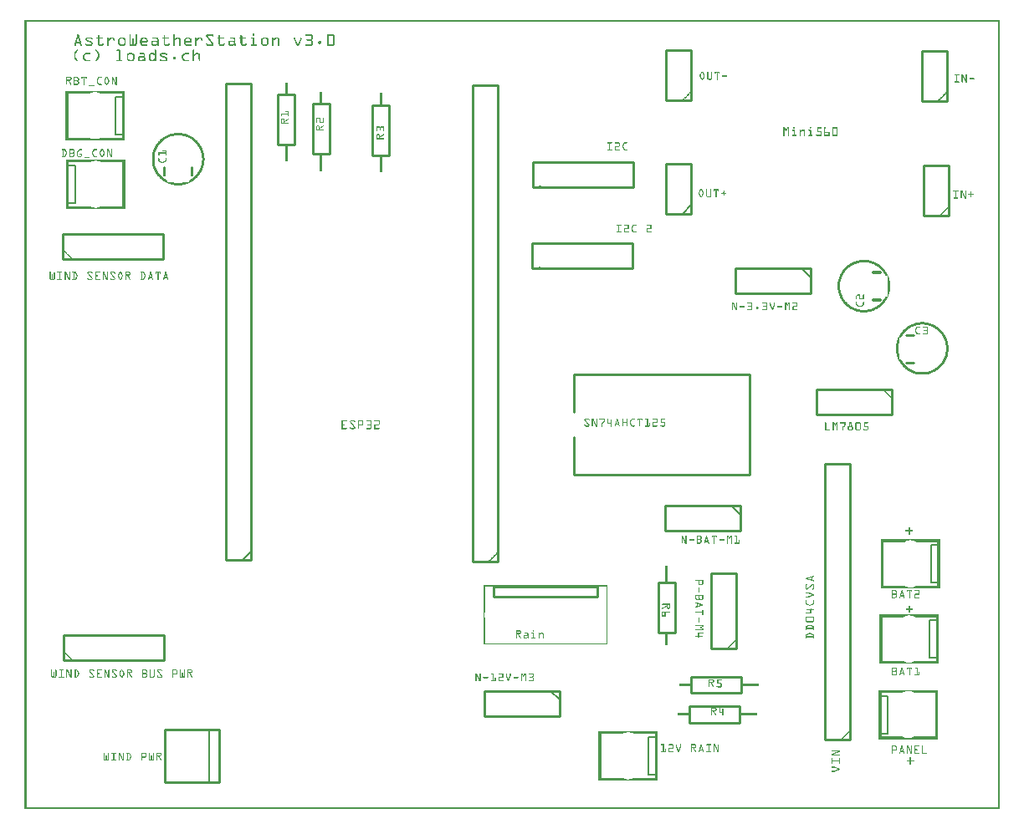
<source format=gto>
G04 MADE WITH FRITZING*
G04 WWW.FRITZING.ORG*
G04 DOUBLE SIDED*
G04 HOLES PLATED*
G04 CONTOUR ON CENTER OF CONTOUR VECTOR*
%ASAXBY*%
%FSLAX23Y23*%
%MOIN*%
%OFA0B0*%
%SFA1.0B1.0*%
%ADD10R,0.423821X0.049803X0.402955X0.028937*%
%ADD11C,0.010433*%
%ADD12R,0.039370X0.157480X0.023960X0.142070*%
%ADD13C,0.007705*%
%ADD14C,0.010000*%
%ADD15C,0.005000*%
%ADD16C,0.011000*%
%ADD17R,0.001000X0.001000*%
%LNSILK1*%
G90*
G70*
G54D11*
X1871Y888D02*
X2284Y888D01*
X2284Y848D01*
X1871Y848D01*
X1871Y888D01*
D02*
G54D13*
X170Y2568D02*
X202Y2568D01*
X202Y2418D01*
X170Y2418D01*
X170Y2568D01*
D02*
X2488Y288D02*
X2520Y288D01*
X2520Y138D01*
X2488Y138D01*
X2488Y288D01*
D02*
X3613Y1054D02*
X3645Y1054D01*
X3645Y904D01*
X3613Y904D01*
X3613Y1054D01*
D02*
X3408Y453D02*
X3440Y453D01*
X3440Y303D01*
X3408Y303D01*
X3408Y453D01*
D02*
X3608Y754D02*
X3640Y754D01*
X3640Y604D01*
X3608Y604D01*
X3608Y754D01*
D02*
X364Y2842D02*
X396Y2842D01*
X396Y2692D01*
X364Y2692D01*
X364Y2842D01*
D02*
G54D14*
X2190Y1336D02*
X2890Y1336D01*
D02*
X2890Y1336D02*
X2890Y1736D01*
D02*
X2890Y1736D02*
X2190Y1736D01*
D02*
X2190Y1336D02*
X2190Y1486D01*
D02*
X2190Y1586D02*
X2190Y1736D01*
D02*
X2023Y2157D02*
X2423Y2157D01*
D02*
X2423Y2157D02*
X2423Y2257D01*
D02*
X2423Y2257D02*
X2023Y2257D01*
D02*
X2023Y2257D02*
X2023Y2157D01*
D02*
X2025Y2482D02*
X2425Y2482D01*
D02*
X2425Y2482D02*
X2425Y2582D01*
D02*
X2425Y2582D02*
X2025Y2582D01*
D02*
X2025Y2582D02*
X2025Y2482D01*
D02*
X155Y596D02*
X555Y596D01*
D02*
X555Y596D02*
X555Y696D01*
D02*
X555Y696D02*
X155Y696D01*
D02*
X155Y696D02*
X155Y596D01*
D02*
X154Y2196D02*
X554Y2196D01*
D02*
X554Y2196D02*
X554Y2296D01*
D02*
X554Y2296D02*
X154Y2296D01*
D02*
X154Y2296D02*
X154Y2196D01*
D02*
X2657Y2827D02*
X2657Y3027D01*
D02*
X2657Y3027D02*
X2557Y3027D01*
D02*
X2557Y3027D02*
X2557Y2827D01*
D02*
X2557Y2827D02*
X2657Y2827D01*
D02*
X3682Y2367D02*
X3682Y2567D01*
D02*
X3682Y2567D02*
X3582Y2567D01*
D02*
X3582Y2567D02*
X3582Y2367D01*
D02*
X3582Y2367D02*
X3682Y2367D01*
D02*
X3676Y2825D02*
X3676Y3025D01*
D02*
X3676Y3025D02*
X3576Y3025D01*
D02*
X3576Y3025D02*
X3576Y2825D01*
D02*
X3576Y2825D02*
X3676Y2825D01*
D02*
X2657Y2376D02*
X2657Y2576D01*
D02*
X2657Y2576D02*
X2557Y2576D01*
D02*
X2557Y2576D02*
X2557Y2376D01*
D02*
X2557Y2376D02*
X2657Y2376D01*
G54D15*
D02*
X2657Y2411D02*
X2622Y2376D01*
G54D14*
D02*
X904Y994D02*
X904Y2894D01*
D02*
X904Y2894D02*
X804Y2894D01*
D02*
X804Y2894D02*
X804Y994D01*
D02*
X804Y994D02*
X904Y994D01*
G54D15*
D02*
X904Y1029D02*
X869Y994D01*
G54D14*
D02*
X1887Y990D02*
X1887Y2890D01*
D02*
X1887Y2890D02*
X1787Y2890D01*
D02*
X1787Y2890D02*
X1787Y990D01*
D02*
X1787Y990D02*
X1887Y990D01*
D02*
X2852Y1211D02*
X2552Y1211D01*
D02*
X2552Y1211D02*
X2552Y1111D01*
D02*
X2552Y1111D02*
X2852Y1111D01*
D02*
X2852Y1111D02*
X2852Y1211D01*
G54D15*
D02*
X2817Y1211D02*
X2852Y1176D01*
G54D14*
D02*
X2132Y473D02*
X1832Y473D01*
D02*
X1832Y473D02*
X1832Y373D01*
D02*
X1832Y373D02*
X2132Y373D01*
D02*
X2132Y373D02*
X2132Y473D01*
G54D15*
D02*
X2097Y473D02*
X2132Y438D01*
G54D14*
D02*
X3291Y278D02*
X3291Y1378D01*
D02*
X3291Y1378D02*
X3191Y1378D01*
D02*
X3191Y1378D02*
X3191Y278D01*
D02*
X3191Y278D02*
X3291Y278D01*
D02*
X3456Y1675D02*
X3156Y1675D01*
D02*
X3156Y1675D02*
X3156Y1575D01*
D02*
X3156Y1575D02*
X3456Y1575D01*
D02*
X3456Y1575D02*
X3456Y1675D01*
D02*
X3133Y2157D02*
X2833Y2157D01*
D02*
X2833Y2157D02*
X2833Y2057D01*
D02*
X2833Y2057D02*
X3133Y2057D01*
D02*
X3133Y2057D02*
X3133Y2157D01*
G54D15*
D02*
X3098Y2157D02*
X3133Y2122D01*
G54D14*
D02*
X2851Y346D02*
X2651Y346D01*
D02*
X2651Y346D02*
X2651Y412D01*
D02*
X2651Y412D02*
X2851Y412D01*
D02*
X2851Y412D02*
X2851Y346D01*
D02*
X2858Y464D02*
X2658Y464D01*
D02*
X2658Y464D02*
X2658Y530D01*
D02*
X2658Y530D02*
X2858Y530D01*
D02*
X2858Y530D02*
X2858Y464D01*
D02*
X1011Y2651D02*
X1011Y2851D01*
D02*
X1011Y2851D02*
X1077Y2851D01*
D02*
X1077Y2851D02*
X1077Y2651D01*
D02*
X1077Y2651D02*
X1011Y2651D01*
D02*
X1388Y2609D02*
X1388Y2809D01*
D02*
X1388Y2809D02*
X1454Y2809D01*
D02*
X1454Y2809D02*
X1454Y2609D01*
D02*
X1454Y2609D02*
X1388Y2609D01*
D02*
X1149Y2614D02*
X1149Y2814D01*
D02*
X1149Y2814D02*
X1215Y2814D01*
D02*
X1215Y2814D02*
X1215Y2614D01*
D02*
X1215Y2614D02*
X1149Y2614D01*
D02*
X560Y319D02*
X560Y109D01*
D02*
X560Y109D02*
X776Y109D01*
D02*
X776Y109D02*
X776Y319D01*
D02*
X776Y319D02*
X560Y319D01*
G54D15*
D02*
X736Y109D02*
X736Y319D01*
G54D14*
D02*
X2592Y904D02*
X2592Y704D01*
D02*
X2592Y704D02*
X2526Y704D01*
D02*
X2526Y704D02*
X2526Y904D01*
D02*
X2526Y904D02*
X2592Y904D01*
D02*
X2837Y642D02*
X2837Y942D01*
D02*
X2837Y942D02*
X2737Y942D01*
D02*
X2737Y942D02*
X2737Y642D01*
D02*
X2737Y642D02*
X2837Y642D01*
G54D16*
X3513Y1893D02*
X3543Y1893D01*
D02*
X3513Y1783D02*
X3543Y1783D01*
D02*
G54D17*
X1Y3149D02*
X3887Y3149D01*
X1Y3148D02*
X3887Y3148D01*
X1Y3147D02*
X3887Y3147D01*
X1Y3146D02*
X3887Y3146D01*
X1Y3145D02*
X3887Y3145D01*
X1Y3144D02*
X3887Y3144D01*
X1Y3143D02*
X3887Y3143D01*
X1Y3142D02*
X3887Y3142D01*
X1Y3141D02*
X8Y3141D01*
X3880Y3141D02*
X3887Y3141D01*
X1Y3140D02*
X8Y3140D01*
X3880Y3140D02*
X3887Y3140D01*
X1Y3139D02*
X8Y3139D01*
X3880Y3139D02*
X3887Y3139D01*
X1Y3138D02*
X8Y3138D01*
X3880Y3138D02*
X3887Y3138D01*
X1Y3137D02*
X8Y3137D01*
X3880Y3137D02*
X3887Y3137D01*
X1Y3136D02*
X8Y3136D01*
X3880Y3136D02*
X3887Y3136D01*
X1Y3135D02*
X8Y3135D01*
X3880Y3135D02*
X3887Y3135D01*
X1Y3134D02*
X8Y3134D01*
X3880Y3134D02*
X3887Y3134D01*
X1Y3133D02*
X8Y3133D01*
X3880Y3133D02*
X3887Y3133D01*
X1Y3132D02*
X8Y3132D01*
X3880Y3132D02*
X3887Y3132D01*
X1Y3131D02*
X8Y3131D01*
X3880Y3131D02*
X3887Y3131D01*
X1Y3130D02*
X8Y3130D01*
X3880Y3130D02*
X3887Y3130D01*
X1Y3129D02*
X8Y3129D01*
X3880Y3129D02*
X3887Y3129D01*
X1Y3128D02*
X8Y3128D01*
X3880Y3128D02*
X3887Y3128D01*
X1Y3127D02*
X8Y3127D01*
X3880Y3127D02*
X3887Y3127D01*
X1Y3126D02*
X8Y3126D01*
X3880Y3126D02*
X3887Y3126D01*
X1Y3125D02*
X8Y3125D01*
X3880Y3125D02*
X3887Y3125D01*
X1Y3124D02*
X8Y3124D01*
X3880Y3124D02*
X3887Y3124D01*
X1Y3123D02*
X8Y3123D01*
X3880Y3123D02*
X3887Y3123D01*
X1Y3122D02*
X8Y3122D01*
X3880Y3122D02*
X3887Y3122D01*
X1Y3121D02*
X8Y3121D01*
X3880Y3121D02*
X3887Y3121D01*
X1Y3120D02*
X8Y3120D01*
X3880Y3120D02*
X3887Y3120D01*
X1Y3119D02*
X8Y3119D01*
X3880Y3119D02*
X3887Y3119D01*
X1Y3118D02*
X8Y3118D01*
X3880Y3118D02*
X3887Y3118D01*
X1Y3117D02*
X8Y3117D01*
X3880Y3117D02*
X3887Y3117D01*
X1Y3116D02*
X8Y3116D01*
X3880Y3116D02*
X3887Y3116D01*
X1Y3115D02*
X8Y3115D01*
X3880Y3115D02*
X3887Y3115D01*
X1Y3114D02*
X8Y3114D01*
X3880Y3114D02*
X3887Y3114D01*
X1Y3113D02*
X8Y3113D01*
X3880Y3113D02*
X3887Y3113D01*
X1Y3112D02*
X8Y3112D01*
X3880Y3112D02*
X3887Y3112D01*
X1Y3111D02*
X8Y3111D01*
X3880Y3111D02*
X3887Y3111D01*
X1Y3110D02*
X8Y3110D01*
X3880Y3110D02*
X3887Y3110D01*
X1Y3109D02*
X8Y3109D01*
X3880Y3109D02*
X3887Y3109D01*
X1Y3108D02*
X8Y3108D01*
X3880Y3108D02*
X3887Y3108D01*
X1Y3107D02*
X8Y3107D01*
X3880Y3107D02*
X3887Y3107D01*
X1Y3106D02*
X8Y3106D01*
X3880Y3106D02*
X3887Y3106D01*
X1Y3105D02*
X8Y3105D01*
X3880Y3105D02*
X3887Y3105D01*
X1Y3104D02*
X8Y3104D01*
X3880Y3104D02*
X3887Y3104D01*
X1Y3103D02*
X8Y3103D01*
X3880Y3103D02*
X3887Y3103D01*
X1Y3102D02*
X8Y3102D01*
X3880Y3102D02*
X3887Y3102D01*
X1Y3101D02*
X8Y3101D01*
X3880Y3101D02*
X3887Y3101D01*
X1Y3100D02*
X8Y3100D01*
X3880Y3100D02*
X3887Y3100D01*
X1Y3099D02*
X8Y3099D01*
X3880Y3099D02*
X3887Y3099D01*
X1Y3098D02*
X8Y3098D01*
X3880Y3098D02*
X3887Y3098D01*
X1Y3097D02*
X8Y3097D01*
X3880Y3097D02*
X3887Y3097D01*
X1Y3096D02*
X8Y3096D01*
X3880Y3096D02*
X3887Y3096D01*
X1Y3095D02*
X8Y3095D01*
X3880Y3095D02*
X3887Y3095D01*
X1Y3094D02*
X8Y3094D01*
X910Y3094D02*
X916Y3094D01*
X3880Y3094D02*
X3887Y3094D01*
X1Y3093D02*
X8Y3093D01*
X910Y3093D02*
X917Y3093D01*
X3880Y3093D02*
X3887Y3093D01*
X1Y3092D02*
X8Y3092D01*
X214Y3092D02*
X215Y3092D01*
X421Y3092D02*
X422Y3092D01*
X445Y3092D02*
X446Y3092D01*
X596Y3092D02*
X597Y3092D01*
X730Y3092D02*
X748Y3092D01*
X909Y3092D02*
X917Y3092D01*
X1121Y3092D02*
X1144Y3092D01*
X1211Y3092D02*
X1231Y3092D01*
X3880Y3092D02*
X3887Y3092D01*
X1Y3091D02*
X8Y3091D01*
X212Y3091D02*
X216Y3091D01*
X419Y3091D02*
X423Y3091D01*
X443Y3091D02*
X447Y3091D01*
X594Y3091D02*
X598Y3091D01*
X728Y3091D02*
X750Y3091D01*
X909Y3091D02*
X917Y3091D01*
X1120Y3091D02*
X1146Y3091D01*
X1209Y3091D02*
X1233Y3091D01*
X3880Y3091D02*
X3887Y3091D01*
X1Y3090D02*
X8Y3090D01*
X212Y3090D02*
X217Y3090D01*
X419Y3090D02*
X424Y3090D01*
X443Y3090D02*
X448Y3090D01*
X594Y3090D02*
X599Y3090D01*
X727Y3090D02*
X752Y3090D01*
X909Y3090D02*
X917Y3090D01*
X1119Y3090D02*
X1147Y3090D01*
X1208Y3090D02*
X1234Y3090D01*
X3880Y3090D02*
X3887Y3090D01*
X1Y3089D02*
X8Y3089D01*
X211Y3089D02*
X217Y3089D01*
X294Y3089D02*
X297Y3089D01*
X419Y3089D02*
X424Y3089D01*
X443Y3089D02*
X448Y3089D01*
X557Y3089D02*
X560Y3089D01*
X594Y3089D02*
X599Y3089D01*
X726Y3089D02*
X752Y3089D01*
X776Y3089D02*
X779Y3089D01*
X864Y3089D02*
X866Y3089D01*
X909Y3089D02*
X917Y3089D01*
X1119Y3089D02*
X1147Y3089D01*
X1208Y3089D02*
X1235Y3089D01*
X3880Y3089D02*
X3887Y3089D01*
X1Y3088D02*
X8Y3088D01*
X211Y3088D02*
X217Y3088D01*
X294Y3088D02*
X298Y3088D01*
X419Y3088D02*
X424Y3088D01*
X443Y3088D02*
X448Y3088D01*
X556Y3088D02*
X561Y3088D01*
X594Y3088D02*
X599Y3088D01*
X726Y3088D02*
X753Y3088D01*
X775Y3088D02*
X780Y3088D01*
X863Y3088D02*
X867Y3088D01*
X909Y3088D02*
X917Y3088D01*
X1119Y3088D02*
X1148Y3088D01*
X1207Y3088D02*
X1235Y3088D01*
X3880Y3088D02*
X3887Y3088D01*
X1Y3087D02*
X8Y3087D01*
X211Y3087D02*
X218Y3087D01*
X293Y3087D02*
X298Y3087D01*
X419Y3087D02*
X424Y3087D01*
X443Y3087D02*
X448Y3087D01*
X556Y3087D02*
X561Y3087D01*
X594Y3087D02*
X599Y3087D01*
X725Y3087D02*
X754Y3087D01*
X775Y3087D02*
X780Y3087D01*
X862Y3087D02*
X867Y3087D01*
X910Y3087D02*
X916Y3087D01*
X1120Y3087D02*
X1148Y3087D01*
X1207Y3087D02*
X1236Y3087D01*
X3880Y3087D02*
X3887Y3087D01*
X1Y3086D02*
X8Y3086D01*
X211Y3086D02*
X218Y3086D01*
X293Y3086D02*
X298Y3086D01*
X419Y3086D02*
X424Y3086D01*
X443Y3086D02*
X448Y3086D01*
X556Y3086D02*
X561Y3086D01*
X594Y3086D02*
X599Y3086D01*
X725Y3086D02*
X731Y3086D01*
X747Y3086D02*
X754Y3086D01*
X775Y3086D02*
X780Y3086D01*
X862Y3086D02*
X868Y3086D01*
X1143Y3086D02*
X1148Y3086D01*
X1207Y3086D02*
X1212Y3086D01*
X1230Y3086D02*
X1236Y3086D01*
X3880Y3086D02*
X3887Y3086D01*
X1Y3085D02*
X8Y3085D01*
X210Y3085D02*
X218Y3085D01*
X293Y3085D02*
X298Y3085D01*
X419Y3085D02*
X424Y3085D01*
X443Y3085D02*
X448Y3085D01*
X556Y3085D02*
X561Y3085D01*
X594Y3085D02*
X599Y3085D01*
X725Y3085D02*
X730Y3085D01*
X749Y3085D02*
X754Y3085D01*
X775Y3085D02*
X780Y3085D01*
X862Y3085D02*
X868Y3085D01*
X1143Y3085D02*
X1148Y3085D01*
X1207Y3085D02*
X1212Y3085D01*
X1231Y3085D02*
X1236Y3085D01*
X3880Y3085D02*
X3887Y3085D01*
X1Y3084D02*
X8Y3084D01*
X210Y3084D02*
X218Y3084D01*
X293Y3084D02*
X298Y3084D01*
X419Y3084D02*
X424Y3084D01*
X443Y3084D02*
X448Y3084D01*
X556Y3084D02*
X561Y3084D01*
X594Y3084D02*
X599Y3084D01*
X725Y3084D02*
X731Y3084D01*
X749Y3084D02*
X754Y3084D01*
X775Y3084D02*
X780Y3084D01*
X862Y3084D02*
X868Y3084D01*
X1143Y3084D02*
X1148Y3084D01*
X1207Y3084D02*
X1212Y3084D01*
X1231Y3084D02*
X1236Y3084D01*
X3880Y3084D02*
X3887Y3084D01*
X1Y3083D02*
X8Y3083D01*
X210Y3083D02*
X219Y3083D01*
X293Y3083D02*
X298Y3083D01*
X419Y3083D02*
X424Y3083D01*
X443Y3083D02*
X448Y3083D01*
X556Y3083D02*
X561Y3083D01*
X594Y3083D02*
X599Y3083D01*
X725Y3083D02*
X732Y3083D01*
X749Y3083D02*
X754Y3083D01*
X775Y3083D02*
X780Y3083D01*
X862Y3083D02*
X868Y3083D01*
X1143Y3083D02*
X1148Y3083D01*
X1207Y3083D02*
X1212Y3083D01*
X1231Y3083D02*
X1236Y3083D01*
X3880Y3083D02*
X3887Y3083D01*
X1Y3082D02*
X8Y3082D01*
X209Y3082D02*
X219Y3082D01*
X293Y3082D02*
X298Y3082D01*
X419Y3082D02*
X424Y3082D01*
X443Y3082D02*
X448Y3082D01*
X556Y3082D02*
X561Y3082D01*
X594Y3082D02*
X599Y3082D01*
X726Y3082D02*
X733Y3082D01*
X750Y3082D02*
X753Y3082D01*
X775Y3082D02*
X780Y3082D01*
X862Y3082D02*
X868Y3082D01*
X1143Y3082D02*
X1148Y3082D01*
X1207Y3082D02*
X1212Y3082D01*
X1231Y3082D02*
X1236Y3082D01*
X3880Y3082D02*
X3887Y3082D01*
X1Y3081D02*
X8Y3081D01*
X209Y3081D02*
X219Y3081D01*
X293Y3081D02*
X298Y3081D01*
X419Y3081D02*
X424Y3081D01*
X443Y3081D02*
X448Y3081D01*
X556Y3081D02*
X561Y3081D01*
X594Y3081D02*
X599Y3081D01*
X727Y3081D02*
X733Y3081D01*
X775Y3081D02*
X780Y3081D01*
X862Y3081D02*
X868Y3081D01*
X1143Y3081D02*
X1148Y3081D01*
X1207Y3081D02*
X1212Y3081D01*
X1231Y3081D02*
X1236Y3081D01*
X3880Y3081D02*
X3887Y3081D01*
X1Y3080D02*
X8Y3080D01*
X209Y3080D02*
X220Y3080D01*
X293Y3080D02*
X298Y3080D01*
X419Y3080D02*
X424Y3080D01*
X443Y3080D02*
X448Y3080D01*
X556Y3080D02*
X561Y3080D01*
X594Y3080D02*
X599Y3080D01*
X727Y3080D02*
X734Y3080D01*
X775Y3080D02*
X780Y3080D01*
X862Y3080D02*
X868Y3080D01*
X1143Y3080D02*
X1148Y3080D01*
X1207Y3080D02*
X1212Y3080D01*
X1231Y3080D02*
X1236Y3080D01*
X3880Y3080D02*
X3887Y3080D01*
X1Y3079D02*
X8Y3079D01*
X209Y3079D02*
X220Y3079D01*
X250Y3079D02*
X266Y3079D01*
X289Y3079D02*
X312Y3079D01*
X333Y3079D02*
X334Y3079D01*
X345Y3079D02*
X354Y3079D01*
X384Y3079D02*
X395Y3079D01*
X419Y3079D02*
X424Y3079D01*
X443Y3079D02*
X448Y3079D01*
X471Y3079D02*
X483Y3079D01*
X514Y3079D02*
X528Y3079D01*
X552Y3079D02*
X574Y3079D01*
X594Y3079D02*
X599Y3079D01*
X608Y3079D02*
X615Y3079D01*
X646Y3079D02*
X658Y3079D01*
X683Y3079D02*
X685Y3079D01*
X695Y3079D02*
X704Y3079D01*
X728Y3079D02*
X735Y3079D01*
X771Y3079D02*
X793Y3079D01*
X820Y3079D02*
X834Y3079D01*
X858Y3079D02*
X881Y3079D01*
X905Y3079D02*
X916Y3079D01*
X953Y3079D02*
X964Y3079D01*
X989Y3079D02*
X991Y3079D01*
X1002Y3079D02*
X1010Y3079D01*
X1077Y3079D02*
X1079Y3079D01*
X1101Y3079D02*
X1103Y3079D01*
X1143Y3079D02*
X1148Y3079D01*
X1207Y3079D02*
X1212Y3079D01*
X1231Y3079D02*
X1236Y3079D01*
X3880Y3079D02*
X3887Y3079D01*
X1Y3078D02*
X8Y3078D01*
X208Y3078D02*
X220Y3078D01*
X248Y3078D02*
X269Y3078D01*
X288Y3078D02*
X313Y3078D01*
X332Y3078D02*
X336Y3078D01*
X343Y3078D02*
X356Y3078D01*
X381Y3078D02*
X397Y3078D01*
X419Y3078D02*
X424Y3078D01*
X443Y3078D02*
X448Y3078D01*
X469Y3078D02*
X485Y3078D01*
X513Y3078D02*
X530Y3078D01*
X551Y3078D02*
X575Y3078D01*
X594Y3078D02*
X599Y3078D01*
X606Y3078D02*
X618Y3078D01*
X644Y3078D02*
X660Y3078D01*
X682Y3078D02*
X686Y3078D01*
X694Y3078D02*
X706Y3078D01*
X729Y3078D02*
X736Y3078D01*
X769Y3078D02*
X794Y3078D01*
X819Y3078D02*
X837Y3078D01*
X857Y3078D02*
X882Y3078D01*
X904Y3078D02*
X917Y3078D01*
X950Y3078D02*
X967Y3078D01*
X988Y3078D02*
X992Y3078D01*
X1000Y3078D02*
X1012Y3078D01*
X1076Y3078D02*
X1080Y3078D01*
X1100Y3078D02*
X1104Y3078D01*
X1143Y3078D02*
X1148Y3078D01*
X1207Y3078D02*
X1212Y3078D01*
X1231Y3078D02*
X1236Y3078D01*
X3880Y3078D02*
X3887Y3078D01*
X1Y3077D02*
X8Y3077D01*
X208Y3077D02*
X213Y3077D01*
X215Y3077D02*
X220Y3077D01*
X246Y3077D02*
X270Y3077D01*
X287Y3077D02*
X313Y3077D01*
X331Y3077D02*
X336Y3077D01*
X342Y3077D02*
X357Y3077D01*
X380Y3077D02*
X399Y3077D01*
X419Y3077D02*
X424Y3077D01*
X443Y3077D02*
X448Y3077D01*
X468Y3077D02*
X486Y3077D01*
X512Y3077D02*
X532Y3077D01*
X550Y3077D02*
X576Y3077D01*
X594Y3077D02*
X599Y3077D01*
X604Y3077D02*
X619Y3077D01*
X643Y3077D02*
X661Y3077D01*
X681Y3077D02*
X686Y3077D01*
X692Y3077D02*
X707Y3077D01*
X730Y3077D02*
X736Y3077D01*
X769Y3077D02*
X795Y3077D01*
X819Y3077D02*
X838Y3077D01*
X857Y3077D02*
X882Y3077D01*
X903Y3077D02*
X917Y3077D01*
X949Y3077D02*
X968Y3077D01*
X988Y3077D02*
X993Y3077D01*
X998Y3077D02*
X1013Y3077D01*
X1075Y3077D02*
X1080Y3077D01*
X1100Y3077D02*
X1104Y3077D01*
X1143Y3077D02*
X1148Y3077D01*
X1207Y3077D02*
X1212Y3077D01*
X1231Y3077D02*
X1236Y3077D01*
X3880Y3077D02*
X3887Y3077D01*
X1Y3076D02*
X8Y3076D01*
X208Y3076D02*
X213Y3076D01*
X215Y3076D02*
X221Y3076D01*
X246Y3076D02*
X271Y3076D01*
X287Y3076D02*
X313Y3076D01*
X331Y3076D02*
X336Y3076D01*
X341Y3076D02*
X358Y3076D01*
X379Y3076D02*
X400Y3076D01*
X419Y3076D02*
X424Y3076D01*
X432Y3076D02*
X435Y3076D01*
X443Y3076D02*
X448Y3076D01*
X466Y3076D02*
X488Y3076D01*
X512Y3076D02*
X532Y3076D01*
X550Y3076D02*
X576Y3076D01*
X594Y3076D02*
X599Y3076D01*
X603Y3076D02*
X620Y3076D01*
X642Y3076D02*
X663Y3076D01*
X681Y3076D02*
X686Y3076D01*
X691Y3076D02*
X708Y3076D01*
X730Y3076D02*
X737Y3076D01*
X769Y3076D02*
X795Y3076D01*
X819Y3076D02*
X839Y3076D01*
X856Y3076D02*
X882Y3076D01*
X903Y3076D02*
X917Y3076D01*
X948Y3076D02*
X969Y3076D01*
X988Y3076D02*
X993Y3076D01*
X997Y3076D02*
X1014Y3076D01*
X1075Y3076D02*
X1080Y3076D01*
X1099Y3076D02*
X1104Y3076D01*
X1143Y3076D02*
X1148Y3076D01*
X1207Y3076D02*
X1212Y3076D01*
X1231Y3076D02*
X1236Y3076D01*
X3880Y3076D02*
X3887Y3076D01*
X1Y3075D02*
X8Y3075D01*
X207Y3075D02*
X213Y3075D01*
X216Y3075D02*
X221Y3075D01*
X245Y3075D02*
X272Y3075D01*
X288Y3075D02*
X313Y3075D01*
X331Y3075D02*
X336Y3075D01*
X340Y3075D02*
X359Y3075D01*
X378Y3075D02*
X401Y3075D01*
X419Y3075D02*
X424Y3075D01*
X431Y3075D02*
X435Y3075D01*
X443Y3075D02*
X448Y3075D01*
X465Y3075D02*
X489Y3075D01*
X512Y3075D02*
X533Y3075D01*
X550Y3075D02*
X576Y3075D01*
X594Y3075D02*
X599Y3075D01*
X601Y3075D02*
X621Y3075D01*
X640Y3075D02*
X664Y3075D01*
X681Y3075D02*
X686Y3075D01*
X690Y3075D02*
X709Y3075D01*
X731Y3075D02*
X738Y3075D01*
X769Y3075D02*
X795Y3075D01*
X819Y3075D02*
X840Y3075D01*
X857Y3075D02*
X882Y3075D01*
X904Y3075D02*
X917Y3075D01*
X947Y3075D02*
X970Y3075D01*
X988Y3075D02*
X993Y3075D01*
X995Y3075D02*
X1015Y3075D01*
X1075Y3075D02*
X1080Y3075D01*
X1099Y3075D02*
X1105Y3075D01*
X1143Y3075D02*
X1148Y3075D01*
X1207Y3075D02*
X1212Y3075D01*
X1231Y3075D02*
X1236Y3075D01*
X3880Y3075D02*
X3887Y3075D01*
X1Y3074D02*
X8Y3074D01*
X207Y3074D02*
X212Y3074D01*
X216Y3074D02*
X221Y3074D01*
X245Y3074D02*
X272Y3074D01*
X288Y3074D02*
X312Y3074D01*
X331Y3074D02*
X336Y3074D01*
X339Y3074D02*
X359Y3074D01*
X377Y3074D02*
X402Y3074D01*
X419Y3074D02*
X424Y3074D01*
X431Y3074D02*
X436Y3074D01*
X443Y3074D02*
X448Y3074D01*
X464Y3074D02*
X490Y3074D01*
X513Y3074D02*
X534Y3074D01*
X551Y3074D02*
X575Y3074D01*
X594Y3074D02*
X621Y3074D01*
X640Y3074D02*
X665Y3074D01*
X681Y3074D02*
X686Y3074D01*
X689Y3074D02*
X710Y3074D01*
X732Y3074D02*
X739Y3074D01*
X770Y3074D02*
X794Y3074D01*
X820Y3074D02*
X840Y3074D01*
X858Y3074D02*
X881Y3074D01*
X904Y3074D02*
X917Y3074D01*
X946Y3074D02*
X971Y3074D01*
X988Y3074D02*
X1015Y3074D01*
X1075Y3074D02*
X1080Y3074D01*
X1099Y3074D02*
X1105Y3074D01*
X1143Y3074D02*
X1148Y3074D01*
X1207Y3074D02*
X1212Y3074D01*
X1231Y3074D02*
X1236Y3074D01*
X3880Y3074D02*
X3887Y3074D01*
X1Y3073D02*
X8Y3073D01*
X207Y3073D02*
X212Y3073D01*
X216Y3073D02*
X222Y3073D01*
X244Y3073D02*
X250Y3073D01*
X266Y3073D02*
X272Y3073D01*
X293Y3073D02*
X299Y3073D01*
X331Y3073D02*
X346Y3073D01*
X353Y3073D02*
X360Y3073D01*
X376Y3073D02*
X384Y3073D01*
X395Y3073D02*
X403Y3073D01*
X419Y3073D02*
X424Y3073D01*
X431Y3073D02*
X436Y3073D01*
X443Y3073D02*
X448Y3073D01*
X464Y3073D02*
X472Y3073D01*
X482Y3073D02*
X490Y3073D01*
X528Y3073D02*
X534Y3073D01*
X556Y3073D02*
X561Y3073D01*
X594Y3073D02*
X608Y3073D01*
X615Y3073D02*
X622Y3073D01*
X639Y3073D02*
X647Y3073D01*
X657Y3073D02*
X665Y3073D01*
X681Y3073D02*
X696Y3073D01*
X703Y3073D02*
X710Y3073D01*
X733Y3073D02*
X740Y3073D01*
X775Y3073D02*
X780Y3073D01*
X834Y3073D02*
X841Y3073D01*
X862Y3073D02*
X868Y3073D01*
X912Y3073D02*
X917Y3073D01*
X945Y3073D02*
X953Y3073D01*
X964Y3073D02*
X972Y3073D01*
X988Y3073D02*
X1002Y3073D01*
X1009Y3073D02*
X1016Y3073D01*
X1075Y3073D02*
X1080Y3073D01*
X1099Y3073D02*
X1105Y3073D01*
X1143Y3073D02*
X1148Y3073D01*
X1207Y3073D02*
X1212Y3073D01*
X1231Y3073D02*
X1236Y3073D01*
X3880Y3073D02*
X3887Y3073D01*
X1Y3072D02*
X8Y3072D01*
X207Y3072D02*
X212Y3072D01*
X217Y3072D02*
X222Y3072D01*
X244Y3072D02*
X249Y3072D01*
X267Y3072D02*
X271Y3072D01*
X293Y3072D02*
X298Y3072D01*
X331Y3072D02*
X345Y3072D01*
X354Y3072D02*
X360Y3072D01*
X376Y3072D02*
X382Y3072D01*
X396Y3072D02*
X403Y3072D01*
X419Y3072D02*
X424Y3072D01*
X431Y3072D02*
X436Y3072D01*
X443Y3072D02*
X448Y3072D01*
X463Y3072D02*
X470Y3072D01*
X484Y3072D02*
X491Y3072D01*
X529Y3072D02*
X534Y3072D01*
X556Y3072D02*
X561Y3072D01*
X594Y3072D02*
X607Y3072D01*
X616Y3072D02*
X622Y3072D01*
X638Y3072D02*
X645Y3072D01*
X659Y3072D02*
X666Y3072D01*
X681Y3072D02*
X695Y3072D01*
X705Y3072D02*
X710Y3072D01*
X733Y3072D02*
X740Y3072D01*
X775Y3072D02*
X780Y3072D01*
X835Y3072D02*
X841Y3072D01*
X862Y3072D02*
X868Y3072D01*
X912Y3072D02*
X917Y3072D01*
X945Y3072D02*
X952Y3072D01*
X966Y3072D02*
X972Y3072D01*
X988Y3072D02*
X1001Y3072D01*
X1010Y3072D02*
X1016Y3072D01*
X1075Y3072D02*
X1080Y3072D01*
X1099Y3072D02*
X1105Y3072D01*
X1141Y3072D02*
X1148Y3072D01*
X1207Y3072D02*
X1212Y3072D01*
X1231Y3072D02*
X1236Y3072D01*
X3880Y3072D02*
X3887Y3072D01*
X1Y3071D02*
X8Y3071D01*
X206Y3071D02*
X212Y3071D01*
X217Y3071D02*
X222Y3071D01*
X244Y3071D02*
X249Y3071D01*
X269Y3071D02*
X270Y3071D01*
X293Y3071D02*
X298Y3071D01*
X331Y3071D02*
X344Y3071D01*
X355Y3071D02*
X360Y3071D01*
X375Y3071D02*
X381Y3071D01*
X398Y3071D02*
X404Y3071D01*
X419Y3071D02*
X424Y3071D01*
X431Y3071D02*
X436Y3071D01*
X443Y3071D02*
X448Y3071D01*
X463Y3071D02*
X469Y3071D01*
X485Y3071D02*
X491Y3071D01*
X529Y3071D02*
X534Y3071D01*
X556Y3071D02*
X561Y3071D01*
X594Y3071D02*
X605Y3071D01*
X617Y3071D02*
X622Y3071D01*
X638Y3071D02*
X644Y3071D01*
X660Y3071D02*
X666Y3071D01*
X681Y3071D02*
X694Y3071D01*
X705Y3071D02*
X710Y3071D01*
X734Y3071D02*
X741Y3071D01*
X775Y3071D02*
X780Y3071D01*
X836Y3071D02*
X841Y3071D01*
X862Y3071D02*
X868Y3071D01*
X912Y3071D02*
X917Y3071D01*
X944Y3071D02*
X951Y3071D01*
X967Y3071D02*
X973Y3071D01*
X988Y3071D02*
X999Y3071D01*
X1011Y3071D02*
X1016Y3071D01*
X1075Y3071D02*
X1081Y3071D01*
X1099Y3071D02*
X1104Y3071D01*
X1126Y3071D02*
X1147Y3071D01*
X1207Y3071D02*
X1212Y3071D01*
X1231Y3071D02*
X1236Y3071D01*
X3880Y3071D02*
X3887Y3071D01*
X1Y3070D02*
X8Y3070D01*
X206Y3070D02*
X211Y3070D01*
X217Y3070D02*
X222Y3070D01*
X244Y3070D02*
X250Y3070D01*
X293Y3070D02*
X298Y3070D01*
X331Y3070D02*
X342Y3070D01*
X355Y3070D02*
X360Y3070D01*
X375Y3070D02*
X380Y3070D01*
X398Y3070D02*
X404Y3070D01*
X419Y3070D02*
X424Y3070D01*
X431Y3070D02*
X436Y3070D01*
X443Y3070D02*
X448Y3070D01*
X463Y3070D02*
X468Y3070D01*
X486Y3070D02*
X491Y3070D01*
X529Y3070D02*
X535Y3070D01*
X556Y3070D02*
X561Y3070D01*
X594Y3070D02*
X604Y3070D01*
X617Y3070D02*
X622Y3070D01*
X638Y3070D02*
X643Y3070D01*
X661Y3070D02*
X667Y3070D01*
X681Y3070D02*
X693Y3070D01*
X705Y3070D02*
X710Y3070D01*
X735Y3070D02*
X742Y3070D01*
X775Y3070D02*
X780Y3070D01*
X836Y3070D02*
X841Y3070D01*
X862Y3070D02*
X868Y3070D01*
X912Y3070D02*
X917Y3070D01*
X944Y3070D02*
X950Y3070D01*
X967Y3070D02*
X973Y3070D01*
X988Y3070D02*
X998Y3070D01*
X1011Y3070D02*
X1016Y3070D01*
X1076Y3070D02*
X1081Y3070D01*
X1099Y3070D02*
X1104Y3070D01*
X1125Y3070D02*
X1147Y3070D01*
X1207Y3070D02*
X1212Y3070D01*
X1231Y3070D02*
X1236Y3070D01*
X3880Y3070D02*
X3887Y3070D01*
X1Y3069D02*
X8Y3069D01*
X206Y3069D02*
X211Y3069D01*
X217Y3069D02*
X223Y3069D01*
X245Y3069D02*
X253Y3069D01*
X293Y3069D02*
X298Y3069D01*
X331Y3069D02*
X341Y3069D01*
X355Y3069D02*
X360Y3069D01*
X375Y3069D02*
X380Y3069D01*
X399Y3069D02*
X404Y3069D01*
X419Y3069D02*
X424Y3069D01*
X431Y3069D02*
X436Y3069D01*
X443Y3069D02*
X448Y3069D01*
X462Y3069D02*
X468Y3069D01*
X486Y3069D02*
X491Y3069D01*
X529Y3069D02*
X535Y3069D01*
X556Y3069D02*
X561Y3069D01*
X594Y3069D02*
X602Y3069D01*
X617Y3069D02*
X622Y3069D01*
X638Y3069D02*
X643Y3069D01*
X661Y3069D02*
X667Y3069D01*
X681Y3069D02*
X692Y3069D01*
X705Y3069D02*
X710Y3069D01*
X736Y3069D02*
X743Y3069D01*
X775Y3069D02*
X780Y3069D01*
X836Y3069D02*
X841Y3069D01*
X862Y3069D02*
X868Y3069D01*
X912Y3069D02*
X917Y3069D01*
X944Y3069D02*
X949Y3069D01*
X968Y3069D02*
X973Y3069D01*
X988Y3069D02*
X996Y3069D01*
X1011Y3069D02*
X1016Y3069D01*
X1076Y3069D02*
X1082Y3069D01*
X1098Y3069D02*
X1104Y3069D01*
X1125Y3069D02*
X1146Y3069D01*
X1207Y3069D02*
X1212Y3069D01*
X1231Y3069D02*
X1236Y3069D01*
X3880Y3069D02*
X3887Y3069D01*
X1Y3068D02*
X8Y3068D01*
X205Y3068D02*
X211Y3068D01*
X218Y3068D02*
X223Y3068D01*
X245Y3068D02*
X255Y3068D01*
X293Y3068D02*
X298Y3068D01*
X331Y3068D02*
X340Y3068D01*
X355Y3068D02*
X360Y3068D01*
X375Y3068D02*
X380Y3068D01*
X399Y3068D02*
X404Y3068D01*
X419Y3068D02*
X424Y3068D01*
X431Y3068D02*
X436Y3068D01*
X443Y3068D02*
X448Y3068D01*
X462Y3068D02*
X468Y3068D01*
X486Y3068D02*
X492Y3068D01*
X529Y3068D02*
X535Y3068D01*
X556Y3068D02*
X561Y3068D01*
X594Y3068D02*
X601Y3068D01*
X617Y3068D02*
X622Y3068D01*
X637Y3068D02*
X643Y3068D01*
X662Y3068D02*
X667Y3068D01*
X681Y3068D02*
X690Y3068D01*
X705Y3068D02*
X710Y3068D01*
X737Y3068D02*
X743Y3068D01*
X775Y3068D02*
X780Y3068D01*
X836Y3068D02*
X841Y3068D01*
X862Y3068D02*
X868Y3068D01*
X912Y3068D02*
X917Y3068D01*
X944Y3068D02*
X949Y3068D01*
X968Y3068D02*
X973Y3068D01*
X988Y3068D02*
X995Y3068D01*
X1011Y3068D02*
X1016Y3068D01*
X1076Y3068D02*
X1082Y3068D01*
X1098Y3068D02*
X1103Y3068D01*
X1125Y3068D02*
X1146Y3068D01*
X1207Y3068D02*
X1212Y3068D01*
X1231Y3068D02*
X1236Y3068D01*
X3880Y3068D02*
X3887Y3068D01*
X1Y3067D02*
X8Y3067D01*
X205Y3067D02*
X210Y3067D01*
X218Y3067D02*
X223Y3067D01*
X246Y3067D02*
X257Y3067D01*
X293Y3067D02*
X298Y3067D01*
X331Y3067D02*
X339Y3067D01*
X356Y3067D02*
X360Y3067D01*
X375Y3067D02*
X380Y3067D01*
X399Y3067D02*
X404Y3067D01*
X419Y3067D02*
X424Y3067D01*
X431Y3067D02*
X436Y3067D01*
X443Y3067D02*
X448Y3067D01*
X462Y3067D02*
X468Y3067D01*
X486Y3067D02*
X492Y3067D01*
X529Y3067D02*
X535Y3067D01*
X556Y3067D02*
X561Y3067D01*
X594Y3067D02*
X599Y3067D01*
X617Y3067D02*
X622Y3067D01*
X637Y3067D02*
X643Y3067D01*
X662Y3067D02*
X667Y3067D01*
X681Y3067D02*
X689Y3067D01*
X706Y3067D02*
X710Y3067D01*
X737Y3067D02*
X744Y3067D01*
X775Y3067D02*
X780Y3067D01*
X836Y3067D02*
X841Y3067D01*
X862Y3067D02*
X868Y3067D01*
X912Y3067D02*
X917Y3067D01*
X944Y3067D02*
X949Y3067D01*
X968Y3067D02*
X973Y3067D01*
X988Y3067D02*
X993Y3067D01*
X1011Y3067D02*
X1016Y3067D01*
X1077Y3067D02*
X1083Y3067D01*
X1097Y3067D02*
X1103Y3067D01*
X1126Y3067D02*
X1147Y3067D01*
X1207Y3067D02*
X1212Y3067D01*
X1231Y3067D02*
X1236Y3067D01*
X3880Y3067D02*
X3887Y3067D01*
X1Y3066D02*
X8Y3066D01*
X205Y3066D02*
X210Y3066D01*
X218Y3066D02*
X224Y3066D01*
X247Y3066D02*
X260Y3066D01*
X293Y3066D02*
X298Y3066D01*
X331Y3066D02*
X338Y3066D01*
X357Y3066D02*
X359Y3066D01*
X375Y3066D02*
X380Y3066D01*
X399Y3066D02*
X404Y3066D01*
X419Y3066D02*
X424Y3066D01*
X431Y3066D02*
X436Y3066D01*
X443Y3066D02*
X448Y3066D01*
X462Y3066D02*
X468Y3066D01*
X486Y3066D02*
X492Y3066D01*
X512Y3066D02*
X535Y3066D01*
X556Y3066D02*
X561Y3066D01*
X594Y3066D02*
X599Y3066D01*
X617Y3066D02*
X622Y3066D01*
X637Y3066D02*
X643Y3066D01*
X662Y3066D02*
X667Y3066D01*
X681Y3066D02*
X688Y3066D01*
X707Y3066D02*
X709Y3066D01*
X738Y3066D02*
X745Y3066D01*
X775Y3066D02*
X780Y3066D01*
X819Y3066D02*
X841Y3066D01*
X862Y3066D02*
X868Y3066D01*
X912Y3066D02*
X917Y3066D01*
X944Y3066D02*
X949Y3066D01*
X968Y3066D02*
X973Y3066D01*
X988Y3066D02*
X993Y3066D01*
X1011Y3066D02*
X1016Y3066D01*
X1077Y3066D02*
X1083Y3066D01*
X1097Y3066D02*
X1102Y3066D01*
X1127Y3066D02*
X1148Y3066D01*
X1207Y3066D02*
X1212Y3066D01*
X1231Y3066D02*
X1236Y3066D01*
X3880Y3066D02*
X3887Y3066D01*
X1Y3065D02*
X8Y3065D01*
X204Y3065D02*
X210Y3065D01*
X219Y3065D02*
X224Y3065D01*
X248Y3065D02*
X262Y3065D01*
X293Y3065D02*
X298Y3065D01*
X331Y3065D02*
X337Y3065D01*
X375Y3065D02*
X380Y3065D01*
X399Y3065D02*
X404Y3065D01*
X419Y3065D02*
X424Y3065D01*
X431Y3065D02*
X436Y3065D01*
X443Y3065D02*
X448Y3065D01*
X462Y3065D02*
X468Y3065D01*
X486Y3065D02*
X492Y3065D01*
X510Y3065D02*
X535Y3065D01*
X556Y3065D02*
X561Y3065D01*
X594Y3065D02*
X599Y3065D01*
X617Y3065D02*
X622Y3065D01*
X637Y3065D02*
X643Y3065D01*
X662Y3065D02*
X667Y3065D01*
X681Y3065D02*
X687Y3065D01*
X739Y3065D02*
X746Y3065D01*
X775Y3065D02*
X780Y3065D01*
X817Y3065D02*
X841Y3065D01*
X862Y3065D02*
X868Y3065D01*
X912Y3065D02*
X917Y3065D01*
X944Y3065D02*
X949Y3065D01*
X968Y3065D02*
X973Y3065D01*
X988Y3065D02*
X993Y3065D01*
X1011Y3065D02*
X1016Y3065D01*
X1078Y3065D02*
X1083Y3065D01*
X1096Y3065D02*
X1102Y3065D01*
X1142Y3065D02*
X1148Y3065D01*
X1207Y3065D02*
X1212Y3065D01*
X1231Y3065D02*
X1236Y3065D01*
X3880Y3065D02*
X3887Y3065D01*
X1Y3064D02*
X8Y3064D01*
X204Y3064D02*
X210Y3064D01*
X219Y3064D02*
X224Y3064D01*
X250Y3064D02*
X264Y3064D01*
X293Y3064D02*
X298Y3064D01*
X331Y3064D02*
X336Y3064D01*
X375Y3064D02*
X380Y3064D01*
X399Y3064D02*
X404Y3064D01*
X419Y3064D02*
X424Y3064D01*
X431Y3064D02*
X436Y3064D01*
X443Y3064D02*
X448Y3064D01*
X462Y3064D02*
X468Y3064D01*
X486Y3064D02*
X492Y3064D01*
X509Y3064D02*
X535Y3064D01*
X556Y3064D02*
X561Y3064D01*
X594Y3064D02*
X599Y3064D01*
X617Y3064D02*
X622Y3064D01*
X637Y3064D02*
X643Y3064D01*
X661Y3064D02*
X667Y3064D01*
X681Y3064D02*
X686Y3064D01*
X740Y3064D02*
X747Y3064D01*
X775Y3064D02*
X780Y3064D01*
X815Y3064D02*
X841Y3064D01*
X862Y3064D02*
X868Y3064D01*
X912Y3064D02*
X917Y3064D01*
X944Y3064D02*
X949Y3064D01*
X968Y3064D02*
X973Y3064D01*
X988Y3064D02*
X993Y3064D01*
X1011Y3064D02*
X1016Y3064D01*
X1078Y3064D02*
X1084Y3064D01*
X1096Y3064D02*
X1102Y3064D01*
X1143Y3064D02*
X1148Y3064D01*
X1207Y3064D02*
X1212Y3064D01*
X1231Y3064D02*
X1236Y3064D01*
X3880Y3064D02*
X3887Y3064D01*
X1Y3063D02*
X8Y3063D01*
X204Y3063D02*
X209Y3063D01*
X219Y3063D02*
X225Y3063D01*
X252Y3063D02*
X267Y3063D01*
X293Y3063D02*
X298Y3063D01*
X331Y3063D02*
X336Y3063D01*
X375Y3063D02*
X380Y3063D01*
X399Y3063D02*
X404Y3063D01*
X419Y3063D02*
X424Y3063D01*
X431Y3063D02*
X436Y3063D01*
X443Y3063D02*
X448Y3063D01*
X462Y3063D02*
X492Y3063D01*
X508Y3063D02*
X535Y3063D01*
X556Y3063D02*
X561Y3063D01*
X594Y3063D02*
X599Y3063D01*
X617Y3063D02*
X622Y3063D01*
X637Y3063D02*
X667Y3063D01*
X681Y3063D02*
X686Y3063D01*
X740Y3063D02*
X747Y3063D01*
X775Y3063D02*
X780Y3063D01*
X815Y3063D02*
X841Y3063D01*
X862Y3063D02*
X868Y3063D01*
X912Y3063D02*
X917Y3063D01*
X944Y3063D02*
X949Y3063D01*
X968Y3063D02*
X973Y3063D01*
X988Y3063D02*
X993Y3063D01*
X1011Y3063D02*
X1016Y3063D01*
X1079Y3063D02*
X1084Y3063D01*
X1096Y3063D02*
X1101Y3063D01*
X1143Y3063D02*
X1148Y3063D01*
X1173Y3063D02*
X1182Y3063D01*
X1207Y3063D02*
X1212Y3063D01*
X1231Y3063D02*
X1236Y3063D01*
X3880Y3063D02*
X3887Y3063D01*
X1Y3062D02*
X8Y3062D01*
X204Y3062D02*
X209Y3062D01*
X219Y3062D02*
X225Y3062D01*
X254Y3062D02*
X268Y3062D01*
X293Y3062D02*
X298Y3062D01*
X331Y3062D02*
X336Y3062D01*
X375Y3062D02*
X380Y3062D01*
X399Y3062D02*
X404Y3062D01*
X419Y3062D02*
X424Y3062D01*
X431Y3062D02*
X436Y3062D01*
X443Y3062D02*
X448Y3062D01*
X462Y3062D02*
X492Y3062D01*
X507Y3062D02*
X535Y3062D01*
X556Y3062D02*
X561Y3062D01*
X594Y3062D02*
X599Y3062D01*
X617Y3062D02*
X622Y3062D01*
X637Y3062D02*
X667Y3062D01*
X681Y3062D02*
X686Y3062D01*
X741Y3062D02*
X748Y3062D01*
X775Y3062D02*
X780Y3062D01*
X814Y3062D02*
X841Y3062D01*
X862Y3062D02*
X868Y3062D01*
X912Y3062D02*
X917Y3062D01*
X944Y3062D02*
X949Y3062D01*
X968Y3062D02*
X973Y3062D01*
X988Y3062D02*
X993Y3062D01*
X1011Y3062D02*
X1016Y3062D01*
X1079Y3062D02*
X1085Y3062D01*
X1095Y3062D02*
X1101Y3062D01*
X1143Y3062D02*
X1148Y3062D01*
X1172Y3062D02*
X1183Y3062D01*
X1207Y3062D02*
X1212Y3062D01*
X1231Y3062D02*
X1236Y3062D01*
X3880Y3062D02*
X3887Y3062D01*
X1Y3061D02*
X8Y3061D01*
X203Y3061D02*
X225Y3061D01*
X257Y3061D02*
X269Y3061D01*
X293Y3061D02*
X298Y3061D01*
X331Y3061D02*
X336Y3061D01*
X375Y3061D02*
X380Y3061D01*
X399Y3061D02*
X404Y3061D01*
X419Y3061D02*
X424Y3061D01*
X431Y3061D02*
X436Y3061D01*
X443Y3061D02*
X448Y3061D01*
X462Y3061D02*
X492Y3061D01*
X507Y3061D02*
X535Y3061D01*
X556Y3061D02*
X561Y3061D01*
X594Y3061D02*
X599Y3061D01*
X617Y3061D02*
X622Y3061D01*
X637Y3061D02*
X667Y3061D01*
X681Y3061D02*
X686Y3061D01*
X742Y3061D02*
X749Y3061D01*
X775Y3061D02*
X780Y3061D01*
X813Y3061D02*
X841Y3061D01*
X862Y3061D02*
X868Y3061D01*
X912Y3061D02*
X917Y3061D01*
X944Y3061D02*
X949Y3061D01*
X968Y3061D02*
X973Y3061D01*
X988Y3061D02*
X993Y3061D01*
X1011Y3061D02*
X1016Y3061D01*
X1079Y3061D02*
X1085Y3061D01*
X1095Y3061D02*
X1100Y3061D01*
X1143Y3061D02*
X1148Y3061D01*
X1172Y3061D02*
X1183Y3061D01*
X1207Y3061D02*
X1212Y3061D01*
X1231Y3061D02*
X1236Y3061D01*
X3880Y3061D02*
X3887Y3061D01*
X1Y3060D02*
X8Y3060D01*
X203Y3060D02*
X225Y3060D01*
X259Y3060D02*
X270Y3060D01*
X293Y3060D02*
X298Y3060D01*
X331Y3060D02*
X336Y3060D01*
X375Y3060D02*
X380Y3060D01*
X399Y3060D02*
X404Y3060D01*
X419Y3060D02*
X424Y3060D01*
X431Y3060D02*
X436Y3060D01*
X443Y3060D02*
X448Y3060D01*
X462Y3060D02*
X491Y3060D01*
X507Y3060D02*
X513Y3060D01*
X528Y3060D02*
X535Y3060D01*
X556Y3060D02*
X561Y3060D01*
X594Y3060D02*
X599Y3060D01*
X617Y3060D02*
X622Y3060D01*
X637Y3060D02*
X666Y3060D01*
X681Y3060D02*
X686Y3060D01*
X743Y3060D02*
X750Y3060D01*
X775Y3060D02*
X780Y3060D01*
X813Y3060D02*
X819Y3060D01*
X835Y3060D02*
X841Y3060D01*
X862Y3060D02*
X868Y3060D01*
X912Y3060D02*
X917Y3060D01*
X944Y3060D02*
X949Y3060D01*
X968Y3060D02*
X973Y3060D01*
X988Y3060D02*
X993Y3060D01*
X1011Y3060D02*
X1016Y3060D01*
X1080Y3060D02*
X1086Y3060D01*
X1094Y3060D02*
X1100Y3060D01*
X1143Y3060D02*
X1148Y3060D01*
X1172Y3060D02*
X1183Y3060D01*
X1207Y3060D02*
X1212Y3060D01*
X1231Y3060D02*
X1236Y3060D01*
X3880Y3060D02*
X3887Y3060D01*
X1Y3059D02*
X8Y3059D01*
X203Y3059D02*
X226Y3059D01*
X261Y3059D02*
X271Y3059D01*
X293Y3059D02*
X298Y3059D01*
X331Y3059D02*
X336Y3059D01*
X375Y3059D02*
X380Y3059D01*
X399Y3059D02*
X404Y3059D01*
X419Y3059D02*
X424Y3059D01*
X431Y3059D02*
X436Y3059D01*
X443Y3059D02*
X448Y3059D01*
X462Y3059D02*
X491Y3059D01*
X506Y3059D02*
X512Y3059D01*
X529Y3059D02*
X535Y3059D01*
X556Y3059D02*
X561Y3059D01*
X594Y3059D02*
X599Y3059D01*
X617Y3059D02*
X622Y3059D01*
X637Y3059D02*
X666Y3059D01*
X681Y3059D02*
X686Y3059D01*
X744Y3059D02*
X750Y3059D01*
X775Y3059D02*
X780Y3059D01*
X813Y3059D02*
X818Y3059D01*
X836Y3059D02*
X841Y3059D01*
X862Y3059D02*
X868Y3059D01*
X912Y3059D02*
X917Y3059D01*
X944Y3059D02*
X949Y3059D01*
X968Y3059D02*
X973Y3059D01*
X988Y3059D02*
X993Y3059D01*
X1011Y3059D02*
X1017Y3059D01*
X1080Y3059D02*
X1086Y3059D01*
X1094Y3059D02*
X1099Y3059D01*
X1143Y3059D02*
X1148Y3059D01*
X1172Y3059D02*
X1183Y3059D01*
X1207Y3059D02*
X1212Y3059D01*
X1231Y3059D02*
X1236Y3059D01*
X3880Y3059D02*
X3887Y3059D01*
X1Y3058D02*
X8Y3058D01*
X202Y3058D02*
X226Y3058D01*
X264Y3058D02*
X272Y3058D01*
X293Y3058D02*
X298Y3058D01*
X331Y3058D02*
X336Y3058D01*
X375Y3058D02*
X380Y3058D01*
X399Y3058D02*
X404Y3058D01*
X419Y3058D02*
X424Y3058D01*
X431Y3058D02*
X436Y3058D01*
X443Y3058D02*
X448Y3058D01*
X462Y3058D02*
X489Y3058D01*
X506Y3058D02*
X511Y3058D01*
X530Y3058D02*
X535Y3058D01*
X556Y3058D02*
X561Y3058D01*
X594Y3058D02*
X599Y3058D01*
X617Y3058D02*
X622Y3058D01*
X637Y3058D02*
X665Y3058D01*
X681Y3058D02*
X686Y3058D01*
X744Y3058D02*
X751Y3058D01*
X775Y3058D02*
X780Y3058D01*
X813Y3058D02*
X818Y3058D01*
X836Y3058D02*
X841Y3058D01*
X862Y3058D02*
X868Y3058D01*
X912Y3058D02*
X917Y3058D01*
X944Y3058D02*
X949Y3058D01*
X968Y3058D02*
X973Y3058D01*
X988Y3058D02*
X993Y3058D01*
X1011Y3058D02*
X1017Y3058D01*
X1081Y3058D02*
X1086Y3058D01*
X1093Y3058D02*
X1099Y3058D01*
X1143Y3058D02*
X1148Y3058D01*
X1172Y3058D02*
X1183Y3058D01*
X1207Y3058D02*
X1212Y3058D01*
X1231Y3058D02*
X1236Y3058D01*
X3880Y3058D02*
X3887Y3058D01*
X1Y3057D02*
X8Y3057D01*
X202Y3057D02*
X226Y3057D01*
X266Y3057D02*
X272Y3057D01*
X293Y3057D02*
X298Y3057D01*
X331Y3057D02*
X336Y3057D01*
X375Y3057D02*
X380Y3057D01*
X399Y3057D02*
X404Y3057D01*
X419Y3057D02*
X424Y3057D01*
X431Y3057D02*
X436Y3057D01*
X443Y3057D02*
X448Y3057D01*
X462Y3057D02*
X468Y3057D01*
X506Y3057D02*
X511Y3057D01*
X530Y3057D02*
X535Y3057D01*
X556Y3057D02*
X561Y3057D01*
X594Y3057D02*
X599Y3057D01*
X617Y3057D02*
X623Y3057D01*
X637Y3057D02*
X643Y3057D01*
X681Y3057D02*
X686Y3057D01*
X745Y3057D02*
X752Y3057D01*
X775Y3057D02*
X780Y3057D01*
X813Y3057D02*
X818Y3057D01*
X836Y3057D02*
X841Y3057D01*
X862Y3057D02*
X868Y3057D01*
X912Y3057D02*
X917Y3057D01*
X944Y3057D02*
X949Y3057D01*
X968Y3057D02*
X973Y3057D01*
X988Y3057D02*
X993Y3057D01*
X1011Y3057D02*
X1017Y3057D01*
X1081Y3057D02*
X1087Y3057D01*
X1093Y3057D02*
X1099Y3057D01*
X1143Y3057D02*
X1148Y3057D01*
X1172Y3057D02*
X1183Y3057D01*
X1207Y3057D02*
X1212Y3057D01*
X1231Y3057D02*
X1236Y3057D01*
X3880Y3057D02*
X3887Y3057D01*
X1Y3056D02*
X8Y3056D01*
X202Y3056D02*
X227Y3056D01*
X267Y3056D02*
X272Y3056D01*
X293Y3056D02*
X298Y3056D01*
X313Y3056D02*
X314Y3056D01*
X331Y3056D02*
X336Y3056D01*
X375Y3056D02*
X380Y3056D01*
X399Y3056D02*
X404Y3056D01*
X419Y3056D02*
X424Y3056D01*
X431Y3056D02*
X436Y3056D01*
X443Y3056D02*
X448Y3056D01*
X462Y3056D02*
X468Y3056D01*
X506Y3056D02*
X511Y3056D01*
X530Y3056D02*
X535Y3056D01*
X556Y3056D02*
X561Y3056D01*
X576Y3056D02*
X577Y3056D01*
X594Y3056D02*
X599Y3056D01*
X617Y3056D02*
X623Y3056D01*
X638Y3056D02*
X643Y3056D01*
X681Y3056D02*
X686Y3056D01*
X727Y3056D02*
X728Y3056D01*
X746Y3056D02*
X753Y3056D01*
X775Y3056D02*
X780Y3056D01*
X795Y3056D02*
X796Y3056D01*
X813Y3056D02*
X818Y3056D01*
X836Y3056D02*
X842Y3056D01*
X862Y3056D02*
X868Y3056D01*
X882Y3056D02*
X884Y3056D01*
X912Y3056D02*
X917Y3056D01*
X944Y3056D02*
X949Y3056D01*
X968Y3056D02*
X973Y3056D01*
X988Y3056D02*
X993Y3056D01*
X1012Y3056D02*
X1017Y3056D01*
X1082Y3056D02*
X1087Y3056D01*
X1092Y3056D02*
X1098Y3056D01*
X1143Y3056D02*
X1148Y3056D01*
X1172Y3056D02*
X1183Y3056D01*
X1207Y3056D02*
X1212Y3056D01*
X1231Y3056D02*
X1236Y3056D01*
X3880Y3056D02*
X3887Y3056D01*
X1Y3055D02*
X8Y3055D01*
X202Y3055D02*
X207Y3055D01*
X221Y3055D02*
X227Y3055D01*
X267Y3055D02*
X272Y3055D01*
X293Y3055D02*
X298Y3055D01*
X312Y3055D02*
X316Y3055D01*
X331Y3055D02*
X336Y3055D01*
X375Y3055D02*
X380Y3055D01*
X399Y3055D02*
X404Y3055D01*
X419Y3055D02*
X424Y3055D01*
X431Y3055D02*
X436Y3055D01*
X443Y3055D02*
X448Y3055D01*
X462Y3055D02*
X468Y3055D01*
X506Y3055D02*
X511Y3055D01*
X530Y3055D02*
X535Y3055D01*
X556Y3055D02*
X561Y3055D01*
X575Y3055D02*
X578Y3055D01*
X594Y3055D02*
X599Y3055D01*
X618Y3055D02*
X623Y3055D01*
X638Y3055D02*
X643Y3055D01*
X681Y3055D02*
X686Y3055D01*
X726Y3055D02*
X729Y3055D01*
X747Y3055D02*
X753Y3055D01*
X775Y3055D02*
X780Y3055D01*
X794Y3055D02*
X797Y3055D01*
X813Y3055D02*
X818Y3055D01*
X836Y3055D02*
X842Y3055D01*
X862Y3055D02*
X868Y3055D01*
X881Y3055D02*
X885Y3055D01*
X912Y3055D02*
X917Y3055D01*
X944Y3055D02*
X949Y3055D01*
X968Y3055D02*
X973Y3055D01*
X988Y3055D02*
X993Y3055D01*
X1012Y3055D02*
X1017Y3055D01*
X1082Y3055D02*
X1088Y3055D01*
X1092Y3055D02*
X1098Y3055D01*
X1143Y3055D02*
X1148Y3055D01*
X1172Y3055D02*
X1183Y3055D01*
X1207Y3055D02*
X1212Y3055D01*
X1231Y3055D02*
X1236Y3055D01*
X3880Y3055D02*
X3887Y3055D01*
X1Y3054D02*
X8Y3054D01*
X201Y3054D02*
X207Y3054D01*
X222Y3054D02*
X227Y3054D01*
X267Y3054D02*
X272Y3054D01*
X293Y3054D02*
X298Y3054D01*
X312Y3054D02*
X316Y3054D01*
X331Y3054D02*
X336Y3054D01*
X375Y3054D02*
X381Y3054D01*
X398Y3054D02*
X404Y3054D01*
X419Y3054D02*
X424Y3054D01*
X430Y3054D02*
X436Y3054D01*
X443Y3054D02*
X448Y3054D01*
X463Y3054D02*
X468Y3054D01*
X506Y3054D02*
X511Y3054D01*
X528Y3054D02*
X535Y3054D01*
X556Y3054D02*
X561Y3054D01*
X574Y3054D02*
X579Y3054D01*
X594Y3054D02*
X599Y3054D01*
X618Y3054D02*
X623Y3054D01*
X638Y3054D02*
X643Y3054D01*
X681Y3054D02*
X686Y3054D01*
X725Y3054D02*
X730Y3054D01*
X747Y3054D02*
X754Y3054D01*
X775Y3054D02*
X780Y3054D01*
X793Y3054D02*
X798Y3054D01*
X813Y3054D02*
X818Y3054D01*
X835Y3054D02*
X842Y3054D01*
X862Y3054D02*
X868Y3054D01*
X881Y3054D02*
X885Y3054D01*
X912Y3054D02*
X917Y3054D01*
X944Y3054D02*
X950Y3054D01*
X967Y3054D02*
X973Y3054D01*
X988Y3054D02*
X993Y3054D01*
X1012Y3054D02*
X1017Y3054D01*
X1083Y3054D02*
X1088Y3054D01*
X1092Y3054D02*
X1097Y3054D01*
X1143Y3054D02*
X1148Y3054D01*
X1172Y3054D02*
X1182Y3054D01*
X1207Y3054D02*
X1212Y3054D01*
X1231Y3054D02*
X1236Y3054D01*
X3880Y3054D02*
X3887Y3054D01*
X1Y3053D02*
X8Y3053D01*
X201Y3053D02*
X206Y3053D01*
X222Y3053D02*
X227Y3053D01*
X245Y3053D02*
X247Y3053D01*
X267Y3053D02*
X272Y3053D01*
X293Y3053D02*
X299Y3053D01*
X311Y3053D02*
X316Y3053D01*
X331Y3053D02*
X336Y3053D01*
X375Y3053D02*
X382Y3053D01*
X397Y3053D02*
X403Y3053D01*
X419Y3053D02*
X424Y3053D01*
X430Y3053D02*
X436Y3053D01*
X442Y3053D02*
X448Y3053D01*
X463Y3053D02*
X469Y3053D01*
X506Y3053D02*
X512Y3053D01*
X527Y3053D02*
X535Y3053D01*
X556Y3053D02*
X561Y3053D01*
X574Y3053D02*
X579Y3053D01*
X594Y3053D02*
X599Y3053D01*
X618Y3053D02*
X623Y3053D01*
X638Y3053D02*
X644Y3053D01*
X681Y3053D02*
X686Y3053D01*
X725Y3053D02*
X730Y3053D01*
X748Y3053D02*
X754Y3053D01*
X775Y3053D02*
X780Y3053D01*
X793Y3053D02*
X798Y3053D01*
X813Y3053D02*
X818Y3053D01*
X833Y3053D02*
X842Y3053D01*
X863Y3053D02*
X868Y3053D01*
X880Y3053D02*
X886Y3053D01*
X912Y3053D02*
X917Y3053D01*
X944Y3053D02*
X951Y3053D01*
X966Y3053D02*
X973Y3053D01*
X988Y3053D02*
X993Y3053D01*
X1012Y3053D02*
X1017Y3053D01*
X1083Y3053D02*
X1089Y3053D01*
X1091Y3053D02*
X1097Y3053D01*
X1143Y3053D02*
X1148Y3053D01*
X1174Y3053D02*
X1181Y3053D01*
X1207Y3053D02*
X1212Y3053D01*
X1231Y3053D02*
X1236Y3053D01*
X3880Y3053D02*
X3887Y3053D01*
X1Y3052D02*
X8Y3052D01*
X201Y3052D02*
X206Y3052D01*
X222Y3052D02*
X228Y3052D01*
X244Y3052D02*
X249Y3052D01*
X266Y3052D02*
X272Y3052D01*
X293Y3052D02*
X299Y3052D01*
X310Y3052D02*
X316Y3052D01*
X331Y3052D02*
X336Y3052D01*
X376Y3052D02*
X383Y3052D01*
X396Y3052D02*
X403Y3052D01*
X419Y3052D02*
X425Y3052D01*
X429Y3052D02*
X437Y3052D01*
X441Y3052D02*
X448Y3052D01*
X463Y3052D02*
X470Y3052D01*
X506Y3052D02*
X512Y3052D01*
X525Y3052D02*
X535Y3052D01*
X556Y3052D02*
X562Y3052D01*
X573Y3052D02*
X579Y3052D01*
X594Y3052D02*
X599Y3052D01*
X618Y3052D02*
X623Y3052D01*
X638Y3052D02*
X646Y3052D01*
X681Y3052D02*
X686Y3052D01*
X725Y3052D02*
X731Y3052D01*
X749Y3052D02*
X754Y3052D01*
X775Y3052D02*
X781Y3052D01*
X792Y3052D02*
X798Y3052D01*
X813Y3052D02*
X819Y3052D01*
X831Y3052D02*
X842Y3052D01*
X863Y3052D02*
X868Y3052D01*
X879Y3052D02*
X885Y3052D01*
X912Y3052D02*
X917Y3052D01*
X945Y3052D02*
X952Y3052D01*
X965Y3052D02*
X972Y3052D01*
X988Y3052D02*
X993Y3052D01*
X1012Y3052D02*
X1017Y3052D01*
X1083Y3052D02*
X1089Y3052D01*
X1091Y3052D02*
X1096Y3052D01*
X1143Y3052D02*
X1148Y3052D01*
X1207Y3052D02*
X1212Y3052D01*
X1231Y3052D02*
X1236Y3052D01*
X3880Y3052D02*
X3887Y3052D01*
X1Y3051D02*
X8Y3051D01*
X200Y3051D02*
X206Y3051D01*
X223Y3051D02*
X228Y3051D01*
X244Y3051D02*
X272Y3051D01*
X294Y3051D02*
X316Y3051D01*
X331Y3051D02*
X336Y3051D01*
X376Y3051D02*
X402Y3051D01*
X419Y3051D02*
X447Y3051D01*
X464Y3051D02*
X489Y3051D01*
X507Y3051D02*
X535Y3051D01*
X556Y3051D02*
X579Y3051D01*
X594Y3051D02*
X599Y3051D01*
X618Y3051D02*
X623Y3051D01*
X639Y3051D02*
X664Y3051D01*
X681Y3051D02*
X686Y3051D01*
X725Y3051D02*
X754Y3051D01*
X775Y3051D02*
X798Y3051D01*
X813Y3051D02*
X842Y3051D01*
X863Y3051D02*
X885Y3051D01*
X906Y3051D02*
X924Y3051D01*
X945Y3051D02*
X972Y3051D01*
X988Y3051D02*
X993Y3051D01*
X1012Y3051D02*
X1017Y3051D01*
X1084Y3051D02*
X1096Y3051D01*
X1122Y3051D02*
X1148Y3051D01*
X1207Y3051D02*
X1236Y3051D01*
X3880Y3051D02*
X3887Y3051D01*
X1Y3050D02*
X8Y3050D01*
X200Y3050D02*
X205Y3050D01*
X223Y3050D02*
X228Y3050D01*
X244Y3050D02*
X271Y3050D01*
X294Y3050D02*
X315Y3050D01*
X331Y3050D02*
X336Y3050D01*
X377Y3050D02*
X402Y3050D01*
X420Y3050D02*
X446Y3050D01*
X465Y3050D02*
X491Y3050D01*
X507Y3050D02*
X535Y3050D01*
X557Y3050D02*
X578Y3050D01*
X594Y3050D02*
X599Y3050D01*
X618Y3050D02*
X623Y3050D01*
X640Y3050D02*
X666Y3050D01*
X681Y3050D02*
X686Y3050D01*
X726Y3050D02*
X754Y3050D01*
X776Y3050D02*
X797Y3050D01*
X814Y3050D02*
X842Y3050D01*
X863Y3050D02*
X885Y3050D01*
X904Y3050D02*
X926Y3050D01*
X946Y3050D02*
X971Y3050D01*
X988Y3050D02*
X993Y3050D01*
X1012Y3050D02*
X1017Y3050D01*
X1084Y3050D02*
X1095Y3050D01*
X1120Y3050D02*
X1148Y3050D01*
X1207Y3050D02*
X1236Y3050D01*
X3880Y3050D02*
X3887Y3050D01*
X1Y3049D02*
X8Y3049D01*
X200Y3049D02*
X205Y3049D01*
X223Y3049D02*
X229Y3049D01*
X244Y3049D02*
X271Y3049D01*
X295Y3049D02*
X315Y3049D01*
X331Y3049D02*
X336Y3049D01*
X378Y3049D02*
X401Y3049D01*
X421Y3049D02*
X446Y3049D01*
X466Y3049D02*
X491Y3049D01*
X508Y3049D02*
X535Y3049D01*
X558Y3049D02*
X577Y3049D01*
X594Y3049D02*
X599Y3049D01*
X618Y3049D02*
X623Y3049D01*
X641Y3049D02*
X666Y3049D01*
X681Y3049D02*
X686Y3049D01*
X726Y3049D02*
X754Y3049D01*
X776Y3049D02*
X796Y3049D01*
X814Y3049D02*
X842Y3049D01*
X864Y3049D02*
X884Y3049D01*
X903Y3049D02*
X926Y3049D01*
X947Y3049D02*
X970Y3049D01*
X988Y3049D02*
X993Y3049D01*
X1012Y3049D02*
X1017Y3049D01*
X1085Y3049D02*
X1095Y3049D01*
X1119Y3049D02*
X1148Y3049D01*
X1207Y3049D02*
X1235Y3049D01*
X3880Y3049D02*
X3887Y3049D01*
X1Y3048D02*
X8Y3048D01*
X200Y3048D02*
X205Y3048D01*
X224Y3048D02*
X229Y3048D01*
X245Y3048D02*
X270Y3048D01*
X296Y3048D02*
X314Y3048D01*
X331Y3048D02*
X336Y3048D01*
X379Y3048D02*
X400Y3048D01*
X421Y3048D02*
X445Y3048D01*
X467Y3048D02*
X491Y3048D01*
X509Y3048D02*
X535Y3048D01*
X558Y3048D02*
X577Y3048D01*
X594Y3048D02*
X599Y3048D01*
X618Y3048D02*
X623Y3048D01*
X642Y3048D02*
X667Y3048D01*
X681Y3048D02*
X686Y3048D01*
X727Y3048D02*
X753Y3048D01*
X777Y3048D02*
X795Y3048D01*
X815Y3048D02*
X842Y3048D01*
X865Y3048D02*
X883Y3048D01*
X903Y3048D02*
X926Y3048D01*
X948Y3048D02*
X969Y3048D01*
X988Y3048D02*
X993Y3048D01*
X1012Y3048D02*
X1017Y3048D01*
X1085Y3048D02*
X1095Y3048D01*
X1119Y3048D02*
X1147Y3048D01*
X1208Y3048D02*
X1235Y3048D01*
X3880Y3048D02*
X3887Y3048D01*
X1Y3047D02*
X8Y3047D01*
X200Y3047D02*
X205Y3047D01*
X224Y3047D02*
X229Y3047D01*
X246Y3047D02*
X269Y3047D01*
X297Y3047D02*
X313Y3047D01*
X331Y3047D02*
X336Y3047D01*
X380Y3047D02*
X398Y3047D01*
X422Y3047D02*
X445Y3047D01*
X468Y3047D02*
X491Y3047D01*
X510Y3047D02*
X527Y3047D01*
X530Y3047D02*
X535Y3047D01*
X559Y3047D02*
X576Y3047D01*
X594Y3047D02*
X599Y3047D01*
X618Y3047D02*
X623Y3047D01*
X643Y3047D02*
X666Y3047D01*
X682Y3047D02*
X686Y3047D01*
X728Y3047D02*
X752Y3047D01*
X778Y3047D02*
X795Y3047D01*
X816Y3047D02*
X834Y3047D01*
X837Y3047D02*
X842Y3047D01*
X866Y3047D02*
X882Y3047D01*
X903Y3047D02*
X926Y3047D01*
X950Y3047D02*
X967Y3047D01*
X988Y3047D02*
X993Y3047D01*
X1012Y3047D02*
X1017Y3047D01*
X1086Y3047D02*
X1094Y3047D01*
X1119Y3047D02*
X1147Y3047D01*
X1208Y3047D02*
X1234Y3047D01*
X3880Y3047D02*
X3887Y3047D01*
X1Y3046D02*
X8Y3046D01*
X200Y3046D02*
X204Y3046D01*
X225Y3046D02*
X228Y3046D01*
X248Y3046D02*
X267Y3046D01*
X298Y3046D02*
X311Y3046D01*
X332Y3046D02*
X335Y3046D01*
X382Y3046D02*
X397Y3046D01*
X422Y3046D02*
X432Y3046D01*
X435Y3046D02*
X444Y3046D01*
X469Y3046D02*
X491Y3046D01*
X511Y3046D02*
X526Y3046D01*
X531Y3046D02*
X534Y3046D01*
X561Y3046D02*
X574Y3046D01*
X595Y3046D02*
X598Y3046D01*
X619Y3046D02*
X622Y3046D01*
X645Y3046D02*
X666Y3046D01*
X682Y3046D02*
X686Y3046D01*
X729Y3046D02*
X751Y3046D01*
X780Y3046D02*
X793Y3046D01*
X818Y3046D02*
X832Y3046D01*
X838Y3046D02*
X841Y3046D01*
X867Y3046D02*
X881Y3046D01*
X904Y3046D02*
X925Y3046D01*
X951Y3046D02*
X966Y3046D01*
X989Y3046D02*
X992Y3046D01*
X1013Y3046D02*
X1016Y3046D01*
X1086Y3046D02*
X1093Y3046D01*
X1120Y3046D02*
X1145Y3046D01*
X1210Y3046D02*
X1233Y3046D01*
X3880Y3046D02*
X3887Y3046D01*
X1Y3045D02*
X8Y3045D01*
X252Y3045D02*
X264Y3045D01*
X302Y3045D02*
X308Y3045D01*
X386Y3045D02*
X393Y3045D01*
X425Y3045D02*
X430Y3045D01*
X436Y3045D02*
X442Y3045D01*
X473Y3045D02*
X489Y3045D01*
X515Y3045D02*
X523Y3045D01*
X565Y3045D02*
X570Y3045D01*
X648Y3045D02*
X664Y3045D01*
X733Y3045D02*
X748Y3045D01*
X784Y3045D02*
X789Y3045D01*
X821Y3045D02*
X830Y3045D01*
X871Y3045D02*
X877Y3045D01*
X906Y3045D02*
X923Y3045D01*
X955Y3045D02*
X962Y3045D01*
X1088Y3045D02*
X1092Y3045D01*
X1122Y3045D02*
X1143Y3045D01*
X1212Y3045D02*
X1230Y3045D01*
X3880Y3045D02*
X3887Y3045D01*
X1Y3044D02*
X8Y3044D01*
X3880Y3044D02*
X3887Y3044D01*
X1Y3043D02*
X8Y3043D01*
X3880Y3043D02*
X3887Y3043D01*
X1Y3042D02*
X8Y3042D01*
X3880Y3042D02*
X3887Y3042D01*
X1Y3041D02*
X8Y3041D01*
X3880Y3041D02*
X3887Y3041D01*
X1Y3040D02*
X8Y3040D01*
X3880Y3040D02*
X3887Y3040D01*
X1Y3039D02*
X8Y3039D01*
X3880Y3039D02*
X3887Y3039D01*
X1Y3038D02*
X8Y3038D01*
X3880Y3038D02*
X3887Y3038D01*
X1Y3037D02*
X8Y3037D01*
X3880Y3037D02*
X3887Y3037D01*
X1Y3036D02*
X8Y3036D01*
X3880Y3036D02*
X3887Y3036D01*
X1Y3035D02*
X8Y3035D01*
X3880Y3035D02*
X3887Y3035D01*
X1Y3034D02*
X8Y3034D01*
X3880Y3034D02*
X3887Y3034D01*
X1Y3033D02*
X8Y3033D01*
X3880Y3033D02*
X3887Y3033D01*
X1Y3032D02*
X8Y3032D01*
X3880Y3032D02*
X3887Y3032D01*
X1Y3031D02*
X8Y3031D01*
X3880Y3031D02*
X3887Y3031D01*
X1Y3030D02*
X8Y3030D01*
X210Y3030D02*
X212Y3030D01*
X285Y3030D02*
X287Y3030D01*
X370Y3030D02*
X381Y3030D01*
X522Y3030D02*
X524Y3030D01*
X673Y3030D02*
X675Y3030D01*
X3880Y3030D02*
X3887Y3030D01*
X1Y3029D02*
X8Y3029D01*
X208Y3029D02*
X213Y3029D01*
X284Y3029D02*
X288Y3029D01*
X369Y3029D02*
X382Y3029D01*
X521Y3029D02*
X525Y3029D01*
X672Y3029D02*
X676Y3029D01*
X3880Y3029D02*
X3887Y3029D01*
X1Y3028D02*
X8Y3028D01*
X208Y3028D02*
X213Y3028D01*
X284Y3028D02*
X289Y3028D01*
X368Y3028D02*
X382Y3028D01*
X521Y3028D02*
X526Y3028D01*
X672Y3028D02*
X677Y3028D01*
X3880Y3028D02*
X3887Y3028D01*
X1Y3027D02*
X8Y3027D01*
X207Y3027D02*
X213Y3027D01*
X284Y3027D02*
X290Y3027D01*
X368Y3027D02*
X382Y3027D01*
X521Y3027D02*
X526Y3027D01*
X672Y3027D02*
X677Y3027D01*
X3880Y3027D02*
X3887Y3027D01*
X1Y3026D02*
X8Y3026D01*
X206Y3026D02*
X213Y3026D01*
X284Y3026D02*
X291Y3026D01*
X369Y3026D02*
X382Y3026D01*
X521Y3026D02*
X526Y3026D01*
X672Y3026D02*
X677Y3026D01*
X3880Y3026D02*
X3887Y3026D01*
X1Y3025D02*
X8Y3025D01*
X205Y3025D02*
X212Y3025D01*
X285Y3025D02*
X292Y3025D01*
X370Y3025D02*
X382Y3025D01*
X521Y3025D02*
X526Y3025D01*
X672Y3025D02*
X677Y3025D01*
X3880Y3025D02*
X3887Y3025D01*
X1Y3024D02*
X8Y3024D01*
X205Y3024D02*
X211Y3024D01*
X285Y3024D02*
X292Y3024D01*
X377Y3024D02*
X382Y3024D01*
X521Y3024D02*
X526Y3024D01*
X672Y3024D02*
X677Y3024D01*
X3880Y3024D02*
X3887Y3024D01*
X1Y3023D02*
X8Y3023D01*
X204Y3023D02*
X211Y3023D01*
X286Y3023D02*
X293Y3023D01*
X377Y3023D02*
X382Y3023D01*
X521Y3023D02*
X526Y3023D01*
X672Y3023D02*
X677Y3023D01*
X3880Y3023D02*
X3887Y3023D01*
X1Y3022D02*
X8Y3022D01*
X203Y3022D02*
X210Y3022D01*
X287Y3022D02*
X294Y3022D01*
X377Y3022D02*
X382Y3022D01*
X521Y3022D02*
X526Y3022D01*
X672Y3022D02*
X677Y3022D01*
X3880Y3022D02*
X3887Y3022D01*
X1Y3021D02*
X8Y3021D01*
X202Y3021D02*
X209Y3021D01*
X288Y3021D02*
X295Y3021D01*
X377Y3021D02*
X382Y3021D01*
X521Y3021D02*
X526Y3021D01*
X672Y3021D02*
X677Y3021D01*
X3880Y3021D02*
X3887Y3021D01*
X1Y3020D02*
X8Y3020D01*
X201Y3020D02*
X208Y3020D01*
X289Y3020D02*
X295Y3020D01*
X377Y3020D02*
X382Y3020D01*
X521Y3020D02*
X526Y3020D01*
X672Y3020D02*
X677Y3020D01*
X3880Y3020D02*
X3887Y3020D01*
X1Y3019D02*
X8Y3019D01*
X201Y3019D02*
X207Y3019D01*
X289Y3019D02*
X296Y3019D01*
X377Y3019D02*
X382Y3019D01*
X521Y3019D02*
X526Y3019D01*
X672Y3019D02*
X677Y3019D01*
X3880Y3019D02*
X3887Y3019D01*
X1Y3018D02*
X8Y3018D01*
X200Y3018D02*
X207Y3018D01*
X290Y3018D02*
X297Y3018D01*
X377Y3018D02*
X382Y3018D01*
X521Y3018D02*
X526Y3018D01*
X672Y3018D02*
X677Y3018D01*
X3880Y3018D02*
X3887Y3018D01*
X1Y3017D02*
X8Y3017D01*
X200Y3017D02*
X206Y3017D01*
X245Y3017D02*
X262Y3017D01*
X291Y3017D02*
X297Y3017D01*
X377Y3017D02*
X382Y3017D01*
X417Y3017D02*
X430Y3017D01*
X460Y3017D02*
X475Y3017D01*
X504Y3017D02*
X515Y3017D01*
X521Y3017D02*
X526Y3017D01*
X546Y3017D02*
X564Y3017D01*
X639Y3017D02*
X656Y3017D01*
X672Y3017D02*
X677Y3017D01*
X685Y3017D02*
X694Y3017D01*
X3880Y3017D02*
X3887Y3017D01*
X1Y3016D02*
X8Y3016D01*
X200Y3016D02*
X205Y3016D01*
X243Y3016D02*
X263Y3016D01*
X292Y3016D02*
X297Y3016D01*
X377Y3016D02*
X382Y3016D01*
X415Y3016D02*
X432Y3016D01*
X459Y3016D02*
X477Y3016D01*
X503Y3016D02*
X517Y3016D01*
X521Y3016D02*
X526Y3016D01*
X544Y3016D02*
X566Y3016D01*
X637Y3016D02*
X657Y3016D01*
X672Y3016D02*
X677Y3016D01*
X683Y3016D02*
X696Y3016D01*
X3880Y3016D02*
X3887Y3016D01*
X1Y3015D02*
X8Y3015D01*
X199Y3015D02*
X205Y3015D01*
X241Y3015D02*
X263Y3015D01*
X292Y3015D02*
X298Y3015D01*
X377Y3015D02*
X382Y3015D01*
X414Y3015D02*
X433Y3015D01*
X459Y3015D02*
X478Y3015D01*
X501Y3015D02*
X518Y3015D01*
X521Y3015D02*
X526Y3015D01*
X543Y3015D02*
X567Y3015D01*
X635Y3015D02*
X657Y3015D01*
X672Y3015D02*
X677Y3015D01*
X682Y3015D02*
X697Y3015D01*
X3880Y3015D02*
X3887Y3015D01*
X1Y3014D02*
X8Y3014D01*
X199Y3014D02*
X204Y3014D01*
X240Y3014D02*
X263Y3014D01*
X292Y3014D02*
X298Y3014D01*
X377Y3014D02*
X382Y3014D01*
X413Y3014D02*
X435Y3014D01*
X459Y3014D02*
X479Y3014D01*
X500Y3014D02*
X526Y3014D01*
X542Y3014D02*
X568Y3014D01*
X634Y3014D02*
X657Y3014D01*
X672Y3014D02*
X677Y3014D01*
X680Y3014D02*
X698Y3014D01*
X3880Y3014D02*
X3887Y3014D01*
X1Y3013D02*
X8Y3013D01*
X199Y3013D02*
X204Y3013D01*
X239Y3013D02*
X263Y3013D01*
X293Y3013D02*
X298Y3013D01*
X377Y3013D02*
X382Y3013D01*
X412Y3013D02*
X436Y3013D01*
X459Y3013D02*
X480Y3013D01*
X499Y3013D02*
X526Y3013D01*
X542Y3013D02*
X569Y3013D01*
X633Y3013D02*
X657Y3013D01*
X672Y3013D02*
X677Y3013D01*
X679Y3013D02*
X699Y3013D01*
X3880Y3013D02*
X3887Y3013D01*
X1Y3012D02*
X8Y3012D01*
X199Y3012D02*
X204Y3012D01*
X238Y3012D02*
X261Y3012D01*
X293Y3012D02*
X298Y3012D01*
X377Y3012D02*
X382Y3012D01*
X411Y3012D02*
X436Y3012D01*
X460Y3012D02*
X480Y3012D01*
X498Y3012D02*
X526Y3012D01*
X541Y3012D02*
X569Y3012D01*
X632Y3012D02*
X656Y3012D01*
X672Y3012D02*
X699Y3012D01*
X3880Y3012D02*
X3887Y3012D01*
X1Y3011D02*
X8Y3011D01*
X199Y3011D02*
X204Y3011D01*
X237Y3011D02*
X246Y3011D01*
X293Y3011D02*
X298Y3011D01*
X377Y3011D02*
X382Y3011D01*
X410Y3011D02*
X418Y3011D01*
X430Y3011D02*
X437Y3011D01*
X475Y3011D02*
X481Y3011D01*
X498Y3011D02*
X505Y3011D01*
X514Y3011D02*
X526Y3011D01*
X541Y3011D02*
X547Y3011D01*
X563Y3011D02*
X569Y3011D01*
X631Y3011D02*
X640Y3011D01*
X672Y3011D02*
X686Y3011D01*
X694Y3011D02*
X700Y3011D01*
X3880Y3011D02*
X3887Y3011D01*
X1Y3010D02*
X8Y3010D01*
X199Y3010D02*
X204Y3010D01*
X236Y3010D02*
X244Y3010D01*
X293Y3010D02*
X298Y3010D01*
X377Y3010D02*
X382Y3010D01*
X410Y3010D02*
X416Y3010D01*
X431Y3010D02*
X438Y3010D01*
X476Y3010D02*
X481Y3010D01*
X497Y3010D02*
X504Y3010D01*
X515Y3010D02*
X526Y3010D01*
X541Y3010D02*
X546Y3010D01*
X565Y3010D02*
X568Y3010D01*
X630Y3010D02*
X638Y3010D01*
X672Y3010D02*
X684Y3010D01*
X694Y3010D02*
X700Y3010D01*
X3880Y3010D02*
X3887Y3010D01*
X1Y3009D02*
X8Y3009D01*
X199Y3009D02*
X204Y3009D01*
X235Y3009D02*
X243Y3009D01*
X293Y3009D02*
X298Y3009D01*
X377Y3009D02*
X382Y3009D01*
X409Y3009D02*
X415Y3009D01*
X432Y3009D02*
X438Y3009D01*
X476Y3009D02*
X481Y3009D01*
X497Y3009D02*
X503Y3009D01*
X516Y3009D02*
X526Y3009D01*
X541Y3009D02*
X546Y3009D01*
X629Y3009D02*
X637Y3009D01*
X672Y3009D02*
X683Y3009D01*
X695Y3009D02*
X700Y3009D01*
X3880Y3009D02*
X3887Y3009D01*
X1Y3008D02*
X8Y3008D01*
X199Y3008D02*
X204Y3008D01*
X235Y3008D02*
X242Y3008D01*
X293Y3008D02*
X298Y3008D01*
X377Y3008D02*
X382Y3008D01*
X409Y3008D02*
X414Y3008D01*
X433Y3008D02*
X438Y3008D01*
X476Y3008D02*
X481Y3008D01*
X497Y3008D02*
X502Y3008D01*
X518Y3008D02*
X526Y3008D01*
X541Y3008D02*
X548Y3008D01*
X629Y3008D02*
X636Y3008D01*
X672Y3008D02*
X681Y3008D01*
X695Y3008D02*
X700Y3008D01*
X3880Y3008D02*
X3887Y3008D01*
X1Y3007D02*
X8Y3007D01*
X199Y3007D02*
X204Y3007D01*
X234Y3007D02*
X241Y3007D01*
X293Y3007D02*
X298Y3007D01*
X377Y3007D02*
X382Y3007D01*
X409Y3007D02*
X414Y3007D01*
X433Y3007D02*
X438Y3007D01*
X476Y3007D02*
X481Y3007D01*
X497Y3007D02*
X502Y3007D01*
X519Y3007D02*
X526Y3007D01*
X542Y3007D02*
X550Y3007D01*
X628Y3007D02*
X635Y3007D01*
X672Y3007D02*
X680Y3007D01*
X695Y3007D02*
X700Y3007D01*
X3880Y3007D02*
X3887Y3007D01*
X1Y3006D02*
X8Y3006D01*
X199Y3006D02*
X204Y3006D01*
X234Y3006D02*
X240Y3006D01*
X293Y3006D02*
X298Y3006D01*
X377Y3006D02*
X382Y3006D01*
X409Y3006D02*
X414Y3006D01*
X433Y3006D02*
X438Y3006D01*
X476Y3006D02*
X481Y3006D01*
X497Y3006D02*
X502Y3006D01*
X520Y3006D02*
X526Y3006D01*
X542Y3006D02*
X553Y3006D01*
X628Y3006D02*
X634Y3006D01*
X672Y3006D02*
X678Y3006D01*
X695Y3006D02*
X700Y3006D01*
X3880Y3006D02*
X3887Y3006D01*
X1Y3005D02*
X8Y3005D01*
X199Y3005D02*
X204Y3005D01*
X234Y3005D02*
X239Y3005D01*
X293Y3005D02*
X298Y3005D01*
X377Y3005D02*
X382Y3005D01*
X409Y3005D02*
X414Y3005D01*
X433Y3005D02*
X438Y3005D01*
X476Y3005D02*
X481Y3005D01*
X497Y3005D02*
X502Y3005D01*
X520Y3005D02*
X526Y3005D01*
X543Y3005D02*
X555Y3005D01*
X628Y3005D02*
X633Y3005D01*
X672Y3005D02*
X677Y3005D01*
X695Y3005D02*
X700Y3005D01*
X3880Y3005D02*
X3887Y3005D01*
X1Y3004D02*
X8Y3004D01*
X199Y3004D02*
X204Y3004D01*
X234Y3004D02*
X239Y3004D01*
X293Y3004D02*
X298Y3004D01*
X377Y3004D02*
X382Y3004D01*
X409Y3004D02*
X414Y3004D01*
X433Y3004D02*
X438Y3004D01*
X458Y3004D02*
X481Y3004D01*
X497Y3004D02*
X502Y3004D01*
X521Y3004D02*
X526Y3004D01*
X544Y3004D02*
X557Y3004D01*
X628Y3004D02*
X633Y3004D01*
X672Y3004D02*
X677Y3004D01*
X695Y3004D02*
X700Y3004D01*
X3880Y3004D02*
X3887Y3004D01*
X1Y3003D02*
X8Y3003D01*
X199Y3003D02*
X204Y3003D01*
X234Y3003D02*
X239Y3003D01*
X293Y3003D02*
X298Y3003D01*
X377Y3003D02*
X382Y3003D01*
X409Y3003D02*
X414Y3003D01*
X433Y3003D02*
X438Y3003D01*
X456Y3003D02*
X481Y3003D01*
X497Y3003D02*
X502Y3003D01*
X521Y3003D02*
X526Y3003D01*
X545Y3003D02*
X559Y3003D01*
X628Y3003D02*
X633Y3003D01*
X672Y3003D02*
X677Y3003D01*
X695Y3003D02*
X700Y3003D01*
X3880Y3003D02*
X3887Y3003D01*
X1Y3002D02*
X8Y3002D01*
X199Y3002D02*
X204Y3002D01*
X234Y3002D02*
X239Y3002D01*
X293Y3002D02*
X298Y3002D01*
X377Y3002D02*
X382Y3002D01*
X409Y3002D02*
X414Y3002D01*
X433Y3002D02*
X438Y3002D01*
X455Y3002D02*
X481Y3002D01*
X497Y3002D02*
X502Y3002D01*
X521Y3002D02*
X526Y3002D01*
X547Y3002D02*
X562Y3002D01*
X595Y3002D02*
X602Y3002D01*
X628Y3002D02*
X633Y3002D01*
X672Y3002D02*
X677Y3002D01*
X695Y3002D02*
X700Y3002D01*
X3880Y3002D02*
X3887Y3002D01*
X1Y3001D02*
X8Y3001D01*
X199Y3001D02*
X204Y3001D01*
X234Y3001D02*
X239Y3001D01*
X293Y3001D02*
X298Y3001D01*
X377Y3001D02*
X382Y3001D01*
X409Y3001D02*
X414Y3001D01*
X433Y3001D02*
X438Y3001D01*
X454Y3001D02*
X481Y3001D01*
X497Y3001D02*
X502Y3001D01*
X521Y3001D02*
X526Y3001D01*
X550Y3001D02*
X564Y3001D01*
X594Y3001D02*
X604Y3001D01*
X628Y3001D02*
X633Y3001D01*
X672Y3001D02*
X677Y3001D01*
X695Y3001D02*
X700Y3001D01*
X3880Y3001D02*
X3887Y3001D01*
X1Y3000D02*
X8Y3000D01*
X199Y3000D02*
X204Y3000D01*
X234Y3000D02*
X239Y3000D01*
X292Y3000D02*
X298Y3000D01*
X377Y3000D02*
X382Y3000D01*
X409Y3000D02*
X414Y3000D01*
X433Y3000D02*
X438Y3000D01*
X454Y3000D02*
X481Y3000D01*
X497Y3000D02*
X502Y3000D01*
X521Y3000D02*
X526Y3000D01*
X552Y3000D02*
X566Y3000D01*
X593Y3000D02*
X604Y3000D01*
X628Y3000D02*
X633Y3000D01*
X672Y3000D02*
X677Y3000D01*
X695Y3000D02*
X700Y3000D01*
X3880Y3000D02*
X3887Y3000D01*
X1Y2999D02*
X8Y2999D01*
X199Y2999D02*
X205Y2999D01*
X234Y2999D02*
X239Y2999D01*
X292Y2999D02*
X298Y2999D01*
X377Y2999D02*
X382Y2999D01*
X409Y2999D02*
X414Y2999D01*
X433Y2999D02*
X438Y2999D01*
X453Y2999D02*
X482Y2999D01*
X497Y2999D02*
X502Y2999D01*
X521Y2999D02*
X526Y2999D01*
X554Y2999D02*
X567Y2999D01*
X593Y2999D02*
X604Y2999D01*
X628Y2999D02*
X633Y2999D01*
X672Y2999D02*
X677Y2999D01*
X695Y2999D02*
X700Y2999D01*
X3880Y2999D02*
X3887Y2999D01*
X1Y2998D02*
X8Y2998D01*
X199Y2998D02*
X205Y2998D01*
X234Y2998D02*
X239Y2998D01*
X292Y2998D02*
X297Y2998D01*
X377Y2998D02*
X382Y2998D01*
X409Y2998D02*
X414Y2998D01*
X433Y2998D02*
X438Y2998D01*
X453Y2998D02*
X459Y2998D01*
X475Y2998D02*
X482Y2998D01*
X497Y2998D02*
X502Y2998D01*
X521Y2998D02*
X526Y2998D01*
X557Y2998D02*
X568Y2998D01*
X593Y2998D02*
X604Y2998D01*
X628Y2998D02*
X633Y2998D01*
X672Y2998D02*
X677Y2998D01*
X695Y2998D02*
X700Y2998D01*
X3880Y2998D02*
X3887Y2998D01*
X1Y2997D02*
X8Y2997D01*
X200Y2997D02*
X206Y2997D01*
X234Y2997D02*
X239Y2997D01*
X291Y2997D02*
X297Y2997D01*
X377Y2997D02*
X382Y2997D01*
X409Y2997D02*
X414Y2997D01*
X433Y2997D02*
X438Y2997D01*
X453Y2997D02*
X458Y2997D01*
X476Y2997D02*
X482Y2997D01*
X497Y2997D02*
X502Y2997D01*
X521Y2997D02*
X526Y2997D01*
X559Y2997D02*
X568Y2997D01*
X593Y2997D02*
X604Y2997D01*
X628Y2997D02*
X633Y2997D01*
X672Y2997D02*
X677Y2997D01*
X695Y2997D02*
X700Y2997D01*
X3880Y2997D02*
X3887Y2997D01*
X1Y2996D02*
X8Y2996D01*
X200Y2996D02*
X206Y2996D01*
X234Y2996D02*
X239Y2996D01*
X290Y2996D02*
X297Y2996D01*
X377Y2996D02*
X382Y2996D01*
X409Y2996D02*
X414Y2996D01*
X433Y2996D02*
X438Y2996D01*
X453Y2996D02*
X458Y2996D01*
X476Y2996D02*
X482Y2996D01*
X497Y2996D02*
X502Y2996D01*
X520Y2996D02*
X526Y2996D01*
X561Y2996D02*
X569Y2996D01*
X593Y2996D02*
X604Y2996D01*
X628Y2996D02*
X633Y2996D01*
X672Y2996D02*
X677Y2996D01*
X695Y2996D02*
X700Y2996D01*
X3880Y2996D02*
X3887Y2996D01*
X1Y2995D02*
X8Y2995D01*
X201Y2995D02*
X207Y2995D01*
X234Y2995D02*
X240Y2995D01*
X290Y2995D02*
X296Y2995D01*
X377Y2995D02*
X382Y2995D01*
X409Y2995D02*
X414Y2995D01*
X433Y2995D02*
X438Y2995D01*
X453Y2995D02*
X458Y2995D01*
X476Y2995D02*
X482Y2995D01*
X497Y2995D02*
X502Y2995D01*
X520Y2995D02*
X526Y2995D01*
X563Y2995D02*
X569Y2995D01*
X593Y2995D02*
X604Y2995D01*
X628Y2995D02*
X634Y2995D01*
X672Y2995D02*
X677Y2995D01*
X695Y2995D02*
X701Y2995D01*
X3880Y2995D02*
X3887Y2995D01*
X1Y2994D02*
X8Y2994D01*
X201Y2994D02*
X208Y2994D01*
X234Y2994D02*
X241Y2994D01*
X289Y2994D02*
X296Y2994D01*
X377Y2994D02*
X382Y2994D01*
X409Y2994D02*
X414Y2994D01*
X433Y2994D02*
X438Y2994D01*
X453Y2994D02*
X458Y2994D01*
X476Y2994D02*
X482Y2994D01*
X497Y2994D02*
X502Y2994D01*
X519Y2994D02*
X526Y2994D01*
X564Y2994D02*
X569Y2994D01*
X593Y2994D02*
X604Y2994D01*
X628Y2994D02*
X635Y2994D01*
X672Y2994D02*
X677Y2994D01*
X695Y2994D02*
X701Y2994D01*
X3880Y2994D02*
X3887Y2994D01*
X1Y2993D02*
X8Y2993D01*
X202Y2993D02*
X209Y2993D01*
X235Y2993D02*
X242Y2993D01*
X288Y2993D02*
X295Y2993D01*
X377Y2993D02*
X382Y2993D01*
X409Y2993D02*
X414Y2993D01*
X433Y2993D02*
X438Y2993D01*
X453Y2993D02*
X458Y2993D01*
X476Y2993D02*
X482Y2993D01*
X497Y2993D02*
X502Y2993D01*
X518Y2993D02*
X526Y2993D01*
X564Y2993D02*
X569Y2993D01*
X593Y2993D02*
X604Y2993D01*
X629Y2993D02*
X636Y2993D01*
X672Y2993D02*
X677Y2993D01*
X695Y2993D02*
X701Y2993D01*
X3880Y2993D02*
X3887Y2993D01*
X1Y2992D02*
X8Y2992D01*
X203Y2992D02*
X210Y2992D01*
X235Y2992D02*
X243Y2992D01*
X287Y2992D02*
X294Y2992D01*
X377Y2992D02*
X382Y2992D01*
X409Y2992D02*
X415Y2992D01*
X432Y2992D02*
X438Y2992D01*
X453Y2992D02*
X458Y2992D01*
X474Y2992D02*
X482Y2992D01*
X497Y2992D02*
X503Y2992D01*
X516Y2992D02*
X526Y2992D01*
X564Y2992D02*
X569Y2992D01*
X594Y2992D02*
X603Y2992D01*
X629Y2992D02*
X637Y2992D01*
X672Y2992D02*
X677Y2992D01*
X696Y2992D02*
X701Y2992D01*
X3880Y2992D02*
X3887Y2992D01*
X1Y2991D02*
X8Y2991D01*
X204Y2991D02*
X210Y2991D01*
X236Y2991D02*
X244Y2991D01*
X286Y2991D02*
X293Y2991D01*
X377Y2991D02*
X382Y2991D01*
X410Y2991D02*
X416Y2991D01*
X431Y2991D02*
X438Y2991D01*
X453Y2991D02*
X458Y2991D01*
X473Y2991D02*
X482Y2991D01*
X497Y2991D02*
X504Y2991D01*
X515Y2991D02*
X526Y2991D01*
X541Y2991D02*
X545Y2991D01*
X564Y2991D02*
X569Y2991D01*
X596Y2991D02*
X601Y2991D01*
X630Y2991D02*
X638Y2991D01*
X672Y2991D02*
X677Y2991D01*
X696Y2991D02*
X701Y2991D01*
X3880Y2991D02*
X3887Y2991D01*
X1Y2990D02*
X8Y2990D01*
X204Y2990D02*
X211Y2990D01*
X237Y2990D02*
X245Y2990D01*
X286Y2990D02*
X292Y2990D01*
X377Y2990D02*
X382Y2990D01*
X410Y2990D02*
X418Y2990D01*
X430Y2990D02*
X437Y2990D01*
X453Y2990D02*
X459Y2990D01*
X471Y2990D02*
X482Y2990D01*
X498Y2990D02*
X505Y2990D01*
X514Y2990D02*
X526Y2990D01*
X541Y2990D02*
X546Y2990D01*
X563Y2990D02*
X569Y2990D01*
X631Y2990D02*
X639Y2990D01*
X672Y2990D02*
X677Y2990D01*
X696Y2990D02*
X701Y2990D01*
X3880Y2990D02*
X3887Y2990D01*
X1Y2989D02*
X8Y2989D01*
X205Y2989D02*
X212Y2989D01*
X238Y2989D02*
X261Y2989D01*
X285Y2989D02*
X292Y2989D01*
X370Y2989D02*
X390Y2989D01*
X411Y2989D02*
X436Y2989D01*
X453Y2989D02*
X482Y2989D01*
X498Y2989D02*
X526Y2989D01*
X540Y2989D02*
X569Y2989D01*
X632Y2989D02*
X655Y2989D01*
X672Y2989D02*
X677Y2989D01*
X696Y2989D02*
X701Y2989D01*
X3880Y2989D02*
X3887Y2989D01*
X1Y2988D02*
X8Y2988D01*
X206Y2988D02*
X213Y2988D01*
X239Y2988D02*
X262Y2988D01*
X284Y2988D02*
X291Y2988D01*
X369Y2988D02*
X391Y2988D01*
X411Y2988D02*
X436Y2988D01*
X454Y2988D02*
X482Y2988D01*
X499Y2988D02*
X526Y2988D01*
X541Y2988D02*
X568Y2988D01*
X633Y2988D02*
X657Y2988D01*
X672Y2988D02*
X677Y2988D01*
X696Y2988D02*
X701Y2988D01*
X3880Y2988D02*
X3887Y2988D01*
X1Y2987D02*
X8Y2987D01*
X207Y2987D02*
X213Y2987D01*
X240Y2987D02*
X263Y2987D01*
X284Y2987D02*
X290Y2987D01*
X368Y2987D02*
X391Y2987D01*
X413Y2987D02*
X435Y2987D01*
X455Y2987D02*
X482Y2987D01*
X500Y2987D02*
X526Y2987D01*
X541Y2987D02*
X568Y2987D01*
X634Y2987D02*
X657Y2987D01*
X672Y2987D02*
X677Y2987D01*
X696Y2987D02*
X701Y2987D01*
X3880Y2987D02*
X3887Y2987D01*
X1Y2986D02*
X8Y2986D01*
X208Y2986D02*
X213Y2986D01*
X242Y2986D02*
X263Y2986D01*
X284Y2986D02*
X289Y2986D01*
X368Y2986D02*
X391Y2986D01*
X414Y2986D02*
X433Y2986D01*
X455Y2986D02*
X475Y2986D01*
X477Y2986D02*
X482Y2986D01*
X501Y2986D02*
X518Y2986D01*
X521Y2986D02*
X526Y2986D01*
X542Y2986D02*
X567Y2986D01*
X636Y2986D02*
X657Y2986D01*
X672Y2986D02*
X677Y2986D01*
X696Y2986D02*
X701Y2986D01*
X3880Y2986D02*
X3887Y2986D01*
X1Y2985D02*
X8Y2985D01*
X208Y2985D02*
X213Y2985D01*
X243Y2985D02*
X263Y2985D01*
X284Y2985D02*
X289Y2985D01*
X369Y2985D02*
X391Y2985D01*
X415Y2985D02*
X432Y2985D01*
X457Y2985D02*
X474Y2985D01*
X477Y2985D02*
X482Y2985D01*
X502Y2985D02*
X517Y2985D01*
X521Y2985D02*
X525Y2985D01*
X544Y2985D02*
X565Y2985D01*
X637Y2985D02*
X657Y2985D01*
X672Y2985D02*
X676Y2985D01*
X696Y2985D02*
X700Y2985D01*
X3880Y2985D02*
X3887Y2985D01*
X1Y2984D02*
X8Y2984D01*
X209Y2984D02*
X212Y2984D01*
X245Y2984D02*
X262Y2984D01*
X285Y2984D02*
X288Y2984D01*
X369Y2984D02*
X390Y2984D01*
X417Y2984D02*
X430Y2984D01*
X458Y2984D02*
X472Y2984D01*
X478Y2984D02*
X481Y2984D01*
X504Y2984D02*
X515Y2984D01*
X522Y2984D02*
X525Y2984D01*
X546Y2984D02*
X564Y2984D01*
X639Y2984D02*
X656Y2984D01*
X673Y2984D02*
X676Y2984D01*
X697Y2984D02*
X700Y2984D01*
X3880Y2984D02*
X3887Y2984D01*
X1Y2983D02*
X8Y2983D01*
X3880Y2983D02*
X3887Y2983D01*
X1Y2982D02*
X8Y2982D01*
X3880Y2982D02*
X3887Y2982D01*
X1Y2981D02*
X8Y2981D01*
X3880Y2981D02*
X3887Y2981D01*
X1Y2980D02*
X8Y2980D01*
X3880Y2980D02*
X3887Y2980D01*
X1Y2979D02*
X8Y2979D01*
X3880Y2979D02*
X3887Y2979D01*
X1Y2978D02*
X8Y2978D01*
X3880Y2978D02*
X3887Y2978D01*
X1Y2977D02*
X8Y2977D01*
X3880Y2977D02*
X3887Y2977D01*
X1Y2976D02*
X8Y2976D01*
X3880Y2976D02*
X3887Y2976D01*
X1Y2975D02*
X8Y2975D01*
X3880Y2975D02*
X3887Y2975D01*
X1Y2974D02*
X8Y2974D01*
X3880Y2974D02*
X3887Y2974D01*
X1Y2973D02*
X8Y2973D01*
X3880Y2973D02*
X3887Y2973D01*
X1Y2972D02*
X8Y2972D01*
X3880Y2972D02*
X3887Y2972D01*
X1Y2971D02*
X8Y2971D01*
X3880Y2971D02*
X3887Y2971D01*
X1Y2970D02*
X8Y2970D01*
X3880Y2970D02*
X3887Y2970D01*
X1Y2969D02*
X8Y2969D01*
X3880Y2969D02*
X3887Y2969D01*
X1Y2968D02*
X8Y2968D01*
X3880Y2968D02*
X3887Y2968D01*
X1Y2967D02*
X8Y2967D01*
X3880Y2967D02*
X3887Y2967D01*
X1Y2966D02*
X8Y2966D01*
X3880Y2966D02*
X3887Y2966D01*
X1Y2965D02*
X8Y2965D01*
X3880Y2965D02*
X3887Y2965D01*
X1Y2964D02*
X8Y2964D01*
X3880Y2964D02*
X3887Y2964D01*
X1Y2963D02*
X8Y2963D01*
X3880Y2963D02*
X3887Y2963D01*
X1Y2962D02*
X8Y2962D01*
X3880Y2962D02*
X3887Y2962D01*
X1Y2961D02*
X8Y2961D01*
X3880Y2961D02*
X3887Y2961D01*
X1Y2960D02*
X8Y2960D01*
X3880Y2960D02*
X3887Y2960D01*
X1Y2959D02*
X8Y2959D01*
X3880Y2959D02*
X3887Y2959D01*
X1Y2958D02*
X8Y2958D01*
X3880Y2958D02*
X3887Y2958D01*
X1Y2957D02*
X8Y2957D01*
X3880Y2957D02*
X3887Y2957D01*
X1Y2956D02*
X8Y2956D01*
X3880Y2956D02*
X3887Y2956D01*
X1Y2955D02*
X8Y2955D01*
X3880Y2955D02*
X3887Y2955D01*
X1Y2954D02*
X8Y2954D01*
X3880Y2954D02*
X3887Y2954D01*
X1Y2953D02*
X8Y2953D01*
X3880Y2953D02*
X3887Y2953D01*
X1Y2952D02*
X8Y2952D01*
X3880Y2952D02*
X3887Y2952D01*
X1Y2951D02*
X8Y2951D01*
X3880Y2951D02*
X3887Y2951D01*
X1Y2950D02*
X8Y2950D01*
X3880Y2950D02*
X3887Y2950D01*
X1Y2949D02*
X8Y2949D01*
X3880Y2949D02*
X3887Y2949D01*
X1Y2948D02*
X8Y2948D01*
X3880Y2948D02*
X3887Y2948D01*
X1Y2947D02*
X8Y2947D01*
X3880Y2947D02*
X3887Y2947D01*
X1Y2946D02*
X8Y2946D01*
X3880Y2946D02*
X3887Y2946D01*
X1Y2945D02*
X8Y2945D01*
X3880Y2945D02*
X3887Y2945D01*
X1Y2944D02*
X8Y2944D01*
X3880Y2944D02*
X3887Y2944D01*
X1Y2943D02*
X8Y2943D01*
X3880Y2943D02*
X3887Y2943D01*
X1Y2942D02*
X8Y2942D01*
X2701Y2942D02*
X2702Y2942D01*
X2723Y2942D02*
X2723Y2942D01*
X2740Y2942D02*
X2740Y2942D01*
X2752Y2942D02*
X2771Y2942D01*
X3880Y2942D02*
X3887Y2942D01*
X1Y2941D02*
X8Y2941D01*
X2698Y2941D02*
X2704Y2941D01*
X2722Y2941D02*
X2724Y2941D01*
X2738Y2941D02*
X2741Y2941D01*
X2752Y2941D02*
X2771Y2941D01*
X3880Y2941D02*
X3887Y2941D01*
X1Y2940D02*
X8Y2940D01*
X2697Y2940D02*
X2705Y2940D01*
X2721Y2940D02*
X2725Y2940D01*
X2738Y2940D02*
X2741Y2940D01*
X2752Y2940D02*
X2771Y2940D01*
X3880Y2940D02*
X3887Y2940D01*
X1Y2939D02*
X8Y2939D01*
X2697Y2939D02*
X2706Y2939D01*
X2721Y2939D02*
X2725Y2939D01*
X2738Y2939D02*
X2741Y2939D01*
X2752Y2939D02*
X2771Y2939D01*
X3880Y2939D02*
X3887Y2939D01*
X1Y2938D02*
X8Y2938D01*
X2696Y2938D02*
X2706Y2938D01*
X2721Y2938D02*
X2725Y2938D01*
X2738Y2938D02*
X2741Y2938D01*
X2752Y2938D02*
X2771Y2938D01*
X3880Y2938D02*
X3887Y2938D01*
X1Y2937D02*
X8Y2937D01*
X2696Y2937D02*
X2700Y2937D01*
X2703Y2937D02*
X2707Y2937D01*
X2721Y2937D02*
X2725Y2937D01*
X2738Y2937D02*
X2741Y2937D01*
X2752Y2937D02*
X2755Y2937D01*
X2760Y2937D02*
X2763Y2937D01*
X2768Y2937D02*
X2771Y2937D01*
X3880Y2937D02*
X3887Y2937D01*
X1Y2936D02*
X8Y2936D01*
X2695Y2936D02*
X2699Y2936D01*
X2703Y2936D02*
X2707Y2936D01*
X2721Y2936D02*
X2725Y2936D01*
X2738Y2936D02*
X2741Y2936D01*
X2752Y2936D02*
X2755Y2936D01*
X2760Y2936D02*
X2763Y2936D01*
X2768Y2936D02*
X2771Y2936D01*
X3880Y2936D02*
X3887Y2936D01*
X1Y2935D02*
X8Y2935D01*
X2695Y2935D02*
X2698Y2935D01*
X2704Y2935D02*
X2708Y2935D01*
X2721Y2935D02*
X2725Y2935D01*
X2738Y2935D02*
X2741Y2935D01*
X2752Y2935D02*
X2754Y2935D01*
X2760Y2935D02*
X2763Y2935D01*
X2769Y2935D02*
X2771Y2935D01*
X3880Y2935D02*
X3887Y2935D01*
X1Y2934D02*
X8Y2934D01*
X2694Y2934D02*
X2698Y2934D01*
X2704Y2934D02*
X2708Y2934D01*
X2721Y2934D02*
X2725Y2934D01*
X2738Y2934D02*
X2741Y2934D01*
X2760Y2934D02*
X2763Y2934D01*
X3880Y2934D02*
X3887Y2934D01*
X1Y2933D02*
X8Y2933D01*
X2694Y2933D02*
X2697Y2933D01*
X2705Y2933D02*
X2709Y2933D01*
X2721Y2933D02*
X2725Y2933D01*
X2738Y2933D02*
X2741Y2933D01*
X2760Y2933D02*
X2763Y2933D01*
X3880Y2933D02*
X3887Y2933D01*
X1Y2932D02*
X8Y2932D01*
X2693Y2932D02*
X2697Y2932D01*
X2705Y2932D02*
X2709Y2932D01*
X2721Y2932D02*
X2725Y2932D01*
X2738Y2932D02*
X2741Y2932D01*
X2760Y2932D02*
X2763Y2932D01*
X3880Y2932D02*
X3887Y2932D01*
X1Y2931D02*
X8Y2931D01*
X2693Y2931D02*
X2696Y2931D01*
X2706Y2931D02*
X2710Y2931D01*
X2721Y2931D02*
X2725Y2931D01*
X2738Y2931D02*
X2741Y2931D01*
X2760Y2931D02*
X2763Y2931D01*
X3706Y2931D02*
X3724Y2931D01*
X3736Y2931D02*
X3740Y2931D01*
X3753Y2931D02*
X3754Y2931D01*
X3880Y2931D02*
X3887Y2931D01*
X1Y2930D02*
X8Y2930D01*
X2692Y2930D02*
X2696Y2930D01*
X2706Y2930D02*
X2710Y2930D01*
X2721Y2930D02*
X2725Y2930D01*
X2738Y2930D02*
X2741Y2930D01*
X2760Y2930D02*
X2763Y2930D01*
X3706Y2930D02*
X3725Y2930D01*
X3735Y2930D02*
X3741Y2930D01*
X3752Y2930D02*
X3755Y2930D01*
X3880Y2930D02*
X3887Y2930D01*
X1Y2929D02*
X8Y2929D01*
X2692Y2929D02*
X2695Y2929D01*
X2707Y2929D02*
X2710Y2929D01*
X2721Y2929D02*
X2725Y2929D01*
X2738Y2929D02*
X2741Y2929D01*
X2760Y2929D02*
X2763Y2929D01*
X3705Y2929D02*
X3725Y2929D01*
X3735Y2929D02*
X3741Y2929D01*
X3752Y2929D02*
X3755Y2929D01*
X3880Y2929D02*
X3887Y2929D01*
X1Y2928D02*
X8Y2928D01*
X2692Y2928D02*
X2695Y2928D01*
X2707Y2928D02*
X2711Y2928D01*
X2721Y2928D02*
X2725Y2928D01*
X2738Y2928D02*
X2741Y2928D01*
X2760Y2928D02*
X2763Y2928D01*
X2784Y2928D02*
X2799Y2928D01*
X3706Y2928D02*
X3725Y2928D01*
X3735Y2928D02*
X3742Y2928D01*
X3752Y2928D02*
X3755Y2928D01*
X3880Y2928D02*
X3887Y2928D01*
X1Y2927D02*
X8Y2927D01*
X2691Y2927D02*
X2695Y2927D01*
X2708Y2927D02*
X2711Y2927D01*
X2721Y2927D02*
X2725Y2927D01*
X2738Y2927D02*
X2741Y2927D01*
X2760Y2927D02*
X2763Y2927D01*
X2782Y2927D02*
X2801Y2927D01*
X3713Y2927D02*
X3717Y2927D01*
X3735Y2927D02*
X3742Y2927D01*
X3752Y2927D02*
X3755Y2927D01*
X3880Y2927D02*
X3887Y2927D01*
X1Y2926D02*
X8Y2926D01*
X2691Y2926D02*
X2695Y2926D01*
X2708Y2926D02*
X2711Y2926D01*
X2721Y2926D02*
X2725Y2926D01*
X2738Y2926D02*
X2741Y2926D01*
X2760Y2926D02*
X2763Y2926D01*
X2782Y2926D02*
X2801Y2926D01*
X3714Y2926D02*
X3717Y2926D01*
X3735Y2926D02*
X3742Y2926D01*
X3752Y2926D02*
X3755Y2926D01*
X3880Y2926D02*
X3887Y2926D01*
X1Y2925D02*
X8Y2925D01*
X2691Y2925D02*
X2695Y2925D01*
X2708Y2925D02*
X2711Y2925D01*
X2721Y2925D02*
X2725Y2925D01*
X2738Y2925D02*
X2741Y2925D01*
X2760Y2925D02*
X2763Y2925D01*
X2782Y2925D02*
X2801Y2925D01*
X3714Y2925D02*
X3717Y2925D01*
X3735Y2925D02*
X3743Y2925D01*
X3752Y2925D02*
X3755Y2925D01*
X3880Y2925D02*
X3887Y2925D01*
X1Y2924D02*
X8Y2924D01*
X2692Y2924D02*
X2695Y2924D01*
X2707Y2924D02*
X2711Y2924D01*
X2721Y2924D02*
X2725Y2924D01*
X2738Y2924D02*
X2741Y2924D01*
X2760Y2924D02*
X2763Y2924D01*
X2782Y2924D02*
X2801Y2924D01*
X3714Y2924D02*
X3717Y2924D01*
X3735Y2924D02*
X3743Y2924D01*
X3752Y2924D02*
X3755Y2924D01*
X3880Y2924D02*
X3887Y2924D01*
X1Y2923D02*
X8Y2923D01*
X2692Y2923D02*
X2695Y2923D01*
X2707Y2923D02*
X2711Y2923D01*
X2721Y2923D02*
X2725Y2923D01*
X2738Y2923D02*
X2741Y2923D01*
X2760Y2923D02*
X2763Y2923D01*
X2782Y2923D02*
X2801Y2923D01*
X3714Y2923D02*
X3717Y2923D01*
X3735Y2923D02*
X3744Y2923D01*
X3752Y2923D02*
X3755Y2923D01*
X3880Y2923D02*
X3887Y2923D01*
X1Y2922D02*
X8Y2922D01*
X2692Y2922D02*
X2696Y2922D01*
X2707Y2922D02*
X2710Y2922D01*
X2721Y2922D02*
X2725Y2922D01*
X2738Y2922D02*
X2741Y2922D01*
X2760Y2922D02*
X2763Y2922D01*
X3714Y2922D02*
X3717Y2922D01*
X3735Y2922D02*
X3739Y2922D01*
X3741Y2922D02*
X3744Y2922D01*
X3752Y2922D02*
X3755Y2922D01*
X3880Y2922D02*
X3887Y2922D01*
X1Y2921D02*
X8Y2921D01*
X168Y2921D02*
X184Y2921D01*
X198Y2921D02*
X213Y2921D01*
X228Y2921D02*
X248Y2921D01*
X297Y2921D02*
X308Y2921D01*
X326Y2921D02*
X331Y2921D01*
X349Y2921D02*
X354Y2921D01*
X366Y2921D02*
X368Y2921D01*
X2693Y2921D02*
X2696Y2921D01*
X2706Y2921D02*
X2710Y2921D01*
X2721Y2921D02*
X2725Y2921D01*
X2738Y2921D02*
X2741Y2921D01*
X2760Y2921D02*
X2763Y2921D01*
X3714Y2921D02*
X3717Y2921D01*
X3735Y2921D02*
X3739Y2921D01*
X3741Y2921D02*
X3745Y2921D01*
X3752Y2921D02*
X3755Y2921D01*
X3880Y2921D02*
X3887Y2921D01*
X1Y2920D02*
X8Y2920D01*
X168Y2920D02*
X186Y2920D01*
X198Y2920D02*
X214Y2920D01*
X228Y2920D02*
X248Y2920D01*
X295Y2920D02*
X308Y2920D01*
X325Y2920D02*
X332Y2920D01*
X349Y2920D02*
X354Y2920D01*
X365Y2920D02*
X368Y2920D01*
X2693Y2920D02*
X2697Y2920D01*
X2706Y2920D02*
X2709Y2920D01*
X2721Y2920D02*
X2725Y2920D01*
X2738Y2920D02*
X2741Y2920D01*
X2760Y2920D02*
X2763Y2920D01*
X3714Y2920D02*
X3717Y2920D01*
X3735Y2920D02*
X3739Y2920D01*
X3741Y2920D02*
X3745Y2920D01*
X3752Y2920D02*
X3755Y2920D01*
X3880Y2920D02*
X3887Y2920D01*
X1Y2919D02*
X8Y2919D01*
X168Y2919D02*
X186Y2919D01*
X198Y2919D02*
X216Y2919D01*
X228Y2919D02*
X248Y2919D01*
X294Y2919D02*
X308Y2919D01*
X324Y2919D02*
X333Y2919D01*
X349Y2919D02*
X354Y2919D01*
X365Y2919D02*
X369Y2919D01*
X2694Y2919D02*
X2697Y2919D01*
X2705Y2919D02*
X2709Y2919D01*
X2721Y2919D02*
X2725Y2919D01*
X2738Y2919D02*
X2741Y2919D01*
X2760Y2919D02*
X2763Y2919D01*
X3714Y2919D02*
X3717Y2919D01*
X3735Y2919D02*
X3739Y2919D01*
X3742Y2919D02*
X3745Y2919D01*
X3752Y2919D02*
X3755Y2919D01*
X3880Y2919D02*
X3887Y2919D01*
X1Y2918D02*
X8Y2918D01*
X168Y2918D02*
X187Y2918D01*
X198Y2918D02*
X216Y2918D01*
X228Y2918D02*
X248Y2918D01*
X294Y2918D02*
X307Y2918D01*
X324Y2918D02*
X333Y2918D01*
X349Y2918D02*
X355Y2918D01*
X365Y2918D02*
X369Y2918D01*
X2694Y2918D02*
X2698Y2918D01*
X2705Y2918D02*
X2708Y2918D01*
X2721Y2918D02*
X2725Y2918D01*
X2738Y2918D02*
X2741Y2918D01*
X2760Y2918D02*
X2763Y2918D01*
X3714Y2918D02*
X3717Y2918D01*
X3735Y2918D02*
X3739Y2918D01*
X3742Y2918D02*
X3746Y2918D01*
X3752Y2918D02*
X3755Y2918D01*
X3880Y2918D02*
X3887Y2918D01*
X1Y2917D02*
X8Y2917D01*
X168Y2917D02*
X171Y2917D01*
X184Y2917D02*
X188Y2917D01*
X198Y2917D02*
X201Y2917D01*
X212Y2917D02*
X217Y2917D01*
X228Y2917D02*
X232Y2917D01*
X237Y2917D02*
X240Y2917D01*
X245Y2917D02*
X248Y2917D01*
X293Y2917D02*
X297Y2917D01*
X323Y2917D02*
X327Y2917D01*
X330Y2917D02*
X334Y2917D01*
X349Y2917D02*
X355Y2917D01*
X365Y2917D02*
X369Y2917D01*
X2695Y2917D02*
X2698Y2917D01*
X2704Y2917D02*
X2708Y2917D01*
X2721Y2917D02*
X2725Y2917D01*
X2738Y2917D02*
X2741Y2917D01*
X2760Y2917D02*
X2763Y2917D01*
X3714Y2917D02*
X3717Y2917D01*
X3735Y2917D02*
X3739Y2917D01*
X3743Y2917D02*
X3746Y2917D01*
X3752Y2917D02*
X3755Y2917D01*
X3767Y2917D02*
X3784Y2917D01*
X3880Y2917D02*
X3887Y2917D01*
X1Y2916D02*
X8Y2916D01*
X168Y2916D02*
X171Y2916D01*
X184Y2916D02*
X188Y2916D01*
X198Y2916D02*
X201Y2916D01*
X214Y2916D02*
X217Y2916D01*
X228Y2916D02*
X231Y2916D01*
X237Y2916D02*
X240Y2916D01*
X245Y2916D02*
X248Y2916D01*
X293Y2916D02*
X296Y2916D01*
X323Y2916D02*
X327Y2916D01*
X330Y2916D02*
X334Y2916D01*
X349Y2916D02*
X356Y2916D01*
X365Y2916D02*
X369Y2916D01*
X2695Y2916D02*
X2699Y2916D01*
X2704Y2916D02*
X2707Y2916D01*
X2721Y2916D02*
X2725Y2916D01*
X2738Y2916D02*
X2741Y2916D01*
X2760Y2916D02*
X2763Y2916D01*
X3714Y2916D02*
X3717Y2916D01*
X3735Y2916D02*
X3739Y2916D01*
X3743Y2916D02*
X3747Y2916D01*
X3752Y2916D02*
X3755Y2916D01*
X3766Y2916D02*
X3785Y2916D01*
X3880Y2916D02*
X3887Y2916D01*
X1Y2915D02*
X8Y2915D01*
X168Y2915D02*
X171Y2915D01*
X185Y2915D02*
X188Y2915D01*
X198Y2915D02*
X201Y2915D01*
X214Y2915D02*
X218Y2915D01*
X229Y2915D02*
X231Y2915D01*
X237Y2915D02*
X240Y2915D01*
X245Y2915D02*
X248Y2915D01*
X292Y2915D02*
X296Y2915D01*
X322Y2915D02*
X326Y2915D01*
X331Y2915D02*
X335Y2915D01*
X349Y2915D02*
X356Y2915D01*
X365Y2915D02*
X369Y2915D01*
X2696Y2915D02*
X2699Y2915D01*
X2703Y2915D02*
X2707Y2915D01*
X2722Y2915D02*
X2725Y2915D01*
X2738Y2915D02*
X2741Y2915D01*
X2760Y2915D02*
X2763Y2915D01*
X3714Y2915D02*
X3717Y2915D01*
X3735Y2915D02*
X3739Y2915D01*
X3744Y2915D02*
X3747Y2915D01*
X3752Y2915D02*
X3755Y2915D01*
X3766Y2915D02*
X3785Y2915D01*
X3880Y2915D02*
X3887Y2915D01*
X1Y2914D02*
X8Y2914D01*
X168Y2914D02*
X171Y2914D01*
X185Y2914D02*
X188Y2914D01*
X198Y2914D02*
X201Y2914D01*
X215Y2914D02*
X218Y2914D01*
X230Y2914D02*
X230Y2914D01*
X237Y2914D02*
X240Y2914D01*
X246Y2914D02*
X246Y2914D01*
X292Y2914D02*
X295Y2914D01*
X322Y2914D02*
X326Y2914D01*
X331Y2914D02*
X335Y2914D01*
X349Y2914D02*
X357Y2914D01*
X365Y2914D02*
X369Y2914D01*
X2696Y2914D02*
X2700Y2914D01*
X2702Y2914D02*
X2706Y2914D01*
X2722Y2914D02*
X2726Y2914D01*
X2737Y2914D02*
X2741Y2914D01*
X2760Y2914D02*
X2763Y2914D01*
X3714Y2914D02*
X3717Y2914D01*
X3735Y2914D02*
X3739Y2914D01*
X3744Y2914D02*
X3748Y2914D01*
X3752Y2914D02*
X3755Y2914D01*
X3766Y2914D02*
X3785Y2914D01*
X3880Y2914D02*
X3887Y2914D01*
X1Y2913D02*
X8Y2913D01*
X168Y2913D02*
X171Y2913D01*
X185Y2913D02*
X188Y2913D01*
X198Y2913D02*
X201Y2913D01*
X215Y2913D02*
X218Y2913D01*
X237Y2913D02*
X240Y2913D01*
X291Y2913D02*
X295Y2913D01*
X321Y2913D02*
X325Y2913D01*
X332Y2913D02*
X336Y2913D01*
X349Y2913D02*
X357Y2913D01*
X365Y2913D02*
X369Y2913D01*
X2697Y2913D02*
X2706Y2913D01*
X2722Y2913D02*
X2740Y2913D01*
X2760Y2913D02*
X2763Y2913D01*
X3714Y2913D02*
X3717Y2913D01*
X3735Y2913D02*
X3739Y2913D01*
X3744Y2913D02*
X3748Y2913D01*
X3752Y2913D02*
X3755Y2913D01*
X3766Y2913D02*
X3785Y2913D01*
X3880Y2913D02*
X3887Y2913D01*
X1Y2912D02*
X8Y2912D01*
X168Y2912D02*
X171Y2912D01*
X184Y2912D02*
X188Y2912D01*
X198Y2912D02*
X201Y2912D01*
X215Y2912D02*
X218Y2912D01*
X237Y2912D02*
X240Y2912D01*
X291Y2912D02*
X294Y2912D01*
X321Y2912D02*
X324Y2912D01*
X332Y2912D02*
X336Y2912D01*
X349Y2912D02*
X352Y2912D01*
X354Y2912D02*
X358Y2912D01*
X365Y2912D02*
X369Y2912D01*
X2697Y2912D02*
X2705Y2912D01*
X2723Y2912D02*
X2740Y2912D01*
X2760Y2912D02*
X2763Y2912D01*
X3714Y2912D02*
X3717Y2912D01*
X3735Y2912D02*
X3739Y2912D01*
X3745Y2912D02*
X3749Y2912D01*
X3752Y2912D02*
X3755Y2912D01*
X3766Y2912D02*
X3785Y2912D01*
X3880Y2912D02*
X3887Y2912D01*
X1Y2911D02*
X8Y2911D01*
X168Y2911D02*
X187Y2911D01*
X198Y2911D02*
X201Y2911D01*
X215Y2911D02*
X218Y2911D01*
X237Y2911D02*
X240Y2911D01*
X290Y2911D02*
X294Y2911D01*
X320Y2911D02*
X324Y2911D01*
X333Y2911D02*
X337Y2911D01*
X349Y2911D02*
X352Y2911D01*
X354Y2911D02*
X358Y2911D01*
X365Y2911D02*
X369Y2911D01*
X2698Y2911D02*
X2704Y2911D01*
X2724Y2911D02*
X2739Y2911D01*
X2760Y2911D02*
X2763Y2911D01*
X3714Y2911D02*
X3717Y2911D01*
X3735Y2911D02*
X3739Y2911D01*
X3745Y2911D02*
X3749Y2911D01*
X3752Y2911D02*
X3755Y2911D01*
X3880Y2911D02*
X3887Y2911D01*
X1Y2910D02*
X8Y2910D01*
X168Y2910D02*
X187Y2910D01*
X198Y2910D02*
X201Y2910D01*
X214Y2910D02*
X218Y2910D01*
X237Y2910D02*
X240Y2910D01*
X290Y2910D02*
X293Y2910D01*
X320Y2910D02*
X323Y2910D01*
X333Y2910D02*
X337Y2910D01*
X349Y2910D02*
X352Y2910D01*
X355Y2910D02*
X358Y2910D01*
X365Y2910D02*
X369Y2910D01*
X2700Y2910D02*
X2703Y2910D01*
X2726Y2910D02*
X2737Y2910D01*
X2761Y2910D02*
X2762Y2910D01*
X3714Y2910D02*
X3717Y2910D01*
X3735Y2910D02*
X3739Y2910D01*
X3746Y2910D02*
X3749Y2910D01*
X3752Y2910D02*
X3755Y2910D01*
X3880Y2910D02*
X3887Y2910D01*
X1Y2909D02*
X8Y2909D01*
X168Y2909D02*
X186Y2909D01*
X198Y2909D02*
X201Y2909D01*
X214Y2909D02*
X217Y2909D01*
X237Y2909D02*
X240Y2909D01*
X289Y2909D02*
X293Y2909D01*
X319Y2909D02*
X323Y2909D01*
X334Y2909D02*
X338Y2909D01*
X349Y2909D02*
X352Y2909D01*
X355Y2909D02*
X359Y2909D01*
X365Y2909D02*
X369Y2909D01*
X3714Y2909D02*
X3717Y2909D01*
X3735Y2909D02*
X3739Y2909D01*
X3746Y2909D02*
X3750Y2909D01*
X3752Y2909D02*
X3755Y2909D01*
X3880Y2909D02*
X3887Y2909D01*
X1Y2908D02*
X8Y2908D01*
X168Y2908D02*
X185Y2908D01*
X198Y2908D02*
X201Y2908D01*
X212Y2908D02*
X217Y2908D01*
X237Y2908D02*
X240Y2908D01*
X289Y2908D02*
X292Y2908D01*
X319Y2908D02*
X322Y2908D01*
X334Y2908D02*
X338Y2908D01*
X349Y2908D02*
X352Y2908D01*
X356Y2908D02*
X359Y2908D01*
X365Y2908D02*
X369Y2908D01*
X3714Y2908D02*
X3717Y2908D01*
X3735Y2908D02*
X3739Y2908D01*
X3747Y2908D02*
X3750Y2908D01*
X3752Y2908D02*
X3755Y2908D01*
X3880Y2908D02*
X3887Y2908D01*
X1Y2907D02*
X8Y2907D01*
X168Y2907D02*
X183Y2907D01*
X198Y2907D02*
X216Y2907D01*
X237Y2907D02*
X240Y2907D01*
X289Y2907D02*
X292Y2907D01*
X319Y2907D02*
X322Y2907D01*
X335Y2907D02*
X338Y2907D01*
X349Y2907D02*
X352Y2907D01*
X356Y2907D02*
X360Y2907D01*
X365Y2907D02*
X369Y2907D01*
X3714Y2907D02*
X3717Y2907D01*
X3735Y2907D02*
X3739Y2907D01*
X3747Y2907D02*
X3755Y2907D01*
X3880Y2907D02*
X3887Y2907D01*
X1Y2906D02*
X8Y2906D01*
X168Y2906D02*
X171Y2906D01*
X176Y2906D02*
X180Y2906D01*
X198Y2906D02*
X216Y2906D01*
X237Y2906D02*
X240Y2906D01*
X289Y2906D02*
X292Y2906D01*
X319Y2906D02*
X322Y2906D01*
X335Y2906D02*
X338Y2906D01*
X349Y2906D02*
X352Y2906D01*
X357Y2906D02*
X360Y2906D01*
X365Y2906D02*
X369Y2906D01*
X3714Y2906D02*
X3717Y2906D01*
X3735Y2906D02*
X3739Y2906D01*
X3748Y2906D02*
X3755Y2906D01*
X3880Y2906D02*
X3887Y2906D01*
X1Y2905D02*
X8Y2905D01*
X168Y2905D02*
X171Y2905D01*
X176Y2905D02*
X180Y2905D01*
X198Y2905D02*
X215Y2905D01*
X237Y2905D02*
X240Y2905D01*
X289Y2905D02*
X292Y2905D01*
X319Y2905D02*
X322Y2905D01*
X335Y2905D02*
X338Y2905D01*
X349Y2905D02*
X352Y2905D01*
X357Y2905D02*
X361Y2905D01*
X365Y2905D02*
X369Y2905D01*
X3714Y2905D02*
X3717Y2905D01*
X3735Y2905D02*
X3739Y2905D01*
X3748Y2905D02*
X3755Y2905D01*
X3880Y2905D02*
X3887Y2905D01*
X1Y2904D02*
X8Y2904D01*
X168Y2904D02*
X171Y2904D01*
X177Y2904D02*
X181Y2904D01*
X198Y2904D02*
X216Y2904D01*
X237Y2904D02*
X240Y2904D01*
X289Y2904D02*
X292Y2904D01*
X319Y2904D02*
X322Y2904D01*
X335Y2904D02*
X338Y2904D01*
X349Y2904D02*
X352Y2904D01*
X357Y2904D02*
X361Y2904D01*
X365Y2904D02*
X369Y2904D01*
X3714Y2904D02*
X3717Y2904D01*
X3735Y2904D02*
X3739Y2904D01*
X3748Y2904D02*
X3755Y2904D01*
X3880Y2904D02*
X3887Y2904D01*
X1Y2903D02*
X8Y2903D01*
X168Y2903D02*
X171Y2903D01*
X177Y2903D02*
X181Y2903D01*
X198Y2903D02*
X201Y2903D01*
X212Y2903D02*
X217Y2903D01*
X237Y2903D02*
X240Y2903D01*
X289Y2903D02*
X292Y2903D01*
X319Y2903D02*
X322Y2903D01*
X335Y2903D02*
X338Y2903D01*
X349Y2903D02*
X352Y2903D01*
X358Y2903D02*
X361Y2903D01*
X365Y2903D02*
X369Y2903D01*
X3707Y2903D02*
X3724Y2903D01*
X3735Y2903D02*
X3739Y2903D01*
X3749Y2903D02*
X3755Y2903D01*
X3880Y2903D02*
X3887Y2903D01*
X1Y2902D02*
X8Y2902D01*
X168Y2902D02*
X171Y2902D01*
X178Y2902D02*
X182Y2902D01*
X198Y2902D02*
X201Y2902D01*
X213Y2902D02*
X217Y2902D01*
X237Y2902D02*
X240Y2902D01*
X289Y2902D02*
X293Y2902D01*
X319Y2902D02*
X323Y2902D01*
X334Y2902D02*
X338Y2902D01*
X349Y2902D02*
X352Y2902D01*
X358Y2902D02*
X362Y2902D01*
X365Y2902D02*
X369Y2902D01*
X3706Y2902D02*
X3725Y2902D01*
X3735Y2902D02*
X3739Y2902D01*
X3749Y2902D02*
X3755Y2902D01*
X3880Y2902D02*
X3887Y2902D01*
X1Y2901D02*
X8Y2901D01*
X168Y2901D02*
X171Y2901D01*
X179Y2901D02*
X182Y2901D01*
X198Y2901D02*
X201Y2901D01*
X214Y2901D02*
X218Y2901D01*
X237Y2901D02*
X240Y2901D01*
X290Y2901D02*
X293Y2901D01*
X320Y2901D02*
X323Y2901D01*
X334Y2901D02*
X337Y2901D01*
X349Y2901D02*
X352Y2901D01*
X359Y2901D02*
X362Y2901D01*
X365Y2901D02*
X369Y2901D01*
X3705Y2901D02*
X3725Y2901D01*
X3736Y2901D02*
X3739Y2901D01*
X3750Y2901D02*
X3755Y2901D01*
X3880Y2901D02*
X3887Y2901D01*
X1Y2900D02*
X8Y2900D01*
X168Y2900D02*
X171Y2900D01*
X179Y2900D02*
X183Y2900D01*
X198Y2900D02*
X201Y2900D01*
X215Y2900D02*
X218Y2900D01*
X237Y2900D02*
X240Y2900D01*
X290Y2900D02*
X294Y2900D01*
X320Y2900D02*
X324Y2900D01*
X333Y2900D02*
X337Y2900D01*
X349Y2900D02*
X352Y2900D01*
X359Y2900D02*
X363Y2900D01*
X365Y2900D02*
X369Y2900D01*
X3706Y2900D02*
X3725Y2900D01*
X3736Y2900D02*
X3738Y2900D01*
X3750Y2900D02*
X3755Y2900D01*
X3880Y2900D02*
X3887Y2900D01*
X1Y2899D02*
X8Y2899D01*
X168Y2899D02*
X171Y2899D01*
X180Y2899D02*
X184Y2899D01*
X198Y2899D02*
X201Y2899D01*
X215Y2899D02*
X218Y2899D01*
X237Y2899D02*
X240Y2899D01*
X291Y2899D02*
X294Y2899D01*
X321Y2899D02*
X324Y2899D01*
X333Y2899D02*
X336Y2899D01*
X349Y2899D02*
X352Y2899D01*
X360Y2899D02*
X363Y2899D01*
X365Y2899D02*
X369Y2899D01*
X3707Y2899D02*
X3723Y2899D01*
X3737Y2899D02*
X3737Y2899D01*
X3751Y2899D02*
X3755Y2899D01*
X3880Y2899D02*
X3887Y2899D01*
X1Y2898D02*
X8Y2898D01*
X168Y2898D02*
X171Y2898D01*
X180Y2898D02*
X184Y2898D01*
X198Y2898D02*
X201Y2898D01*
X215Y2898D02*
X218Y2898D01*
X237Y2898D02*
X240Y2898D01*
X291Y2898D02*
X295Y2898D01*
X321Y2898D02*
X325Y2898D01*
X332Y2898D02*
X336Y2898D01*
X349Y2898D02*
X352Y2898D01*
X360Y2898D02*
X369Y2898D01*
X1040Y2898D02*
X1049Y2898D01*
X3880Y2898D02*
X3887Y2898D01*
X1Y2897D02*
X8Y2897D01*
X168Y2897D02*
X171Y2897D01*
X181Y2897D02*
X185Y2897D01*
X198Y2897D02*
X201Y2897D01*
X215Y2897D02*
X218Y2897D01*
X237Y2897D02*
X240Y2897D01*
X292Y2897D02*
X295Y2897D01*
X322Y2897D02*
X325Y2897D01*
X332Y2897D02*
X335Y2897D01*
X349Y2897D02*
X352Y2897D01*
X360Y2897D02*
X369Y2897D01*
X1040Y2897D02*
X1049Y2897D01*
X3880Y2897D02*
X3887Y2897D01*
X1Y2896D02*
X8Y2896D01*
X168Y2896D02*
X171Y2896D01*
X181Y2896D02*
X185Y2896D01*
X198Y2896D02*
X201Y2896D01*
X214Y2896D02*
X218Y2896D01*
X237Y2896D02*
X240Y2896D01*
X292Y2896D02*
X296Y2896D01*
X322Y2896D02*
X326Y2896D01*
X331Y2896D02*
X335Y2896D01*
X349Y2896D02*
X352Y2896D01*
X361Y2896D02*
X369Y2896D01*
X1040Y2896D02*
X1049Y2896D01*
X3880Y2896D02*
X3887Y2896D01*
X1Y2895D02*
X8Y2895D01*
X168Y2895D02*
X171Y2895D01*
X182Y2895D02*
X186Y2895D01*
X198Y2895D02*
X201Y2895D01*
X214Y2895D02*
X217Y2895D01*
X237Y2895D02*
X240Y2895D01*
X293Y2895D02*
X296Y2895D01*
X323Y2895D02*
X326Y2895D01*
X331Y2895D02*
X334Y2895D01*
X349Y2895D02*
X352Y2895D01*
X361Y2895D02*
X369Y2895D01*
X1040Y2895D02*
X1049Y2895D01*
X3880Y2895D02*
X3887Y2895D01*
X1Y2894D02*
X8Y2894D01*
X168Y2894D02*
X171Y2894D01*
X183Y2894D02*
X187Y2894D01*
X198Y2894D02*
X201Y2894D01*
X213Y2894D02*
X217Y2894D01*
X237Y2894D02*
X240Y2894D01*
X293Y2894D02*
X297Y2894D01*
X323Y2894D02*
X327Y2894D01*
X330Y2894D02*
X334Y2894D01*
X349Y2894D02*
X352Y2894D01*
X362Y2894D02*
X369Y2894D01*
X1040Y2894D02*
X1049Y2894D01*
X3880Y2894D02*
X3887Y2894D01*
X1Y2893D02*
X8Y2893D01*
X168Y2893D02*
X171Y2893D01*
X183Y2893D02*
X187Y2893D01*
X198Y2893D02*
X216Y2893D01*
X237Y2893D02*
X240Y2893D01*
X294Y2893D02*
X307Y2893D01*
X324Y2893D02*
X333Y2893D01*
X349Y2893D02*
X352Y2893D01*
X362Y2893D02*
X369Y2893D01*
X1040Y2893D02*
X1049Y2893D01*
X3880Y2893D02*
X3887Y2893D01*
X1Y2892D02*
X8Y2892D01*
X168Y2892D02*
X171Y2892D01*
X184Y2892D02*
X188Y2892D01*
X198Y2892D02*
X216Y2892D01*
X237Y2892D02*
X240Y2892D01*
X294Y2892D02*
X308Y2892D01*
X324Y2892D02*
X333Y2892D01*
X349Y2892D02*
X352Y2892D01*
X363Y2892D02*
X369Y2892D01*
X1040Y2892D02*
X1049Y2892D01*
X3880Y2892D02*
X3887Y2892D01*
X1Y2891D02*
X8Y2891D01*
X168Y2891D02*
X171Y2891D01*
X184Y2891D02*
X188Y2891D01*
X198Y2891D02*
X215Y2891D01*
X237Y2891D02*
X240Y2891D01*
X295Y2891D02*
X308Y2891D01*
X325Y2891D02*
X332Y2891D01*
X349Y2891D02*
X352Y2891D01*
X363Y2891D02*
X369Y2891D01*
X1040Y2891D02*
X1049Y2891D01*
X3880Y2891D02*
X3887Y2891D01*
X1Y2890D02*
X8Y2890D01*
X169Y2890D02*
X171Y2890D01*
X185Y2890D02*
X187Y2890D01*
X198Y2890D02*
X213Y2890D01*
X237Y2890D02*
X239Y2890D01*
X296Y2890D02*
X308Y2890D01*
X326Y2890D02*
X331Y2890D01*
X349Y2890D02*
X351Y2890D01*
X364Y2890D02*
X369Y2890D01*
X1040Y2890D02*
X1049Y2890D01*
X3880Y2890D02*
X3887Y2890D01*
X1Y2889D02*
X8Y2889D01*
X260Y2889D02*
X277Y2889D01*
X1040Y2889D02*
X1049Y2889D01*
X3880Y2889D02*
X3887Y2889D01*
X1Y2888D02*
X8Y2888D01*
X259Y2888D02*
X278Y2888D01*
X1040Y2888D02*
X1049Y2888D01*
X3880Y2888D02*
X3887Y2888D01*
X1Y2887D02*
X8Y2887D01*
X258Y2887D02*
X278Y2887D01*
X1040Y2887D02*
X1049Y2887D01*
X3880Y2887D02*
X3887Y2887D01*
X1Y2886D02*
X8Y2886D01*
X259Y2886D02*
X278Y2886D01*
X1040Y2886D02*
X1049Y2886D01*
X3880Y2886D02*
X3887Y2886D01*
X1Y2885D02*
X8Y2885D01*
X260Y2885D02*
X276Y2885D01*
X1040Y2885D02*
X1049Y2885D01*
X3880Y2885D02*
X3887Y2885D01*
X1Y2884D02*
X8Y2884D01*
X1040Y2884D02*
X1049Y2884D01*
X3880Y2884D02*
X3887Y2884D01*
X1Y2883D02*
X8Y2883D01*
X1040Y2883D02*
X1049Y2883D01*
X3880Y2883D02*
X3887Y2883D01*
X1Y2882D02*
X8Y2882D01*
X1040Y2882D02*
X1049Y2882D01*
X3880Y2882D02*
X3887Y2882D01*
X1Y2881D02*
X8Y2881D01*
X1040Y2881D02*
X1049Y2881D01*
X3880Y2881D02*
X3887Y2881D01*
X1Y2880D02*
X8Y2880D01*
X1040Y2880D02*
X1049Y2880D01*
X3880Y2880D02*
X3887Y2880D01*
X1Y2879D02*
X8Y2879D01*
X1040Y2879D02*
X1049Y2879D01*
X3880Y2879D02*
X3887Y2879D01*
X1Y2878D02*
X8Y2878D01*
X1040Y2878D02*
X1049Y2878D01*
X3880Y2878D02*
X3887Y2878D01*
X1Y2877D02*
X8Y2877D01*
X1040Y2877D02*
X1049Y2877D01*
X3880Y2877D02*
X3887Y2877D01*
X1Y2876D02*
X8Y2876D01*
X1040Y2876D02*
X1049Y2876D01*
X3880Y2876D02*
X3887Y2876D01*
X1Y2875D02*
X8Y2875D01*
X1040Y2875D02*
X1049Y2875D01*
X3880Y2875D02*
X3887Y2875D01*
X1Y2874D02*
X8Y2874D01*
X1040Y2874D02*
X1049Y2874D01*
X3880Y2874D02*
X3887Y2874D01*
X1Y2873D02*
X8Y2873D01*
X1040Y2873D02*
X1049Y2873D01*
X3880Y2873D02*
X3887Y2873D01*
X1Y2872D02*
X8Y2872D01*
X1040Y2872D02*
X1049Y2872D01*
X3880Y2872D02*
X3887Y2872D01*
X1Y2871D02*
X8Y2871D01*
X1040Y2871D02*
X1049Y2871D01*
X3880Y2871D02*
X3887Y2871D01*
X1Y2870D02*
X8Y2870D01*
X1040Y2870D02*
X1049Y2870D01*
X3880Y2870D02*
X3887Y2870D01*
X1Y2869D02*
X8Y2869D01*
X1040Y2869D02*
X1049Y2869D01*
X3880Y2869D02*
X3887Y2869D01*
X1Y2868D02*
X8Y2868D01*
X1040Y2868D02*
X1049Y2868D01*
X3880Y2868D02*
X3887Y2868D01*
X1Y2867D02*
X8Y2867D01*
X1040Y2867D02*
X1049Y2867D01*
X3880Y2867D02*
X3887Y2867D01*
X1Y2866D02*
X8Y2866D01*
X1040Y2866D02*
X1049Y2866D01*
X3880Y2866D02*
X3887Y2866D01*
X1Y2865D02*
X8Y2865D01*
X164Y2865D02*
X400Y2865D01*
X1040Y2865D02*
X1049Y2865D01*
X3880Y2865D02*
X3887Y2865D01*
X1Y2864D02*
X8Y2864D01*
X164Y2864D02*
X400Y2864D01*
X1040Y2864D02*
X1049Y2864D01*
X3880Y2864D02*
X3887Y2864D01*
X1Y2863D02*
X8Y2863D01*
X164Y2863D02*
X400Y2863D01*
X1040Y2863D02*
X1049Y2863D01*
X2655Y2863D02*
X2656Y2863D01*
X3880Y2863D02*
X3887Y2863D01*
X1Y2862D02*
X8Y2862D01*
X164Y2862D02*
X400Y2862D01*
X1040Y2862D02*
X1049Y2862D01*
X1178Y2862D02*
X1180Y2862D01*
X1185Y2862D02*
X1187Y2862D01*
X2654Y2862D02*
X2657Y2862D01*
X3880Y2862D02*
X3887Y2862D01*
X1Y2861D02*
X8Y2861D01*
X164Y2861D02*
X278Y2861D01*
X286Y2861D02*
X400Y2861D01*
X1040Y2861D02*
X1049Y2861D01*
X1178Y2861D02*
X1187Y2861D01*
X2653Y2861D02*
X2658Y2861D01*
X3673Y2861D02*
X3674Y2861D01*
X3880Y2861D02*
X3887Y2861D01*
X1Y2860D02*
X8Y2860D01*
X164Y2860D02*
X272Y2860D01*
X292Y2860D02*
X400Y2860D01*
X1040Y2860D02*
X1049Y2860D01*
X1178Y2860D02*
X1187Y2860D01*
X2652Y2860D02*
X2658Y2860D01*
X3672Y2860D02*
X3675Y2860D01*
X3880Y2860D02*
X3887Y2860D01*
X1Y2859D02*
X8Y2859D01*
X164Y2859D02*
X268Y2859D01*
X296Y2859D02*
X400Y2859D01*
X1040Y2859D02*
X1049Y2859D01*
X1178Y2859D02*
X1187Y2859D01*
X2651Y2859D02*
X2657Y2859D01*
X3671Y2859D02*
X3676Y2859D01*
X3880Y2859D02*
X3887Y2859D01*
X1Y2858D02*
X8Y2858D01*
X164Y2858D02*
X265Y2858D01*
X299Y2858D02*
X400Y2858D01*
X1040Y2858D02*
X1049Y2858D01*
X1178Y2858D02*
X1187Y2858D01*
X2650Y2858D02*
X2656Y2858D01*
X3670Y2858D02*
X3677Y2858D01*
X3880Y2858D02*
X3887Y2858D01*
X1Y2857D02*
X8Y2857D01*
X164Y2857D02*
X263Y2857D01*
X301Y2857D02*
X400Y2857D01*
X1040Y2857D02*
X1049Y2857D01*
X1178Y2857D02*
X1187Y2857D01*
X1417Y2857D02*
X1426Y2857D01*
X2649Y2857D02*
X2655Y2857D01*
X3669Y2857D02*
X3676Y2857D01*
X3880Y2857D02*
X3887Y2857D01*
X1Y2856D02*
X8Y2856D01*
X164Y2856D02*
X261Y2856D01*
X303Y2856D02*
X400Y2856D01*
X1040Y2856D02*
X1049Y2856D01*
X1178Y2856D02*
X1187Y2856D01*
X1417Y2856D02*
X1426Y2856D01*
X2648Y2856D02*
X2654Y2856D01*
X3668Y2856D02*
X3675Y2856D01*
X3880Y2856D02*
X3887Y2856D01*
X1Y2855D02*
X8Y2855D01*
X164Y2855D02*
X259Y2855D01*
X305Y2855D02*
X400Y2855D01*
X1040Y2855D02*
X1049Y2855D01*
X1178Y2855D02*
X1187Y2855D01*
X1417Y2855D02*
X1426Y2855D01*
X2647Y2855D02*
X2653Y2855D01*
X3667Y2855D02*
X3674Y2855D01*
X3880Y2855D02*
X3887Y2855D01*
X1Y2854D02*
X8Y2854D01*
X164Y2854D02*
X175Y2854D01*
X390Y2854D02*
X400Y2854D01*
X1040Y2854D02*
X1049Y2854D01*
X1178Y2854D02*
X1187Y2854D01*
X1417Y2854D02*
X1426Y2854D01*
X2646Y2854D02*
X2652Y2854D01*
X3666Y2854D02*
X3673Y2854D01*
X3880Y2854D02*
X3887Y2854D01*
X1Y2853D02*
X8Y2853D01*
X164Y2853D02*
X175Y2853D01*
X390Y2853D02*
X400Y2853D01*
X1040Y2853D02*
X1049Y2853D01*
X1178Y2853D02*
X1187Y2853D01*
X1417Y2853D02*
X1426Y2853D01*
X2645Y2853D02*
X2651Y2853D01*
X3665Y2853D02*
X3672Y2853D01*
X3880Y2853D02*
X3887Y2853D01*
X1Y2852D02*
X8Y2852D01*
X164Y2852D02*
X175Y2852D01*
X390Y2852D02*
X400Y2852D01*
X1040Y2852D02*
X1049Y2852D01*
X1178Y2852D02*
X1187Y2852D01*
X1417Y2852D02*
X1426Y2852D01*
X2644Y2852D02*
X2650Y2852D01*
X3664Y2852D02*
X3671Y2852D01*
X3880Y2852D02*
X3887Y2852D01*
X1Y2851D02*
X8Y2851D01*
X164Y2851D02*
X175Y2851D01*
X390Y2851D02*
X400Y2851D01*
X1040Y2851D02*
X1049Y2851D01*
X1178Y2851D02*
X1187Y2851D01*
X1417Y2851D02*
X1426Y2851D01*
X2643Y2851D02*
X2649Y2851D01*
X3663Y2851D02*
X3670Y2851D01*
X3880Y2851D02*
X3887Y2851D01*
X1Y2850D02*
X8Y2850D01*
X164Y2850D02*
X175Y2850D01*
X390Y2850D02*
X400Y2850D01*
X1178Y2850D02*
X1187Y2850D01*
X1417Y2850D02*
X1426Y2850D01*
X2642Y2850D02*
X2648Y2850D01*
X3662Y2850D02*
X3669Y2850D01*
X3880Y2850D02*
X3887Y2850D01*
X1Y2849D02*
X8Y2849D01*
X164Y2849D02*
X175Y2849D01*
X390Y2849D02*
X400Y2849D01*
X1178Y2849D02*
X1187Y2849D01*
X1417Y2849D02*
X1426Y2849D01*
X2642Y2849D02*
X2647Y2849D01*
X3661Y2849D02*
X3668Y2849D01*
X3880Y2849D02*
X3887Y2849D01*
X1Y2848D02*
X8Y2848D01*
X164Y2848D02*
X175Y2848D01*
X390Y2848D02*
X400Y2848D01*
X1178Y2848D02*
X1187Y2848D01*
X1417Y2848D02*
X1426Y2848D01*
X2641Y2848D02*
X2646Y2848D01*
X3661Y2848D02*
X3667Y2848D01*
X3880Y2848D02*
X3887Y2848D01*
X1Y2847D02*
X8Y2847D01*
X164Y2847D02*
X175Y2847D01*
X390Y2847D02*
X400Y2847D01*
X1178Y2847D02*
X1187Y2847D01*
X1417Y2847D02*
X1426Y2847D01*
X2640Y2847D02*
X2645Y2847D01*
X3660Y2847D02*
X3666Y2847D01*
X3880Y2847D02*
X3887Y2847D01*
X1Y2846D02*
X8Y2846D01*
X164Y2846D02*
X175Y2846D01*
X390Y2846D02*
X400Y2846D01*
X1178Y2846D02*
X1187Y2846D01*
X1417Y2846D02*
X1426Y2846D01*
X2639Y2846D02*
X2644Y2846D01*
X3659Y2846D02*
X3665Y2846D01*
X3880Y2846D02*
X3887Y2846D01*
X1Y2845D02*
X8Y2845D01*
X164Y2845D02*
X175Y2845D01*
X390Y2845D02*
X400Y2845D01*
X1178Y2845D02*
X1187Y2845D01*
X1417Y2845D02*
X1426Y2845D01*
X2638Y2845D02*
X2643Y2845D01*
X3658Y2845D02*
X3664Y2845D01*
X3880Y2845D02*
X3887Y2845D01*
X1Y2844D02*
X8Y2844D01*
X164Y2844D02*
X175Y2844D01*
X390Y2844D02*
X400Y2844D01*
X1178Y2844D02*
X1187Y2844D01*
X1417Y2844D02*
X1426Y2844D01*
X2637Y2844D02*
X2642Y2844D01*
X3657Y2844D02*
X3663Y2844D01*
X3880Y2844D02*
X3887Y2844D01*
X1Y2843D02*
X8Y2843D01*
X164Y2843D02*
X175Y2843D01*
X390Y2843D02*
X400Y2843D01*
X1178Y2843D02*
X1187Y2843D01*
X1417Y2843D02*
X1426Y2843D01*
X2636Y2843D02*
X2641Y2843D01*
X3656Y2843D02*
X3662Y2843D01*
X3880Y2843D02*
X3887Y2843D01*
X1Y2842D02*
X8Y2842D01*
X164Y2842D02*
X175Y2842D01*
X390Y2842D02*
X400Y2842D01*
X1178Y2842D02*
X1187Y2842D01*
X1417Y2842D02*
X1426Y2842D01*
X2634Y2842D02*
X2640Y2842D01*
X3655Y2842D02*
X3661Y2842D01*
X3880Y2842D02*
X3887Y2842D01*
X1Y2841D02*
X8Y2841D01*
X164Y2841D02*
X175Y2841D01*
X390Y2841D02*
X400Y2841D01*
X1178Y2841D02*
X1187Y2841D01*
X1417Y2841D02*
X1426Y2841D01*
X2633Y2841D02*
X2639Y2841D01*
X3654Y2841D02*
X3660Y2841D01*
X3880Y2841D02*
X3887Y2841D01*
X1Y2840D02*
X8Y2840D01*
X164Y2840D02*
X175Y2840D01*
X390Y2840D02*
X400Y2840D01*
X1178Y2840D02*
X1187Y2840D01*
X1417Y2840D02*
X1426Y2840D01*
X2632Y2840D02*
X2638Y2840D01*
X3652Y2840D02*
X3659Y2840D01*
X3880Y2840D02*
X3887Y2840D01*
X1Y2839D02*
X8Y2839D01*
X164Y2839D02*
X175Y2839D01*
X390Y2839D02*
X400Y2839D01*
X1178Y2839D02*
X1187Y2839D01*
X1417Y2839D02*
X1426Y2839D01*
X2631Y2839D02*
X2637Y2839D01*
X3651Y2839D02*
X3658Y2839D01*
X3880Y2839D02*
X3887Y2839D01*
X1Y2838D02*
X8Y2838D01*
X164Y2838D02*
X175Y2838D01*
X390Y2838D02*
X400Y2838D01*
X1178Y2838D02*
X1187Y2838D01*
X1417Y2838D02*
X1426Y2838D01*
X2630Y2838D02*
X2636Y2838D01*
X3650Y2838D02*
X3657Y2838D01*
X3880Y2838D02*
X3887Y2838D01*
X1Y2837D02*
X8Y2837D01*
X164Y2837D02*
X175Y2837D01*
X390Y2837D02*
X400Y2837D01*
X1178Y2837D02*
X1187Y2837D01*
X1417Y2837D02*
X1426Y2837D01*
X2629Y2837D02*
X2635Y2837D01*
X3649Y2837D02*
X3656Y2837D01*
X3880Y2837D02*
X3887Y2837D01*
X1Y2836D02*
X8Y2836D01*
X164Y2836D02*
X175Y2836D01*
X390Y2836D02*
X400Y2836D01*
X1178Y2836D02*
X1187Y2836D01*
X1417Y2836D02*
X1426Y2836D01*
X2628Y2836D02*
X2634Y2836D01*
X3648Y2836D02*
X3655Y2836D01*
X3880Y2836D02*
X3887Y2836D01*
X1Y2835D02*
X8Y2835D01*
X164Y2835D02*
X175Y2835D01*
X390Y2835D02*
X400Y2835D01*
X1178Y2835D02*
X1187Y2835D01*
X1417Y2835D02*
X1426Y2835D01*
X2627Y2835D02*
X2633Y2835D01*
X3647Y2835D02*
X3654Y2835D01*
X3880Y2835D02*
X3887Y2835D01*
X1Y2834D02*
X8Y2834D01*
X164Y2834D02*
X175Y2834D01*
X390Y2834D02*
X400Y2834D01*
X1178Y2834D02*
X1187Y2834D01*
X1417Y2834D02*
X1426Y2834D01*
X2626Y2834D02*
X2632Y2834D01*
X3646Y2834D02*
X3653Y2834D01*
X3880Y2834D02*
X3887Y2834D01*
X1Y2833D02*
X8Y2833D01*
X164Y2833D02*
X175Y2833D01*
X390Y2833D02*
X400Y2833D01*
X1178Y2833D02*
X1187Y2833D01*
X1417Y2833D02*
X1426Y2833D01*
X2625Y2833D02*
X2631Y2833D01*
X3645Y2833D02*
X3652Y2833D01*
X3880Y2833D02*
X3887Y2833D01*
X1Y2832D02*
X8Y2832D01*
X164Y2832D02*
X175Y2832D01*
X390Y2832D02*
X400Y2832D01*
X1178Y2832D02*
X1187Y2832D01*
X1417Y2832D02*
X1426Y2832D01*
X2624Y2832D02*
X2630Y2832D01*
X3644Y2832D02*
X3651Y2832D01*
X3880Y2832D02*
X3887Y2832D01*
X1Y2831D02*
X8Y2831D01*
X164Y2831D02*
X175Y2831D01*
X390Y2831D02*
X400Y2831D01*
X1178Y2831D02*
X1187Y2831D01*
X1417Y2831D02*
X1426Y2831D01*
X2623Y2831D02*
X2629Y2831D01*
X3643Y2831D02*
X3650Y2831D01*
X3880Y2831D02*
X3887Y2831D01*
X1Y2830D02*
X8Y2830D01*
X164Y2830D02*
X175Y2830D01*
X390Y2830D02*
X400Y2830D01*
X1178Y2830D02*
X1187Y2830D01*
X1417Y2830D02*
X1426Y2830D01*
X2622Y2830D02*
X2628Y2830D01*
X3642Y2830D02*
X3649Y2830D01*
X3880Y2830D02*
X3887Y2830D01*
X1Y2829D02*
X8Y2829D01*
X164Y2829D02*
X175Y2829D01*
X390Y2829D02*
X400Y2829D01*
X1178Y2829D02*
X1187Y2829D01*
X1417Y2829D02*
X1426Y2829D01*
X2621Y2829D02*
X2627Y2829D01*
X3641Y2829D02*
X3648Y2829D01*
X3880Y2829D02*
X3887Y2829D01*
X1Y2828D02*
X8Y2828D01*
X164Y2828D02*
X175Y2828D01*
X390Y2828D02*
X400Y2828D01*
X1178Y2828D02*
X1187Y2828D01*
X1417Y2828D02*
X1426Y2828D01*
X2622Y2828D02*
X2626Y2828D01*
X3640Y2828D02*
X3647Y2828D01*
X3880Y2828D02*
X3887Y2828D01*
X1Y2827D02*
X8Y2827D01*
X164Y2827D02*
X175Y2827D01*
X390Y2827D02*
X400Y2827D01*
X1178Y2827D02*
X1187Y2827D01*
X1417Y2827D02*
X1426Y2827D01*
X2623Y2827D02*
X2625Y2827D01*
X3640Y2827D02*
X3646Y2827D01*
X3880Y2827D02*
X3887Y2827D01*
X1Y2826D02*
X8Y2826D01*
X164Y2826D02*
X175Y2826D01*
X390Y2826D02*
X400Y2826D01*
X1178Y2826D02*
X1187Y2826D01*
X1417Y2826D02*
X1426Y2826D01*
X2624Y2826D02*
X2624Y2826D01*
X3640Y2826D02*
X3645Y2826D01*
X3880Y2826D02*
X3887Y2826D01*
X1Y2825D02*
X8Y2825D01*
X164Y2825D02*
X175Y2825D01*
X390Y2825D02*
X400Y2825D01*
X1178Y2825D02*
X1187Y2825D01*
X1417Y2825D02*
X1426Y2825D01*
X3641Y2825D02*
X3644Y2825D01*
X3880Y2825D02*
X3887Y2825D01*
X1Y2824D02*
X8Y2824D01*
X164Y2824D02*
X175Y2824D01*
X390Y2824D02*
X400Y2824D01*
X1178Y2824D02*
X1187Y2824D01*
X1417Y2824D02*
X1426Y2824D01*
X3642Y2824D02*
X3643Y2824D01*
X3880Y2824D02*
X3887Y2824D01*
X1Y2823D02*
X8Y2823D01*
X164Y2823D02*
X175Y2823D01*
X390Y2823D02*
X400Y2823D01*
X1178Y2823D02*
X1187Y2823D01*
X1417Y2823D02*
X1426Y2823D01*
X3880Y2823D02*
X3887Y2823D01*
X1Y2822D02*
X8Y2822D01*
X164Y2822D02*
X175Y2822D01*
X390Y2822D02*
X400Y2822D01*
X1178Y2822D02*
X1187Y2822D01*
X1417Y2822D02*
X1426Y2822D01*
X3880Y2822D02*
X3887Y2822D01*
X1Y2821D02*
X8Y2821D01*
X164Y2821D02*
X175Y2821D01*
X390Y2821D02*
X400Y2821D01*
X1178Y2821D02*
X1187Y2821D01*
X1417Y2821D02*
X1426Y2821D01*
X3880Y2821D02*
X3887Y2821D01*
X1Y2820D02*
X8Y2820D01*
X164Y2820D02*
X175Y2820D01*
X390Y2820D02*
X400Y2820D01*
X1178Y2820D02*
X1187Y2820D01*
X1417Y2820D02*
X1426Y2820D01*
X3880Y2820D02*
X3887Y2820D01*
X1Y2819D02*
X8Y2819D01*
X164Y2819D02*
X175Y2819D01*
X390Y2819D02*
X400Y2819D01*
X1178Y2819D02*
X1187Y2819D01*
X1417Y2819D02*
X1426Y2819D01*
X3880Y2819D02*
X3887Y2819D01*
X1Y2818D02*
X8Y2818D01*
X164Y2818D02*
X175Y2818D01*
X390Y2818D02*
X400Y2818D01*
X1178Y2818D02*
X1187Y2818D01*
X1417Y2818D02*
X1426Y2818D01*
X3880Y2818D02*
X3887Y2818D01*
X1Y2817D02*
X8Y2817D01*
X164Y2817D02*
X175Y2817D01*
X390Y2817D02*
X400Y2817D01*
X1178Y2817D02*
X1187Y2817D01*
X1417Y2817D02*
X1426Y2817D01*
X3880Y2817D02*
X3887Y2817D01*
X1Y2816D02*
X8Y2816D01*
X164Y2816D02*
X175Y2816D01*
X390Y2816D02*
X400Y2816D01*
X1178Y2816D02*
X1187Y2816D01*
X1417Y2816D02*
X1426Y2816D01*
X3880Y2816D02*
X3887Y2816D01*
X1Y2815D02*
X8Y2815D01*
X164Y2815D02*
X175Y2815D01*
X390Y2815D02*
X400Y2815D01*
X1178Y2815D02*
X1187Y2815D01*
X1417Y2815D02*
X1426Y2815D01*
X3880Y2815D02*
X3887Y2815D01*
X1Y2814D02*
X8Y2814D01*
X164Y2814D02*
X175Y2814D01*
X390Y2814D02*
X400Y2814D01*
X1178Y2814D02*
X1187Y2814D01*
X1417Y2814D02*
X1426Y2814D01*
X3880Y2814D02*
X3887Y2814D01*
X1Y2813D02*
X8Y2813D01*
X164Y2813D02*
X175Y2813D01*
X390Y2813D02*
X400Y2813D01*
X1417Y2813D02*
X1426Y2813D01*
X3880Y2813D02*
X3887Y2813D01*
X1Y2812D02*
X8Y2812D01*
X164Y2812D02*
X175Y2812D01*
X390Y2812D02*
X400Y2812D01*
X1417Y2812D02*
X1426Y2812D01*
X3880Y2812D02*
X3887Y2812D01*
X1Y2811D02*
X8Y2811D01*
X164Y2811D02*
X175Y2811D01*
X390Y2811D02*
X400Y2811D01*
X1417Y2811D02*
X1426Y2811D01*
X3880Y2811D02*
X3887Y2811D01*
X1Y2810D02*
X8Y2810D01*
X164Y2810D02*
X175Y2810D01*
X390Y2810D02*
X400Y2810D01*
X1417Y2810D02*
X1426Y2810D01*
X3880Y2810D02*
X3887Y2810D01*
X1Y2809D02*
X8Y2809D01*
X164Y2809D02*
X175Y2809D01*
X390Y2809D02*
X400Y2809D01*
X3880Y2809D02*
X3887Y2809D01*
X1Y2808D02*
X8Y2808D01*
X164Y2808D02*
X175Y2808D01*
X390Y2808D02*
X400Y2808D01*
X3880Y2808D02*
X3887Y2808D01*
X1Y2807D02*
X8Y2807D01*
X164Y2807D02*
X175Y2807D01*
X390Y2807D02*
X400Y2807D01*
X3880Y2807D02*
X3887Y2807D01*
X1Y2806D02*
X8Y2806D01*
X164Y2806D02*
X175Y2806D01*
X390Y2806D02*
X400Y2806D01*
X3880Y2806D02*
X3887Y2806D01*
X1Y2805D02*
X8Y2805D01*
X164Y2805D02*
X175Y2805D01*
X390Y2805D02*
X400Y2805D01*
X3880Y2805D02*
X3887Y2805D01*
X1Y2804D02*
X8Y2804D01*
X164Y2804D02*
X175Y2804D01*
X390Y2804D02*
X400Y2804D01*
X3880Y2804D02*
X3887Y2804D01*
X1Y2803D02*
X8Y2803D01*
X164Y2803D02*
X175Y2803D01*
X390Y2803D02*
X400Y2803D01*
X3880Y2803D02*
X3887Y2803D01*
X1Y2802D02*
X8Y2802D01*
X164Y2802D02*
X175Y2802D01*
X390Y2802D02*
X400Y2802D01*
X3880Y2802D02*
X3887Y2802D01*
X1Y2801D02*
X8Y2801D01*
X164Y2801D02*
X175Y2801D01*
X390Y2801D02*
X400Y2801D01*
X3880Y2801D02*
X3887Y2801D01*
X1Y2800D02*
X8Y2800D01*
X164Y2800D02*
X175Y2800D01*
X390Y2800D02*
X400Y2800D01*
X3880Y2800D02*
X3887Y2800D01*
X1Y2799D02*
X8Y2799D01*
X164Y2799D02*
X175Y2799D01*
X390Y2799D02*
X400Y2799D01*
X3880Y2799D02*
X3887Y2799D01*
X1Y2798D02*
X8Y2798D01*
X164Y2798D02*
X175Y2798D01*
X390Y2798D02*
X400Y2798D01*
X3880Y2798D02*
X3887Y2798D01*
X1Y2797D02*
X8Y2797D01*
X164Y2797D02*
X175Y2797D01*
X390Y2797D02*
X400Y2797D01*
X3880Y2797D02*
X3887Y2797D01*
X1Y2796D02*
X8Y2796D01*
X164Y2796D02*
X175Y2796D01*
X390Y2796D02*
X400Y2796D01*
X3880Y2796D02*
X3887Y2796D01*
X1Y2795D02*
X8Y2795D01*
X164Y2795D02*
X175Y2795D01*
X390Y2795D02*
X400Y2795D01*
X3880Y2795D02*
X3887Y2795D01*
X1Y2794D02*
X8Y2794D01*
X164Y2794D02*
X175Y2794D01*
X390Y2794D02*
X400Y2794D01*
X3880Y2794D02*
X3887Y2794D01*
X1Y2793D02*
X8Y2793D01*
X164Y2793D02*
X175Y2793D01*
X390Y2793D02*
X400Y2793D01*
X3880Y2793D02*
X3887Y2793D01*
X1Y2792D02*
X8Y2792D01*
X164Y2792D02*
X175Y2792D01*
X390Y2792D02*
X400Y2792D01*
X3880Y2792D02*
X3887Y2792D01*
X1Y2791D02*
X8Y2791D01*
X164Y2791D02*
X175Y2791D01*
X390Y2791D02*
X400Y2791D01*
X3880Y2791D02*
X3887Y2791D01*
X1Y2790D02*
X8Y2790D01*
X164Y2790D02*
X175Y2790D01*
X390Y2790D02*
X400Y2790D01*
X3880Y2790D02*
X3887Y2790D01*
X1Y2789D02*
X8Y2789D01*
X164Y2789D02*
X175Y2789D01*
X390Y2789D02*
X400Y2789D01*
X3880Y2789D02*
X3887Y2789D01*
X1Y2788D02*
X8Y2788D01*
X164Y2788D02*
X175Y2788D01*
X390Y2788D02*
X400Y2788D01*
X3880Y2788D02*
X3887Y2788D01*
X1Y2787D02*
X8Y2787D01*
X164Y2787D02*
X175Y2787D01*
X390Y2787D02*
X400Y2787D01*
X3880Y2787D02*
X3887Y2787D01*
X1Y2786D02*
X8Y2786D01*
X164Y2786D02*
X175Y2786D01*
X390Y2786D02*
X400Y2786D01*
X3880Y2786D02*
X3887Y2786D01*
X1Y2785D02*
X8Y2785D01*
X164Y2785D02*
X175Y2785D01*
X390Y2785D02*
X400Y2785D01*
X1042Y2785D02*
X1053Y2785D01*
X3880Y2785D02*
X3887Y2785D01*
X1Y2784D02*
X8Y2784D01*
X164Y2784D02*
X175Y2784D01*
X390Y2784D02*
X400Y2784D01*
X1041Y2784D02*
X1054Y2784D01*
X3880Y2784D02*
X3887Y2784D01*
X1Y2783D02*
X8Y2783D01*
X164Y2783D02*
X175Y2783D01*
X390Y2783D02*
X400Y2783D01*
X1040Y2783D02*
X1054Y2783D01*
X3880Y2783D02*
X3887Y2783D01*
X1Y2782D02*
X8Y2782D01*
X164Y2782D02*
X175Y2782D01*
X390Y2782D02*
X400Y2782D01*
X1041Y2782D02*
X1054Y2782D01*
X3880Y2782D02*
X3887Y2782D01*
X1Y2781D02*
X8Y2781D01*
X164Y2781D02*
X175Y2781D01*
X390Y2781D02*
X400Y2781D01*
X1042Y2781D02*
X1054Y2781D01*
X3880Y2781D02*
X3887Y2781D01*
X1Y2780D02*
X8Y2780D01*
X164Y2780D02*
X175Y2780D01*
X390Y2780D02*
X400Y2780D01*
X1051Y2780D02*
X1054Y2780D01*
X3880Y2780D02*
X3887Y2780D01*
X1Y2779D02*
X8Y2779D01*
X164Y2779D02*
X175Y2779D01*
X390Y2779D02*
X400Y2779D01*
X1051Y2779D02*
X1054Y2779D01*
X3880Y2779D02*
X3887Y2779D01*
X1Y2778D02*
X8Y2778D01*
X164Y2778D02*
X175Y2778D01*
X390Y2778D02*
X400Y2778D01*
X1051Y2778D02*
X1054Y2778D01*
X3880Y2778D02*
X3887Y2778D01*
X1Y2777D02*
X8Y2777D01*
X164Y2777D02*
X175Y2777D01*
X390Y2777D02*
X400Y2777D01*
X1051Y2777D02*
X1054Y2777D01*
X3880Y2777D02*
X3887Y2777D01*
X1Y2776D02*
X8Y2776D01*
X164Y2776D02*
X175Y2776D01*
X390Y2776D02*
X400Y2776D01*
X1023Y2776D02*
X1054Y2776D01*
X3880Y2776D02*
X3887Y2776D01*
X1Y2775D02*
X8Y2775D01*
X164Y2775D02*
X175Y2775D01*
X390Y2775D02*
X400Y2775D01*
X1023Y2775D02*
X1054Y2775D01*
X3880Y2775D02*
X3887Y2775D01*
X1Y2774D02*
X8Y2774D01*
X164Y2774D02*
X175Y2774D01*
X390Y2774D02*
X400Y2774D01*
X1023Y2774D02*
X1054Y2774D01*
X3880Y2774D02*
X3887Y2774D01*
X1Y2773D02*
X8Y2773D01*
X164Y2773D02*
X175Y2773D01*
X390Y2773D02*
X400Y2773D01*
X1023Y2773D02*
X1054Y2773D01*
X3880Y2773D02*
X3887Y2773D01*
X1Y2772D02*
X8Y2772D01*
X164Y2772D02*
X175Y2772D01*
X390Y2772D02*
X400Y2772D01*
X1023Y2772D02*
X1026Y2772D01*
X1051Y2772D02*
X1054Y2772D01*
X3880Y2772D02*
X3887Y2772D01*
X1Y2771D02*
X8Y2771D01*
X164Y2771D02*
X175Y2771D01*
X390Y2771D02*
X400Y2771D01*
X1023Y2771D02*
X1026Y2771D01*
X1051Y2771D02*
X1054Y2771D01*
X3880Y2771D02*
X3887Y2771D01*
X1Y2770D02*
X8Y2770D01*
X164Y2770D02*
X175Y2770D01*
X390Y2770D02*
X400Y2770D01*
X1023Y2770D02*
X1026Y2770D01*
X1051Y2770D02*
X1054Y2770D01*
X3880Y2770D02*
X3887Y2770D01*
X1Y2769D02*
X8Y2769D01*
X164Y2769D02*
X175Y2769D01*
X390Y2769D02*
X400Y2769D01*
X1023Y2769D02*
X1026Y2769D01*
X1051Y2769D02*
X1054Y2769D01*
X3880Y2769D02*
X3887Y2769D01*
X1Y2768D02*
X8Y2768D01*
X164Y2768D02*
X175Y2768D01*
X390Y2768D02*
X400Y2768D01*
X1023Y2768D02*
X1026Y2768D01*
X1051Y2768D02*
X1054Y2768D01*
X3880Y2768D02*
X3887Y2768D01*
X1Y2767D02*
X8Y2767D01*
X164Y2767D02*
X175Y2767D01*
X390Y2767D02*
X400Y2767D01*
X1023Y2767D02*
X1026Y2767D01*
X1051Y2767D02*
X1054Y2767D01*
X3880Y2767D02*
X3887Y2767D01*
X1Y2766D02*
X8Y2766D01*
X164Y2766D02*
X175Y2766D01*
X390Y2766D02*
X400Y2766D01*
X1023Y2766D02*
X1026Y2766D01*
X1051Y2766D02*
X1054Y2766D01*
X3880Y2766D02*
X3887Y2766D01*
X1Y2765D02*
X8Y2765D01*
X164Y2765D02*
X175Y2765D01*
X390Y2765D02*
X400Y2765D01*
X1023Y2765D02*
X1025Y2765D01*
X1052Y2765D02*
X1053Y2765D01*
X3880Y2765D02*
X3887Y2765D01*
X1Y2764D02*
X8Y2764D01*
X164Y2764D02*
X175Y2764D01*
X390Y2764D02*
X400Y2764D01*
X3880Y2764D02*
X3887Y2764D01*
X1Y2763D02*
X8Y2763D01*
X164Y2763D02*
X175Y2763D01*
X390Y2763D02*
X400Y2763D01*
X3880Y2763D02*
X3887Y2763D01*
X1Y2762D02*
X8Y2762D01*
X164Y2762D02*
X175Y2762D01*
X390Y2762D02*
X400Y2762D01*
X3880Y2762D02*
X3887Y2762D01*
X1Y2761D02*
X8Y2761D01*
X164Y2761D02*
X175Y2761D01*
X390Y2761D02*
X400Y2761D01*
X3880Y2761D02*
X3887Y2761D01*
X1Y2760D02*
X8Y2760D01*
X164Y2760D02*
X175Y2760D01*
X390Y2760D02*
X400Y2760D01*
X3880Y2760D02*
X3887Y2760D01*
X1Y2759D02*
X8Y2759D01*
X164Y2759D02*
X175Y2759D01*
X390Y2759D02*
X400Y2759D01*
X3880Y2759D02*
X3887Y2759D01*
X1Y2758D02*
X8Y2758D01*
X164Y2758D02*
X175Y2758D01*
X390Y2758D02*
X400Y2758D01*
X1166Y2758D02*
X1178Y2758D01*
X1192Y2758D02*
X1193Y2758D01*
X3880Y2758D02*
X3887Y2758D01*
X1Y2757D02*
X8Y2757D01*
X164Y2757D02*
X175Y2757D01*
X390Y2757D02*
X400Y2757D01*
X1164Y2757D02*
X1179Y2757D01*
X1191Y2757D02*
X1194Y2757D01*
X3880Y2757D02*
X3887Y2757D01*
X1Y2756D02*
X8Y2756D01*
X164Y2756D02*
X175Y2756D01*
X390Y2756D02*
X400Y2756D01*
X1163Y2756D02*
X1180Y2756D01*
X1191Y2756D02*
X1194Y2756D01*
X3880Y2756D02*
X3887Y2756D01*
X1Y2755D02*
X8Y2755D01*
X164Y2755D02*
X175Y2755D01*
X390Y2755D02*
X400Y2755D01*
X1028Y2755D02*
X1030Y2755D01*
X1163Y2755D02*
X1180Y2755D01*
X1191Y2755D02*
X1194Y2755D01*
X3880Y2755D02*
X3887Y2755D01*
X1Y2754D02*
X8Y2754D01*
X164Y2754D02*
X175Y2754D01*
X390Y2754D02*
X400Y2754D01*
X1026Y2754D02*
X1033Y2754D01*
X1051Y2754D02*
X1054Y2754D01*
X1163Y2754D02*
X1166Y2754D01*
X1177Y2754D02*
X1180Y2754D01*
X1191Y2754D02*
X1194Y2754D01*
X3880Y2754D02*
X3887Y2754D01*
X1Y2753D02*
X8Y2753D01*
X164Y2753D02*
X175Y2753D01*
X390Y2753D02*
X400Y2753D01*
X1024Y2753D02*
X1035Y2753D01*
X1049Y2753D02*
X1054Y2753D01*
X1163Y2753D02*
X1166Y2753D01*
X1177Y2753D02*
X1180Y2753D01*
X1191Y2753D02*
X1194Y2753D01*
X3880Y2753D02*
X3887Y2753D01*
X1Y2752D02*
X8Y2752D01*
X164Y2752D02*
X175Y2752D01*
X390Y2752D02*
X400Y2752D01*
X1024Y2752D02*
X1035Y2752D01*
X1047Y2752D02*
X1054Y2752D01*
X1163Y2752D02*
X1166Y2752D01*
X1177Y2752D02*
X1180Y2752D01*
X1191Y2752D02*
X1194Y2752D01*
X3880Y2752D02*
X3887Y2752D01*
X1Y2751D02*
X8Y2751D01*
X164Y2751D02*
X175Y2751D01*
X390Y2751D02*
X400Y2751D01*
X1023Y2751D02*
X1036Y2751D01*
X1045Y2751D02*
X1053Y2751D01*
X1163Y2751D02*
X1166Y2751D01*
X1177Y2751D02*
X1180Y2751D01*
X1191Y2751D02*
X1194Y2751D01*
X3880Y2751D02*
X3887Y2751D01*
X1Y2750D02*
X8Y2750D01*
X164Y2750D02*
X175Y2750D01*
X390Y2750D02*
X400Y2750D01*
X1023Y2750D02*
X1026Y2750D01*
X1033Y2750D02*
X1036Y2750D01*
X1044Y2750D02*
X1051Y2750D01*
X1163Y2750D02*
X1166Y2750D01*
X1177Y2750D02*
X1180Y2750D01*
X1191Y2750D02*
X1194Y2750D01*
X3880Y2750D02*
X3887Y2750D01*
X1Y2749D02*
X8Y2749D01*
X164Y2749D02*
X175Y2749D01*
X390Y2749D02*
X400Y2749D01*
X1023Y2749D02*
X1026Y2749D01*
X1033Y2749D02*
X1036Y2749D01*
X1042Y2749D02*
X1049Y2749D01*
X1163Y2749D02*
X1166Y2749D01*
X1177Y2749D02*
X1180Y2749D01*
X1191Y2749D02*
X1194Y2749D01*
X3880Y2749D02*
X3887Y2749D01*
X1Y2748D02*
X8Y2748D01*
X164Y2748D02*
X175Y2748D01*
X390Y2748D02*
X400Y2748D01*
X1023Y2748D02*
X1026Y2748D01*
X1033Y2748D02*
X1036Y2748D01*
X1040Y2748D02*
X1048Y2748D01*
X1163Y2748D02*
X1166Y2748D01*
X1177Y2748D02*
X1180Y2748D01*
X1191Y2748D02*
X1194Y2748D01*
X3880Y2748D02*
X3887Y2748D01*
X1Y2747D02*
X8Y2747D01*
X164Y2747D02*
X175Y2747D01*
X390Y2747D02*
X400Y2747D01*
X1023Y2747D02*
X1026Y2747D01*
X1033Y2747D02*
X1036Y2747D01*
X1039Y2747D02*
X1046Y2747D01*
X1163Y2747D02*
X1166Y2747D01*
X1177Y2747D02*
X1180Y2747D01*
X1191Y2747D02*
X1194Y2747D01*
X3880Y2747D02*
X3887Y2747D01*
X1Y2746D02*
X8Y2746D01*
X164Y2746D02*
X175Y2746D01*
X390Y2746D02*
X400Y2746D01*
X1023Y2746D02*
X1026Y2746D01*
X1033Y2746D02*
X1044Y2746D01*
X1163Y2746D02*
X1166Y2746D01*
X1177Y2746D02*
X1180Y2746D01*
X1191Y2746D02*
X1194Y2746D01*
X3880Y2746D02*
X3887Y2746D01*
X1Y2745D02*
X8Y2745D01*
X164Y2745D02*
X175Y2745D01*
X390Y2745D02*
X400Y2745D01*
X1023Y2745D02*
X1026Y2745D01*
X1033Y2745D02*
X1043Y2745D01*
X1163Y2745D02*
X1166Y2745D01*
X1177Y2745D02*
X1180Y2745D01*
X1191Y2745D02*
X1194Y2745D01*
X3880Y2745D02*
X3887Y2745D01*
X1Y2744D02*
X8Y2744D01*
X164Y2744D02*
X175Y2744D01*
X390Y2744D02*
X400Y2744D01*
X1023Y2744D02*
X1026Y2744D01*
X1033Y2744D02*
X1041Y2744D01*
X1163Y2744D02*
X1166Y2744D01*
X1177Y2744D02*
X1180Y2744D01*
X1191Y2744D02*
X1194Y2744D01*
X3880Y2744D02*
X3887Y2744D01*
X1Y2743D02*
X8Y2743D01*
X164Y2743D02*
X175Y2743D01*
X390Y2743D02*
X400Y2743D01*
X1023Y2743D02*
X1026Y2743D01*
X1033Y2743D02*
X1039Y2743D01*
X1163Y2743D02*
X1166Y2743D01*
X1177Y2743D02*
X1180Y2743D01*
X1191Y2743D02*
X1194Y2743D01*
X3880Y2743D02*
X3887Y2743D01*
X1Y2742D02*
X8Y2742D01*
X164Y2742D02*
X175Y2742D01*
X390Y2742D02*
X400Y2742D01*
X1023Y2742D02*
X1026Y2742D01*
X1033Y2742D02*
X1037Y2742D01*
X1163Y2742D02*
X1166Y2742D01*
X1177Y2742D02*
X1180Y2742D01*
X1191Y2742D02*
X1194Y2742D01*
X3880Y2742D02*
X3887Y2742D01*
X1Y2741D02*
X8Y2741D01*
X164Y2741D02*
X175Y2741D01*
X390Y2741D02*
X400Y2741D01*
X1023Y2741D02*
X1026Y2741D01*
X1033Y2741D02*
X1036Y2741D01*
X1163Y2741D02*
X1166Y2741D01*
X1177Y2741D02*
X1194Y2741D01*
X3880Y2741D02*
X3887Y2741D01*
X1Y2740D02*
X8Y2740D01*
X164Y2740D02*
X175Y2740D01*
X390Y2740D02*
X400Y2740D01*
X1023Y2740D02*
X1026Y2740D01*
X1033Y2740D02*
X1036Y2740D01*
X1163Y2740D02*
X1166Y2740D01*
X1178Y2740D02*
X1194Y2740D01*
X3880Y2740D02*
X3887Y2740D01*
X1Y2739D02*
X8Y2739D01*
X164Y2739D02*
X175Y2739D01*
X390Y2739D02*
X400Y2739D01*
X1023Y2739D02*
X1026Y2739D01*
X1033Y2739D02*
X1036Y2739D01*
X1163Y2739D02*
X1166Y2739D01*
X1178Y2739D02*
X1194Y2739D01*
X3880Y2739D02*
X3887Y2739D01*
X1Y2738D02*
X8Y2738D01*
X164Y2738D02*
X175Y2738D01*
X390Y2738D02*
X400Y2738D01*
X1023Y2738D02*
X1053Y2738D01*
X1164Y2738D02*
X1165Y2738D01*
X1180Y2738D02*
X1194Y2738D01*
X3880Y2738D02*
X3887Y2738D01*
X1Y2737D02*
X8Y2737D01*
X164Y2737D02*
X175Y2737D01*
X390Y2737D02*
X400Y2737D01*
X1023Y2737D02*
X1054Y2737D01*
X3880Y2737D02*
X3887Y2737D01*
X1Y2736D02*
X8Y2736D01*
X164Y2736D02*
X175Y2736D01*
X390Y2736D02*
X400Y2736D01*
X1023Y2736D02*
X1054Y2736D01*
X3880Y2736D02*
X3887Y2736D01*
X1Y2735D02*
X8Y2735D01*
X164Y2735D02*
X175Y2735D01*
X390Y2735D02*
X400Y2735D01*
X1023Y2735D02*
X1053Y2735D01*
X3880Y2735D02*
X3887Y2735D01*
X1Y2734D02*
X8Y2734D01*
X164Y2734D02*
X175Y2734D01*
X390Y2734D02*
X400Y2734D01*
X3880Y2734D02*
X3887Y2734D01*
X1Y2733D02*
X8Y2733D01*
X164Y2733D02*
X175Y2733D01*
X390Y2733D02*
X400Y2733D01*
X3880Y2733D02*
X3887Y2733D01*
X1Y2732D02*
X8Y2732D01*
X164Y2732D02*
X175Y2732D01*
X390Y2732D02*
X400Y2732D01*
X3880Y2732D02*
X3887Y2732D01*
X1Y2731D02*
X8Y2731D01*
X164Y2731D02*
X175Y2731D01*
X390Y2731D02*
X400Y2731D01*
X3880Y2731D02*
X3887Y2731D01*
X1Y2730D02*
X8Y2730D01*
X164Y2730D02*
X175Y2730D01*
X390Y2730D02*
X400Y2730D01*
X3880Y2730D02*
X3887Y2730D01*
X1Y2729D02*
X8Y2729D01*
X164Y2729D02*
X175Y2729D01*
X390Y2729D02*
X400Y2729D01*
X3880Y2729D02*
X3887Y2729D01*
X1Y2728D02*
X8Y2728D01*
X164Y2728D02*
X175Y2728D01*
X390Y2728D02*
X400Y2728D01*
X1168Y2728D02*
X1172Y2728D01*
X1192Y2728D02*
X1193Y2728D01*
X3880Y2728D02*
X3887Y2728D01*
X1Y2727D02*
X8Y2727D01*
X164Y2727D02*
X175Y2727D01*
X390Y2727D02*
X400Y2727D01*
X1166Y2727D02*
X1174Y2727D01*
X1191Y2727D02*
X1194Y2727D01*
X3880Y2727D02*
X3887Y2727D01*
X1Y2726D02*
X8Y2726D01*
X164Y2726D02*
X175Y2726D01*
X390Y2726D02*
X400Y2726D01*
X1165Y2726D02*
X1175Y2726D01*
X1189Y2726D02*
X1194Y2726D01*
X3880Y2726D02*
X3887Y2726D01*
X1Y2725D02*
X8Y2725D01*
X164Y2725D02*
X175Y2725D01*
X390Y2725D02*
X400Y2725D01*
X1164Y2725D02*
X1176Y2725D01*
X1187Y2725D02*
X1194Y2725D01*
X3880Y2725D02*
X3887Y2725D01*
X1Y2724D02*
X8Y2724D01*
X164Y2724D02*
X175Y2724D01*
X390Y2724D02*
X400Y2724D01*
X1163Y2724D02*
X1168Y2724D01*
X1171Y2724D02*
X1176Y2724D01*
X1185Y2724D02*
X1193Y2724D01*
X3880Y2724D02*
X3887Y2724D01*
X1Y2723D02*
X8Y2723D01*
X164Y2723D02*
X175Y2723D01*
X390Y2723D02*
X400Y2723D01*
X1163Y2723D02*
X1167Y2723D01*
X1173Y2723D02*
X1177Y2723D01*
X1184Y2723D02*
X1191Y2723D01*
X1405Y2723D02*
X1416Y2723D01*
X1420Y2723D02*
X1432Y2723D01*
X3880Y2723D02*
X3887Y2723D01*
X1Y2722D02*
X8Y2722D01*
X164Y2722D02*
X175Y2722D01*
X390Y2722D02*
X400Y2722D01*
X1163Y2722D02*
X1166Y2722D01*
X1174Y2722D02*
X1177Y2722D01*
X1182Y2722D02*
X1189Y2722D01*
X1404Y2722D02*
X1433Y2722D01*
X3065Y2722D02*
X3069Y2722D01*
X3130Y2722D02*
X3134Y2722D01*
X3880Y2722D02*
X3887Y2722D01*
X1Y2721D02*
X8Y2721D01*
X164Y2721D02*
X175Y2721D01*
X390Y2721D02*
X400Y2721D01*
X1163Y2721D02*
X1166Y2721D01*
X1174Y2721D02*
X1177Y2721D01*
X1180Y2721D02*
X1188Y2721D01*
X1403Y2721D02*
X1434Y2721D01*
X3064Y2721D02*
X3070Y2721D01*
X3129Y2721D02*
X3135Y2721D01*
X3880Y2721D02*
X3887Y2721D01*
X1Y2720D02*
X8Y2720D01*
X164Y2720D02*
X175Y2720D01*
X390Y2720D02*
X400Y2720D01*
X1163Y2720D02*
X1166Y2720D01*
X1174Y2720D02*
X1177Y2720D01*
X1179Y2720D02*
X1186Y2720D01*
X1403Y2720D02*
X1434Y2720D01*
X3025Y2720D02*
X3030Y2720D01*
X3041Y2720D02*
X3046Y2720D01*
X3064Y2720D02*
X3070Y2720D01*
X3129Y2720D02*
X3135Y2720D01*
X3159Y2720D02*
X3175Y2720D01*
X3188Y2720D02*
X3192Y2720D01*
X3222Y2720D02*
X3239Y2720D01*
X3880Y2720D02*
X3887Y2720D01*
X1Y2719D02*
X8Y2719D01*
X164Y2719D02*
X175Y2719D01*
X390Y2719D02*
X400Y2719D01*
X1163Y2719D02*
X1166Y2719D01*
X1174Y2719D02*
X1184Y2719D01*
X1403Y2719D02*
X1406Y2719D01*
X1416Y2719D02*
X1421Y2719D01*
X1431Y2719D02*
X1434Y2719D01*
X3025Y2719D02*
X3031Y2719D01*
X3040Y2719D02*
X3046Y2719D01*
X3064Y2719D02*
X3070Y2719D01*
X3129Y2719D02*
X3135Y2719D01*
X3159Y2719D02*
X3176Y2719D01*
X3187Y2719D02*
X3193Y2719D01*
X3221Y2719D02*
X3240Y2719D01*
X3880Y2719D02*
X3887Y2719D01*
X1Y2718D02*
X8Y2718D01*
X164Y2718D02*
X175Y2718D01*
X390Y2718D02*
X400Y2718D01*
X1163Y2718D02*
X1166Y2718D01*
X1174Y2718D02*
X1183Y2718D01*
X1403Y2718D02*
X1406Y2718D01*
X1417Y2718D02*
X1420Y2718D01*
X1431Y2718D02*
X1434Y2718D01*
X3025Y2718D02*
X3031Y2718D01*
X3039Y2718D02*
X3046Y2718D01*
X3064Y2718D02*
X3070Y2718D01*
X3129Y2718D02*
X3135Y2718D01*
X3159Y2718D02*
X3176Y2718D01*
X3187Y2718D02*
X3193Y2718D01*
X3220Y2718D02*
X3241Y2718D01*
X3880Y2718D02*
X3887Y2718D01*
X1Y2717D02*
X8Y2717D01*
X164Y2717D02*
X175Y2717D01*
X390Y2717D02*
X400Y2717D01*
X1163Y2717D02*
X1166Y2717D01*
X1174Y2717D02*
X1181Y2717D01*
X1403Y2717D02*
X1406Y2717D01*
X1417Y2717D02*
X1420Y2717D01*
X1431Y2717D02*
X1434Y2717D01*
X3025Y2717D02*
X3032Y2717D01*
X3039Y2717D02*
X3046Y2717D01*
X3065Y2717D02*
X3069Y2717D01*
X3130Y2717D02*
X3134Y2717D01*
X3159Y2717D02*
X3175Y2717D01*
X3187Y2717D02*
X3192Y2717D01*
X3220Y2717D02*
X3241Y2717D01*
X3880Y2717D02*
X3887Y2717D01*
X1Y2716D02*
X8Y2716D01*
X164Y2716D02*
X175Y2716D01*
X390Y2716D02*
X400Y2716D01*
X1163Y2716D02*
X1166Y2716D01*
X1174Y2716D02*
X1179Y2716D01*
X1403Y2716D02*
X1406Y2716D01*
X1417Y2716D02*
X1420Y2716D01*
X1431Y2716D02*
X1434Y2716D01*
X3025Y2716D02*
X3033Y2716D01*
X3038Y2716D02*
X3046Y2716D01*
X3159Y2716D02*
X3163Y2716D01*
X3187Y2716D02*
X3191Y2716D01*
X3220Y2716D02*
X3223Y2716D01*
X3237Y2716D02*
X3241Y2716D01*
X3880Y2716D02*
X3887Y2716D01*
X1Y2715D02*
X8Y2715D01*
X164Y2715D02*
X175Y2715D01*
X390Y2715D02*
X400Y2715D01*
X1163Y2715D02*
X1166Y2715D01*
X1174Y2715D02*
X1177Y2715D01*
X1403Y2715D02*
X1406Y2715D01*
X1417Y2715D02*
X1420Y2715D01*
X1431Y2715D02*
X1434Y2715D01*
X3025Y2715D02*
X3033Y2715D01*
X3037Y2715D02*
X3046Y2715D01*
X3159Y2715D02*
X3163Y2715D01*
X3187Y2715D02*
X3191Y2715D01*
X3220Y2715D02*
X3223Y2715D01*
X3238Y2715D02*
X3241Y2715D01*
X3880Y2715D02*
X3887Y2715D01*
X1Y2714D02*
X8Y2714D01*
X164Y2714D02*
X175Y2714D01*
X390Y2714D02*
X400Y2714D01*
X1163Y2714D02*
X1166Y2714D01*
X1174Y2714D02*
X1177Y2714D01*
X1403Y2714D02*
X1406Y2714D01*
X1417Y2714D02*
X1420Y2714D01*
X1431Y2714D02*
X1434Y2714D01*
X3025Y2714D02*
X3034Y2714D01*
X3037Y2714D02*
X3046Y2714D01*
X3159Y2714D02*
X3163Y2714D01*
X3187Y2714D02*
X3191Y2714D01*
X3220Y2714D02*
X3223Y2714D01*
X3238Y2714D02*
X3241Y2714D01*
X3880Y2714D02*
X3887Y2714D01*
X1Y2713D02*
X8Y2713D01*
X164Y2713D02*
X175Y2713D01*
X390Y2713D02*
X400Y2713D01*
X1163Y2713D02*
X1166Y2713D01*
X1174Y2713D02*
X1177Y2713D01*
X1403Y2713D02*
X1406Y2713D01*
X1417Y2713D02*
X1420Y2713D01*
X1431Y2713D02*
X1434Y2713D01*
X3025Y2713D02*
X3028Y2713D01*
X3030Y2713D02*
X3040Y2713D01*
X3043Y2713D02*
X3046Y2713D01*
X3159Y2713D02*
X3163Y2713D01*
X3187Y2713D02*
X3191Y2713D01*
X3220Y2713D02*
X3223Y2713D01*
X3238Y2713D02*
X3241Y2713D01*
X3880Y2713D02*
X3887Y2713D01*
X1Y2712D02*
X8Y2712D01*
X164Y2712D02*
X175Y2712D01*
X390Y2712D02*
X400Y2712D01*
X1163Y2712D02*
X1166Y2712D01*
X1173Y2712D02*
X1177Y2712D01*
X1403Y2712D02*
X1406Y2712D01*
X1417Y2712D02*
X1420Y2712D01*
X1431Y2712D02*
X1434Y2712D01*
X3025Y2712D02*
X3028Y2712D01*
X3031Y2712D02*
X3040Y2712D01*
X3043Y2712D02*
X3046Y2712D01*
X3159Y2712D02*
X3163Y2712D01*
X3187Y2712D02*
X3191Y2712D01*
X3220Y2712D02*
X3223Y2712D01*
X3238Y2712D02*
X3241Y2712D01*
X3880Y2712D02*
X3887Y2712D01*
X1Y2711D02*
X8Y2711D01*
X164Y2711D02*
X175Y2711D01*
X390Y2711D02*
X400Y2711D01*
X1163Y2711D02*
X1194Y2711D01*
X1403Y2711D02*
X1406Y2711D01*
X1417Y2711D02*
X1420Y2711D01*
X1431Y2711D02*
X1434Y2711D01*
X3025Y2711D02*
X3028Y2711D01*
X3032Y2711D02*
X3039Y2711D01*
X3043Y2711D02*
X3046Y2711D01*
X3061Y2711D02*
X3068Y2711D01*
X3091Y2711D02*
X3092Y2711D01*
X3100Y2711D02*
X3106Y2711D01*
X3126Y2711D02*
X3133Y2711D01*
X3159Y2711D02*
X3163Y2711D01*
X3187Y2711D02*
X3191Y2711D01*
X3220Y2711D02*
X3223Y2711D01*
X3238Y2711D02*
X3241Y2711D01*
X3880Y2711D02*
X3887Y2711D01*
X1Y2710D02*
X8Y2710D01*
X164Y2710D02*
X175Y2710D01*
X390Y2710D02*
X400Y2710D01*
X1163Y2710D02*
X1194Y2710D01*
X1403Y2710D02*
X1406Y2710D01*
X1417Y2710D02*
X1420Y2710D01*
X1431Y2710D02*
X1434Y2710D01*
X3025Y2710D02*
X3028Y2710D01*
X3032Y2710D02*
X3038Y2710D01*
X3043Y2710D02*
X3046Y2710D01*
X3060Y2710D02*
X3069Y2710D01*
X3090Y2710D02*
X3093Y2710D01*
X3098Y2710D02*
X3108Y2710D01*
X3125Y2710D02*
X3134Y2710D01*
X3159Y2710D02*
X3163Y2710D01*
X3187Y2710D02*
X3191Y2710D01*
X3220Y2710D02*
X3223Y2710D01*
X3238Y2710D02*
X3241Y2710D01*
X3880Y2710D02*
X3887Y2710D01*
X1Y2709D02*
X8Y2709D01*
X164Y2709D02*
X175Y2709D01*
X390Y2709D02*
X400Y2709D01*
X1163Y2709D02*
X1194Y2709D01*
X1403Y2709D02*
X1406Y2709D01*
X1417Y2709D02*
X1420Y2709D01*
X1431Y2709D02*
X1434Y2709D01*
X3025Y2709D02*
X3028Y2709D01*
X3033Y2709D02*
X3038Y2709D01*
X3043Y2709D02*
X3046Y2709D01*
X3059Y2709D02*
X3070Y2709D01*
X3090Y2709D02*
X3093Y2709D01*
X3097Y2709D02*
X3109Y2709D01*
X3124Y2709D02*
X3135Y2709D01*
X3159Y2709D02*
X3163Y2709D01*
X3187Y2709D02*
X3191Y2709D01*
X3220Y2709D02*
X3223Y2709D01*
X3238Y2709D02*
X3241Y2709D01*
X3880Y2709D02*
X3887Y2709D01*
X1Y2708D02*
X8Y2708D01*
X164Y2708D02*
X175Y2708D01*
X390Y2708D02*
X400Y2708D01*
X1163Y2708D02*
X1194Y2708D01*
X1403Y2708D02*
X1406Y2708D01*
X1417Y2708D02*
X1420Y2708D01*
X1431Y2708D02*
X1434Y2708D01*
X3025Y2708D02*
X3028Y2708D01*
X3034Y2708D02*
X3037Y2708D01*
X3043Y2708D02*
X3046Y2708D01*
X3060Y2708D02*
X3070Y2708D01*
X3090Y2708D02*
X3093Y2708D01*
X3095Y2708D02*
X3109Y2708D01*
X3125Y2708D02*
X3135Y2708D01*
X3159Y2708D02*
X3163Y2708D01*
X3187Y2708D02*
X3191Y2708D01*
X3220Y2708D02*
X3223Y2708D01*
X3238Y2708D02*
X3241Y2708D01*
X3880Y2708D02*
X3887Y2708D01*
X1Y2707D02*
X8Y2707D01*
X164Y2707D02*
X175Y2707D01*
X390Y2707D02*
X400Y2707D01*
X1403Y2707D02*
X1406Y2707D01*
X1431Y2707D02*
X1434Y2707D01*
X3025Y2707D02*
X3028Y2707D01*
X3034Y2707D02*
X3037Y2707D01*
X3043Y2707D02*
X3046Y2707D01*
X3061Y2707D02*
X3070Y2707D01*
X3090Y2707D02*
X3110Y2707D01*
X3126Y2707D02*
X3135Y2707D01*
X3159Y2707D02*
X3163Y2707D01*
X3187Y2707D02*
X3191Y2707D01*
X3220Y2707D02*
X3223Y2707D01*
X3238Y2707D02*
X3241Y2707D01*
X3880Y2707D02*
X3887Y2707D01*
X1Y2706D02*
X8Y2706D01*
X164Y2706D02*
X175Y2706D01*
X390Y2706D02*
X400Y2706D01*
X1403Y2706D02*
X1406Y2706D01*
X1431Y2706D02*
X1434Y2706D01*
X3025Y2706D02*
X3028Y2706D01*
X3034Y2706D02*
X3037Y2706D01*
X3043Y2706D02*
X3046Y2706D01*
X3066Y2706D02*
X3070Y2706D01*
X3090Y2706D02*
X3099Y2706D01*
X3106Y2706D02*
X3110Y2706D01*
X3131Y2706D02*
X3135Y2706D01*
X3159Y2706D02*
X3163Y2706D01*
X3187Y2706D02*
X3191Y2706D01*
X3220Y2706D02*
X3223Y2706D01*
X3238Y2706D02*
X3241Y2706D01*
X3880Y2706D02*
X3887Y2706D01*
X1Y2705D02*
X8Y2705D01*
X164Y2705D02*
X175Y2705D01*
X390Y2705D02*
X400Y2705D01*
X1403Y2705D02*
X1406Y2705D01*
X1431Y2705D02*
X1434Y2705D01*
X3025Y2705D02*
X3028Y2705D01*
X3035Y2705D02*
X3036Y2705D01*
X3043Y2705D02*
X3046Y2705D01*
X3066Y2705D02*
X3070Y2705D01*
X3090Y2705D02*
X3098Y2705D01*
X3107Y2705D02*
X3111Y2705D01*
X3131Y2705D02*
X3135Y2705D01*
X3159Y2705D02*
X3174Y2705D01*
X3187Y2705D02*
X3191Y2705D01*
X3220Y2705D02*
X3223Y2705D01*
X3238Y2705D02*
X3241Y2705D01*
X3880Y2705D02*
X3887Y2705D01*
X1Y2704D02*
X8Y2704D01*
X164Y2704D02*
X175Y2704D01*
X390Y2704D02*
X400Y2704D01*
X1403Y2704D02*
X1405Y2704D01*
X1431Y2704D02*
X1434Y2704D01*
X3025Y2704D02*
X3028Y2704D01*
X3043Y2704D02*
X3046Y2704D01*
X3066Y2704D02*
X3070Y2704D01*
X3090Y2704D02*
X3096Y2704D01*
X3107Y2704D02*
X3111Y2704D01*
X3131Y2704D02*
X3135Y2704D01*
X3159Y2704D02*
X3175Y2704D01*
X3187Y2704D02*
X3191Y2704D01*
X3220Y2704D02*
X3223Y2704D01*
X3238Y2704D02*
X3241Y2704D01*
X3880Y2704D02*
X3887Y2704D01*
X1Y2703D02*
X8Y2703D01*
X164Y2703D02*
X175Y2703D01*
X390Y2703D02*
X400Y2703D01*
X3025Y2703D02*
X3028Y2703D01*
X3043Y2703D02*
X3046Y2703D01*
X3066Y2703D02*
X3070Y2703D01*
X3090Y2703D02*
X3095Y2703D01*
X3107Y2703D02*
X3111Y2703D01*
X3131Y2703D02*
X3135Y2703D01*
X3159Y2703D02*
X3176Y2703D01*
X3187Y2703D02*
X3191Y2703D01*
X3220Y2703D02*
X3223Y2703D01*
X3238Y2703D02*
X3241Y2703D01*
X3880Y2703D02*
X3887Y2703D01*
X1Y2702D02*
X8Y2702D01*
X164Y2702D02*
X175Y2702D01*
X390Y2702D02*
X400Y2702D01*
X3025Y2702D02*
X3028Y2702D01*
X3043Y2702D02*
X3046Y2702D01*
X3066Y2702D02*
X3070Y2702D01*
X3090Y2702D02*
X3093Y2702D01*
X3107Y2702D02*
X3111Y2702D01*
X3131Y2702D02*
X3135Y2702D01*
X3159Y2702D02*
X3176Y2702D01*
X3187Y2702D02*
X3191Y2702D01*
X3220Y2702D02*
X3223Y2702D01*
X3238Y2702D02*
X3241Y2702D01*
X3880Y2702D02*
X3887Y2702D01*
X1Y2701D02*
X8Y2701D01*
X164Y2701D02*
X175Y2701D01*
X390Y2701D02*
X400Y2701D01*
X3025Y2701D02*
X3028Y2701D01*
X3043Y2701D02*
X3046Y2701D01*
X3066Y2701D02*
X3070Y2701D01*
X3090Y2701D02*
X3093Y2701D01*
X3107Y2701D02*
X3111Y2701D01*
X3131Y2701D02*
X3135Y2701D01*
X3172Y2701D02*
X3176Y2701D01*
X3187Y2701D02*
X3208Y2701D01*
X3220Y2701D02*
X3223Y2701D01*
X3238Y2701D02*
X3241Y2701D01*
X3880Y2701D02*
X3887Y2701D01*
X1Y2700D02*
X8Y2700D01*
X164Y2700D02*
X175Y2700D01*
X390Y2700D02*
X400Y2700D01*
X3025Y2700D02*
X3028Y2700D01*
X3043Y2700D02*
X3046Y2700D01*
X3066Y2700D02*
X3070Y2700D01*
X3090Y2700D02*
X3093Y2700D01*
X3107Y2700D02*
X3111Y2700D01*
X3131Y2700D02*
X3135Y2700D01*
X3173Y2700D02*
X3176Y2700D01*
X3187Y2700D02*
X3209Y2700D01*
X3220Y2700D02*
X3223Y2700D01*
X3238Y2700D02*
X3241Y2700D01*
X3880Y2700D02*
X3887Y2700D01*
X1Y2699D02*
X8Y2699D01*
X164Y2699D02*
X175Y2699D01*
X390Y2699D02*
X400Y2699D01*
X3025Y2699D02*
X3028Y2699D01*
X3043Y2699D02*
X3046Y2699D01*
X3066Y2699D02*
X3070Y2699D01*
X3090Y2699D02*
X3093Y2699D01*
X3107Y2699D02*
X3111Y2699D01*
X3131Y2699D02*
X3135Y2699D01*
X3173Y2699D02*
X3176Y2699D01*
X3187Y2699D02*
X3209Y2699D01*
X3220Y2699D02*
X3223Y2699D01*
X3238Y2699D02*
X3241Y2699D01*
X3880Y2699D02*
X3887Y2699D01*
X1Y2698D02*
X8Y2698D01*
X164Y2698D02*
X175Y2698D01*
X390Y2698D02*
X400Y2698D01*
X604Y2698D02*
X622Y2698D01*
X3025Y2698D02*
X3028Y2698D01*
X3043Y2698D02*
X3046Y2698D01*
X3066Y2698D02*
X3070Y2698D01*
X3090Y2698D02*
X3093Y2698D01*
X3107Y2698D02*
X3111Y2698D01*
X3131Y2698D02*
X3135Y2698D01*
X3173Y2698D02*
X3176Y2698D01*
X3187Y2698D02*
X3209Y2698D01*
X3220Y2698D02*
X3223Y2698D01*
X3238Y2698D02*
X3241Y2698D01*
X3880Y2698D02*
X3887Y2698D01*
X1Y2697D02*
X8Y2697D01*
X164Y2697D02*
X175Y2697D01*
X390Y2697D02*
X400Y2697D01*
X597Y2697D02*
X630Y2697D01*
X3025Y2697D02*
X3028Y2697D01*
X3043Y2697D02*
X3046Y2697D01*
X3066Y2697D02*
X3070Y2697D01*
X3090Y2697D02*
X3093Y2697D01*
X3107Y2697D02*
X3111Y2697D01*
X3131Y2697D02*
X3135Y2697D01*
X3173Y2697D02*
X3176Y2697D01*
X3187Y2697D02*
X3191Y2697D01*
X3205Y2697D02*
X3209Y2697D01*
X3220Y2697D02*
X3223Y2697D01*
X3238Y2697D02*
X3241Y2697D01*
X3880Y2697D02*
X3887Y2697D01*
X1Y2696D02*
X8Y2696D01*
X164Y2696D02*
X175Y2696D01*
X390Y2696D02*
X400Y2696D01*
X591Y2696D02*
X635Y2696D01*
X3025Y2696D02*
X3028Y2696D01*
X3043Y2696D02*
X3046Y2696D01*
X3066Y2696D02*
X3070Y2696D01*
X3090Y2696D02*
X3093Y2696D01*
X3107Y2696D02*
X3111Y2696D01*
X3131Y2696D02*
X3135Y2696D01*
X3173Y2696D02*
X3176Y2696D01*
X3187Y2696D02*
X3191Y2696D01*
X3205Y2696D02*
X3209Y2696D01*
X3220Y2696D02*
X3223Y2696D01*
X3238Y2696D02*
X3241Y2696D01*
X3880Y2696D02*
X3887Y2696D01*
X1Y2695D02*
X8Y2695D01*
X164Y2695D02*
X175Y2695D01*
X390Y2695D02*
X400Y2695D01*
X587Y2695D02*
X639Y2695D01*
X3025Y2695D02*
X3028Y2695D01*
X3043Y2695D02*
X3046Y2695D01*
X3066Y2695D02*
X3070Y2695D01*
X3090Y2695D02*
X3093Y2695D01*
X3107Y2695D02*
X3111Y2695D01*
X3131Y2695D02*
X3135Y2695D01*
X3173Y2695D02*
X3176Y2695D01*
X3187Y2695D02*
X3191Y2695D01*
X3205Y2695D02*
X3209Y2695D01*
X3220Y2695D02*
X3223Y2695D01*
X3238Y2695D02*
X3241Y2695D01*
X3880Y2695D02*
X3887Y2695D01*
X1Y2694D02*
X8Y2694D01*
X164Y2694D02*
X175Y2694D01*
X390Y2694D02*
X400Y2694D01*
X584Y2694D02*
X643Y2694D01*
X3025Y2694D02*
X3028Y2694D01*
X3043Y2694D02*
X3046Y2694D01*
X3066Y2694D02*
X3070Y2694D01*
X3090Y2694D02*
X3093Y2694D01*
X3107Y2694D02*
X3111Y2694D01*
X3131Y2694D02*
X3135Y2694D01*
X3173Y2694D02*
X3176Y2694D01*
X3187Y2694D02*
X3191Y2694D01*
X3205Y2694D02*
X3209Y2694D01*
X3220Y2694D02*
X3223Y2694D01*
X3238Y2694D02*
X3241Y2694D01*
X3880Y2694D02*
X3887Y2694D01*
X1Y2693D02*
X8Y2693D01*
X164Y2693D02*
X175Y2693D01*
X390Y2693D02*
X400Y2693D01*
X581Y2693D02*
X646Y2693D01*
X1406Y2693D02*
X1413Y2693D01*
X1431Y2693D02*
X1433Y2693D01*
X3025Y2693D02*
X3028Y2693D01*
X3043Y2693D02*
X3046Y2693D01*
X3066Y2693D02*
X3070Y2693D01*
X3090Y2693D02*
X3093Y2693D01*
X3107Y2693D02*
X3111Y2693D01*
X3131Y2693D02*
X3135Y2693D01*
X3173Y2693D02*
X3176Y2693D01*
X3187Y2693D02*
X3191Y2693D01*
X3205Y2693D02*
X3209Y2693D01*
X3220Y2693D02*
X3223Y2693D01*
X3238Y2693D02*
X3241Y2693D01*
X3880Y2693D02*
X3887Y2693D01*
X1Y2692D02*
X8Y2692D01*
X164Y2692D02*
X175Y2692D01*
X390Y2692D02*
X400Y2692D01*
X578Y2692D02*
X649Y2692D01*
X1405Y2692D02*
X1414Y2692D01*
X1430Y2692D02*
X1434Y2692D01*
X3025Y2692D02*
X3028Y2692D01*
X3043Y2692D02*
X3046Y2692D01*
X3066Y2692D02*
X3070Y2692D01*
X3090Y2692D02*
X3093Y2692D01*
X3107Y2692D02*
X3111Y2692D01*
X3131Y2692D02*
X3135Y2692D01*
X3156Y2692D02*
X3157Y2692D01*
X3173Y2692D02*
X3176Y2692D01*
X3187Y2692D02*
X3191Y2692D01*
X3205Y2692D02*
X3209Y2692D01*
X3220Y2692D02*
X3223Y2692D01*
X3238Y2692D02*
X3241Y2692D01*
X3880Y2692D02*
X3887Y2692D01*
X1Y2691D02*
X8Y2691D01*
X164Y2691D02*
X175Y2691D01*
X390Y2691D02*
X400Y2691D01*
X575Y2691D02*
X651Y2691D01*
X1404Y2691D02*
X1415Y2691D01*
X1428Y2691D02*
X1434Y2691D01*
X3025Y2691D02*
X3028Y2691D01*
X3043Y2691D02*
X3046Y2691D01*
X3066Y2691D02*
X3070Y2691D01*
X3090Y2691D02*
X3093Y2691D01*
X3107Y2691D02*
X3111Y2691D01*
X3131Y2691D02*
X3135Y2691D01*
X3155Y2691D02*
X3159Y2691D01*
X3173Y2691D02*
X3176Y2691D01*
X3187Y2691D02*
X3191Y2691D01*
X3205Y2691D02*
X3209Y2691D01*
X3220Y2691D02*
X3223Y2691D01*
X3238Y2691D02*
X3241Y2691D01*
X3880Y2691D02*
X3887Y2691D01*
X1Y2690D02*
X8Y2690D01*
X164Y2690D02*
X175Y2690D01*
X390Y2690D02*
X400Y2690D01*
X573Y2690D02*
X654Y2690D01*
X1403Y2690D02*
X1416Y2690D01*
X1426Y2690D02*
X1433Y2690D01*
X3025Y2690D02*
X3028Y2690D01*
X3043Y2690D02*
X3046Y2690D01*
X3061Y2690D02*
X3075Y2690D01*
X3090Y2690D02*
X3093Y2690D01*
X3108Y2690D02*
X3111Y2690D01*
X3126Y2690D02*
X3140Y2690D01*
X3155Y2690D02*
X3176Y2690D01*
X3187Y2690D02*
X3209Y2690D01*
X3220Y2690D02*
X3241Y2690D01*
X3880Y2690D02*
X3887Y2690D01*
X1Y2689D02*
X8Y2689D01*
X164Y2689D02*
X175Y2689D01*
X390Y2689D02*
X400Y2689D01*
X571Y2689D02*
X656Y2689D01*
X1403Y2689D02*
X1407Y2689D01*
X1412Y2689D02*
X1416Y2689D01*
X1424Y2689D02*
X1432Y2689D01*
X3025Y2689D02*
X3028Y2689D01*
X3043Y2689D02*
X3046Y2689D01*
X3060Y2689D02*
X3076Y2689D01*
X3090Y2689D02*
X3093Y2689D01*
X3108Y2689D02*
X3111Y2689D01*
X3125Y2689D02*
X3141Y2689D01*
X3155Y2689D02*
X3176Y2689D01*
X3187Y2689D02*
X3209Y2689D01*
X3220Y2689D02*
X3241Y2689D01*
X3880Y2689D02*
X3887Y2689D01*
X1Y2688D02*
X8Y2688D01*
X164Y2688D02*
X175Y2688D01*
X390Y2688D02*
X400Y2688D01*
X568Y2688D02*
X603Y2688D01*
X623Y2688D02*
X658Y2688D01*
X1403Y2688D02*
X1406Y2688D01*
X1413Y2688D02*
X1416Y2688D01*
X1423Y2688D02*
X1430Y2688D01*
X3025Y2688D02*
X3028Y2688D01*
X3043Y2688D02*
X3046Y2688D01*
X3059Y2688D02*
X3076Y2688D01*
X3090Y2688D02*
X3093Y2688D01*
X3108Y2688D02*
X3111Y2688D01*
X3124Y2688D02*
X3141Y2688D01*
X3156Y2688D02*
X3175Y2688D01*
X3187Y2688D02*
X3209Y2688D01*
X3220Y2688D02*
X3240Y2688D01*
X3880Y2688D02*
X3887Y2688D01*
X1Y2687D02*
X8Y2687D01*
X164Y2687D02*
X175Y2687D01*
X390Y2687D02*
X400Y2687D01*
X566Y2687D02*
X596Y2687D01*
X630Y2687D02*
X660Y2687D01*
X1403Y2687D02*
X1406Y2687D01*
X1413Y2687D02*
X1416Y2687D01*
X1421Y2687D02*
X1428Y2687D01*
X3025Y2687D02*
X3028Y2687D01*
X3043Y2687D02*
X3046Y2687D01*
X3060Y2687D02*
X3076Y2687D01*
X3090Y2687D02*
X3093Y2687D01*
X3108Y2687D02*
X3111Y2687D01*
X3125Y2687D02*
X3141Y2687D01*
X3158Y2687D02*
X3175Y2687D01*
X3188Y2687D02*
X3208Y2687D01*
X3221Y2687D02*
X3240Y2687D01*
X3880Y2687D02*
X3887Y2687D01*
X1Y2686D02*
X8Y2686D01*
X164Y2686D02*
X175Y2686D01*
X390Y2686D02*
X400Y2686D01*
X564Y2686D02*
X591Y2686D01*
X635Y2686D02*
X662Y2686D01*
X1403Y2686D02*
X1406Y2686D01*
X1413Y2686D02*
X1416Y2686D01*
X1419Y2686D02*
X1427Y2686D01*
X3026Y2686D02*
X3027Y2686D01*
X3044Y2686D02*
X3045Y2686D01*
X3061Y2686D02*
X3075Y2686D01*
X3091Y2686D02*
X3092Y2686D01*
X3109Y2686D02*
X3110Y2686D01*
X3126Y2686D02*
X3140Y2686D01*
X3160Y2686D02*
X3173Y2686D01*
X3189Y2686D02*
X3207Y2686D01*
X3223Y2686D02*
X3238Y2686D01*
X3880Y2686D02*
X3887Y2686D01*
X1Y2685D02*
X8Y2685D01*
X164Y2685D02*
X175Y2685D01*
X390Y2685D02*
X400Y2685D01*
X563Y2685D02*
X587Y2685D01*
X639Y2685D02*
X664Y2685D01*
X1403Y2685D02*
X1406Y2685D01*
X1413Y2685D02*
X1425Y2685D01*
X3880Y2685D02*
X3887Y2685D01*
X1Y2684D02*
X8Y2684D01*
X164Y2684D02*
X175Y2684D01*
X390Y2684D02*
X400Y2684D01*
X561Y2684D02*
X584Y2684D01*
X643Y2684D02*
X666Y2684D01*
X1403Y2684D02*
X1406Y2684D01*
X1413Y2684D02*
X1423Y2684D01*
X3880Y2684D02*
X3887Y2684D01*
X1Y2683D02*
X8Y2683D01*
X164Y2683D02*
X175Y2683D01*
X390Y2683D02*
X400Y2683D01*
X559Y2683D02*
X581Y2683D01*
X645Y2683D02*
X667Y2683D01*
X1403Y2683D02*
X1406Y2683D01*
X1413Y2683D02*
X1422Y2683D01*
X3880Y2683D02*
X3887Y2683D01*
X1Y2682D02*
X8Y2682D01*
X164Y2682D02*
X175Y2682D01*
X390Y2682D02*
X400Y2682D01*
X558Y2682D02*
X578Y2682D01*
X648Y2682D02*
X669Y2682D01*
X1403Y2682D02*
X1406Y2682D01*
X1413Y2682D02*
X1420Y2682D01*
X3880Y2682D02*
X3887Y2682D01*
X1Y2681D02*
X8Y2681D01*
X164Y2681D02*
X175Y2681D01*
X390Y2681D02*
X400Y2681D01*
X556Y2681D02*
X576Y2681D01*
X651Y2681D02*
X671Y2681D01*
X1403Y2681D02*
X1406Y2681D01*
X1413Y2681D02*
X1418Y2681D01*
X3880Y2681D02*
X3887Y2681D01*
X1Y2680D02*
X8Y2680D01*
X164Y2680D02*
X175Y2680D01*
X389Y2680D02*
X400Y2680D01*
X554Y2680D02*
X573Y2680D01*
X653Y2680D02*
X672Y2680D01*
X1403Y2680D02*
X1406Y2680D01*
X1413Y2680D02*
X1417Y2680D01*
X3880Y2680D02*
X3887Y2680D01*
X1Y2679D02*
X8Y2679D01*
X164Y2679D02*
X260Y2679D01*
X304Y2679D02*
X400Y2679D01*
X553Y2679D02*
X571Y2679D01*
X655Y2679D02*
X673Y2679D01*
X1403Y2679D02*
X1406Y2679D01*
X1413Y2679D02*
X1416Y2679D01*
X3880Y2679D02*
X3887Y2679D01*
X1Y2678D02*
X8Y2678D01*
X164Y2678D02*
X262Y2678D01*
X302Y2678D02*
X400Y2678D01*
X552Y2678D02*
X569Y2678D01*
X657Y2678D02*
X675Y2678D01*
X1403Y2678D02*
X1406Y2678D01*
X1413Y2678D02*
X1416Y2678D01*
X3880Y2678D02*
X3887Y2678D01*
X1Y2677D02*
X8Y2677D01*
X164Y2677D02*
X264Y2677D01*
X300Y2677D02*
X400Y2677D01*
X550Y2677D02*
X567Y2677D01*
X659Y2677D02*
X676Y2677D01*
X1403Y2677D02*
X1433Y2677D01*
X3880Y2677D02*
X3887Y2677D01*
X1Y2676D02*
X8Y2676D01*
X164Y2676D02*
X266Y2676D01*
X298Y2676D02*
X400Y2676D01*
X549Y2676D02*
X566Y2676D01*
X661Y2676D02*
X677Y2676D01*
X1403Y2676D02*
X1434Y2676D01*
X3880Y2676D02*
X3887Y2676D01*
X1Y2675D02*
X8Y2675D01*
X164Y2675D02*
X270Y2675D01*
X295Y2675D02*
X400Y2675D01*
X548Y2675D02*
X564Y2675D01*
X662Y2675D02*
X679Y2675D01*
X1403Y2675D02*
X1434Y2675D01*
X3880Y2675D02*
X3887Y2675D01*
X1Y2674D02*
X8Y2674D01*
X164Y2674D02*
X274Y2674D01*
X290Y2674D02*
X400Y2674D01*
X546Y2674D02*
X562Y2674D01*
X664Y2674D02*
X680Y2674D01*
X1403Y2674D02*
X1434Y2674D01*
X3880Y2674D02*
X3887Y2674D01*
X1Y2673D02*
X8Y2673D01*
X164Y2673D02*
X400Y2673D01*
X545Y2673D02*
X561Y2673D01*
X666Y2673D02*
X681Y2673D01*
X1403Y2673D02*
X1432Y2673D01*
X3880Y2673D02*
X3887Y2673D01*
X1Y2672D02*
X8Y2672D01*
X164Y2672D02*
X400Y2672D01*
X544Y2672D02*
X559Y2672D01*
X667Y2672D02*
X682Y2672D01*
X3880Y2672D02*
X3887Y2672D01*
X1Y2671D02*
X8Y2671D01*
X164Y2671D02*
X400Y2671D01*
X543Y2671D02*
X558Y2671D01*
X669Y2671D02*
X683Y2671D01*
X3880Y2671D02*
X3887Y2671D01*
X1Y2670D02*
X8Y2670D01*
X164Y2670D02*
X400Y2670D01*
X542Y2670D02*
X557Y2670D01*
X670Y2670D02*
X684Y2670D01*
X3880Y2670D02*
X3887Y2670D01*
X1Y2669D02*
X8Y2669D01*
X165Y2669D02*
X399Y2669D01*
X541Y2669D02*
X555Y2669D01*
X671Y2669D02*
X686Y2669D01*
X3880Y2669D02*
X3887Y2669D01*
X1Y2668D02*
X8Y2668D01*
X540Y2668D02*
X554Y2668D01*
X673Y2668D02*
X687Y2668D01*
X3880Y2668D02*
X3887Y2668D01*
X1Y2667D02*
X8Y2667D01*
X539Y2667D02*
X553Y2667D01*
X674Y2667D02*
X688Y2667D01*
X3880Y2667D02*
X3887Y2667D01*
X1Y2666D02*
X8Y2666D01*
X538Y2666D02*
X551Y2666D01*
X675Y2666D02*
X688Y2666D01*
X3880Y2666D02*
X3887Y2666D01*
X1Y2665D02*
X8Y2665D01*
X537Y2665D02*
X550Y2665D01*
X676Y2665D02*
X689Y2665D01*
X3880Y2665D02*
X3887Y2665D01*
X1Y2664D02*
X8Y2664D01*
X536Y2664D02*
X549Y2664D01*
X677Y2664D02*
X690Y2664D01*
X3880Y2664D02*
X3887Y2664D01*
X1Y2663D02*
X8Y2663D01*
X535Y2663D02*
X548Y2663D01*
X678Y2663D02*
X691Y2663D01*
X3880Y2663D02*
X3887Y2663D01*
X1Y2662D02*
X8Y2662D01*
X534Y2662D02*
X547Y2662D01*
X679Y2662D02*
X692Y2662D01*
X3880Y2662D02*
X3887Y2662D01*
X1Y2661D02*
X8Y2661D01*
X533Y2661D02*
X546Y2661D01*
X680Y2661D02*
X693Y2661D01*
X2324Y2661D02*
X2340Y2661D01*
X2355Y2661D02*
X2368Y2661D01*
X2393Y2661D02*
X2401Y2661D01*
X3880Y2661D02*
X3887Y2661D01*
X1Y2660D02*
X8Y2660D01*
X533Y2660D02*
X545Y2660D01*
X681Y2660D02*
X694Y2660D01*
X2323Y2660D02*
X2342Y2660D01*
X2353Y2660D02*
X2371Y2660D01*
X2390Y2660D02*
X2402Y2660D01*
X3880Y2660D02*
X3887Y2660D01*
X1Y2659D02*
X8Y2659D01*
X532Y2659D02*
X544Y2659D01*
X682Y2659D02*
X695Y2659D01*
X2323Y2659D02*
X2342Y2659D01*
X2353Y2659D02*
X2372Y2659D01*
X2389Y2659D02*
X2403Y2659D01*
X3880Y2659D02*
X3887Y2659D01*
X1Y2658D02*
X8Y2658D01*
X531Y2658D02*
X543Y2658D01*
X683Y2658D02*
X695Y2658D01*
X2323Y2658D02*
X2342Y2658D01*
X2353Y2658D02*
X2372Y2658D01*
X2388Y2658D02*
X2402Y2658D01*
X3880Y2658D02*
X3887Y2658D01*
X1Y2657D02*
X8Y2657D01*
X530Y2657D02*
X542Y2657D01*
X684Y2657D02*
X696Y2657D01*
X2324Y2657D02*
X2341Y2657D01*
X2354Y2657D02*
X2372Y2657D01*
X2388Y2657D02*
X2401Y2657D01*
X3880Y2657D02*
X3887Y2657D01*
X1Y2656D02*
X8Y2656D01*
X530Y2656D02*
X541Y2656D01*
X685Y2656D02*
X697Y2656D01*
X2331Y2656D02*
X2334Y2656D01*
X2369Y2656D02*
X2372Y2656D01*
X2387Y2656D02*
X2391Y2656D01*
X3880Y2656D02*
X3887Y2656D01*
X1Y2655D02*
X8Y2655D01*
X529Y2655D02*
X540Y2655D01*
X686Y2655D02*
X698Y2655D01*
X2331Y2655D02*
X2334Y2655D01*
X2369Y2655D02*
X2372Y2655D01*
X2387Y2655D02*
X2391Y2655D01*
X3880Y2655D02*
X3887Y2655D01*
X1Y2654D02*
X8Y2654D01*
X528Y2654D02*
X540Y2654D01*
X687Y2654D02*
X698Y2654D01*
X2331Y2654D02*
X2334Y2654D01*
X2369Y2654D02*
X2372Y2654D01*
X2386Y2654D02*
X2390Y2654D01*
X3880Y2654D02*
X3887Y2654D01*
X1Y2653D02*
X8Y2653D01*
X527Y2653D02*
X539Y2653D01*
X688Y2653D02*
X699Y2653D01*
X2331Y2653D02*
X2334Y2653D01*
X2369Y2653D02*
X2372Y2653D01*
X2386Y2653D02*
X2389Y2653D01*
X3880Y2653D02*
X3887Y2653D01*
X1Y2652D02*
X8Y2652D01*
X527Y2652D02*
X538Y2652D01*
X688Y2652D02*
X700Y2652D01*
X2331Y2652D02*
X2334Y2652D01*
X2369Y2652D02*
X2372Y2652D01*
X2385Y2652D02*
X2389Y2652D01*
X3880Y2652D02*
X3887Y2652D01*
X1Y2651D02*
X8Y2651D01*
X526Y2651D02*
X537Y2651D01*
X689Y2651D02*
X700Y2651D01*
X2331Y2651D02*
X2334Y2651D01*
X2369Y2651D02*
X2372Y2651D01*
X2385Y2651D02*
X2388Y2651D01*
X3880Y2651D02*
X3887Y2651D01*
X1Y2650D02*
X8Y2650D01*
X525Y2650D02*
X536Y2650D01*
X690Y2650D02*
X701Y2650D01*
X1040Y2650D02*
X1049Y2650D01*
X2331Y2650D02*
X2334Y2650D01*
X2369Y2650D02*
X2372Y2650D01*
X2384Y2650D02*
X2388Y2650D01*
X3880Y2650D02*
X3887Y2650D01*
X1Y2649D02*
X8Y2649D01*
X525Y2649D02*
X536Y2649D01*
X691Y2649D02*
X702Y2649D01*
X1040Y2649D02*
X1049Y2649D01*
X2331Y2649D02*
X2334Y2649D01*
X2369Y2649D02*
X2372Y2649D01*
X2384Y2649D02*
X2387Y2649D01*
X3880Y2649D02*
X3887Y2649D01*
X1Y2648D02*
X8Y2648D01*
X524Y2648D02*
X535Y2648D01*
X691Y2648D02*
X702Y2648D01*
X1040Y2648D02*
X1049Y2648D01*
X2331Y2648D02*
X2334Y2648D01*
X2369Y2648D02*
X2372Y2648D01*
X2383Y2648D02*
X2387Y2648D01*
X3880Y2648D02*
X3887Y2648D01*
X1Y2647D02*
X8Y2647D01*
X524Y2647D02*
X534Y2647D01*
X692Y2647D02*
X703Y2647D01*
X1040Y2647D02*
X1049Y2647D01*
X2331Y2647D02*
X2334Y2647D01*
X2369Y2647D02*
X2372Y2647D01*
X2383Y2647D02*
X2387Y2647D01*
X3880Y2647D02*
X3887Y2647D01*
X1Y2646D02*
X8Y2646D01*
X523Y2646D02*
X534Y2646D01*
X693Y2646D02*
X703Y2646D01*
X1040Y2646D02*
X1049Y2646D01*
X2331Y2646D02*
X2334Y2646D01*
X2354Y2646D02*
X2372Y2646D01*
X2383Y2646D02*
X2386Y2646D01*
X3880Y2646D02*
X3887Y2646D01*
X1Y2645D02*
X8Y2645D01*
X522Y2645D02*
X533Y2645D01*
X693Y2645D02*
X704Y2645D01*
X1040Y2645D02*
X1049Y2645D01*
X2331Y2645D02*
X2334Y2645D01*
X2353Y2645D02*
X2372Y2645D01*
X2383Y2645D02*
X2386Y2645D01*
X3880Y2645D02*
X3887Y2645D01*
X1Y2644D02*
X8Y2644D01*
X522Y2644D02*
X532Y2644D01*
X694Y2644D02*
X705Y2644D01*
X1040Y2644D02*
X1049Y2644D01*
X2331Y2644D02*
X2334Y2644D01*
X2353Y2644D02*
X2371Y2644D01*
X2383Y2644D02*
X2386Y2644D01*
X3880Y2644D02*
X3887Y2644D01*
X1Y2643D02*
X8Y2643D01*
X521Y2643D02*
X532Y2643D01*
X695Y2643D02*
X705Y2643D01*
X1040Y2643D02*
X1049Y2643D01*
X2331Y2643D02*
X2334Y2643D01*
X2353Y2643D02*
X2370Y2643D01*
X2383Y2643D02*
X2386Y2643D01*
X3880Y2643D02*
X3887Y2643D01*
X1Y2642D02*
X8Y2642D01*
X521Y2642D02*
X531Y2642D01*
X695Y2642D02*
X706Y2642D01*
X1040Y2642D02*
X1049Y2642D01*
X2331Y2642D02*
X2334Y2642D01*
X2353Y2642D02*
X2356Y2642D01*
X2383Y2642D02*
X2387Y2642D01*
X3880Y2642D02*
X3887Y2642D01*
X1Y2641D02*
X8Y2641D01*
X520Y2641D02*
X530Y2641D01*
X696Y2641D02*
X706Y2641D01*
X1040Y2641D02*
X1049Y2641D01*
X2331Y2641D02*
X2334Y2641D01*
X2353Y2641D02*
X2356Y2641D01*
X2384Y2641D02*
X2387Y2641D01*
X3880Y2641D02*
X3887Y2641D01*
X1Y2640D02*
X8Y2640D01*
X520Y2640D02*
X530Y2640D01*
X697Y2640D02*
X707Y2640D01*
X1040Y2640D02*
X1049Y2640D01*
X2331Y2640D02*
X2334Y2640D01*
X2353Y2640D02*
X2356Y2640D01*
X2384Y2640D02*
X2388Y2640D01*
X3880Y2640D02*
X3887Y2640D01*
X1Y2639D02*
X8Y2639D01*
X519Y2639D02*
X529Y2639D01*
X697Y2639D02*
X707Y2639D01*
X1040Y2639D02*
X1049Y2639D01*
X2331Y2639D02*
X2334Y2639D01*
X2353Y2639D02*
X2356Y2639D01*
X2385Y2639D02*
X2388Y2639D01*
X3880Y2639D02*
X3887Y2639D01*
X1Y2638D02*
X8Y2638D01*
X519Y2638D02*
X529Y2638D01*
X698Y2638D02*
X708Y2638D01*
X1040Y2638D02*
X1049Y2638D01*
X2331Y2638D02*
X2334Y2638D01*
X2353Y2638D02*
X2356Y2638D01*
X2385Y2638D02*
X2389Y2638D01*
X3880Y2638D02*
X3887Y2638D01*
X1Y2637D02*
X8Y2637D01*
X518Y2637D02*
X528Y2637D01*
X698Y2637D02*
X708Y2637D01*
X1040Y2637D02*
X1049Y2637D01*
X2331Y2637D02*
X2334Y2637D01*
X2353Y2637D02*
X2356Y2637D01*
X2386Y2637D02*
X2389Y2637D01*
X3880Y2637D02*
X3887Y2637D01*
X1Y2636D02*
X8Y2636D01*
X518Y2636D02*
X528Y2636D01*
X699Y2636D02*
X709Y2636D01*
X1040Y2636D02*
X1049Y2636D01*
X2331Y2636D02*
X2334Y2636D01*
X2353Y2636D02*
X2356Y2636D01*
X2386Y2636D02*
X2390Y2636D01*
X3880Y2636D02*
X3887Y2636D01*
X1Y2635D02*
X8Y2635D01*
X517Y2635D02*
X527Y2635D01*
X699Y2635D02*
X709Y2635D01*
X1040Y2635D02*
X1049Y2635D01*
X2331Y2635D02*
X2334Y2635D01*
X2353Y2635D02*
X2356Y2635D01*
X2387Y2635D02*
X2390Y2635D01*
X3880Y2635D02*
X3887Y2635D01*
X1Y2634D02*
X8Y2634D01*
X152Y2634D02*
X159Y2634D01*
X180Y2634D02*
X192Y2634D01*
X222Y2634D02*
X228Y2634D01*
X281Y2634D02*
X288Y2634D01*
X310Y2634D02*
X310Y2634D01*
X331Y2634D02*
X335Y2634D01*
X349Y2634D02*
X349Y2634D01*
X517Y2634D02*
X527Y2634D01*
X700Y2634D02*
X709Y2634D01*
X1040Y2634D02*
X1049Y2634D01*
X2331Y2634D02*
X2334Y2634D01*
X2353Y2634D02*
X2356Y2634D01*
X2387Y2634D02*
X2391Y2634D01*
X3880Y2634D02*
X3887Y2634D01*
X1Y2633D02*
X8Y2633D01*
X150Y2633D02*
X162Y2633D01*
X180Y2633D02*
X195Y2633D01*
X219Y2633D02*
X230Y2633D01*
X278Y2633D02*
X290Y2633D01*
X308Y2633D02*
X313Y2633D01*
X331Y2633D02*
X336Y2633D01*
X348Y2633D02*
X350Y2633D01*
X517Y2633D02*
X526Y2633D01*
X700Y2633D02*
X710Y2633D01*
X1040Y2633D02*
X1049Y2633D01*
X2331Y2633D02*
X2334Y2633D01*
X2353Y2633D02*
X2356Y2633D01*
X2388Y2633D02*
X2392Y2633D01*
X3880Y2633D02*
X3887Y2633D01*
X1Y2632D02*
X8Y2632D01*
X150Y2632D02*
X163Y2632D01*
X180Y2632D02*
X197Y2632D01*
X218Y2632D02*
X230Y2632D01*
X277Y2632D02*
X290Y2632D01*
X307Y2632D02*
X314Y2632D01*
X331Y2632D02*
X336Y2632D01*
X347Y2632D02*
X350Y2632D01*
X516Y2632D02*
X526Y2632D01*
X701Y2632D02*
X710Y2632D01*
X1040Y2632D02*
X1049Y2632D01*
X2323Y2632D02*
X2342Y2632D01*
X2353Y2632D02*
X2372Y2632D01*
X2388Y2632D02*
X2402Y2632D01*
X3880Y2632D02*
X3887Y2632D01*
X1Y2631D02*
X8Y2631D01*
X150Y2631D02*
X164Y2631D01*
X180Y2631D02*
X198Y2631D01*
X217Y2631D02*
X230Y2631D01*
X276Y2631D02*
X290Y2631D01*
X306Y2631D02*
X315Y2631D01*
X331Y2631D02*
X337Y2631D01*
X347Y2631D02*
X350Y2631D01*
X516Y2631D02*
X525Y2631D01*
X701Y2631D02*
X711Y2631D01*
X1040Y2631D02*
X1049Y2631D01*
X2323Y2631D02*
X2342Y2631D01*
X2353Y2631D02*
X2372Y2631D01*
X2389Y2631D02*
X2402Y2631D01*
X3880Y2631D02*
X3887Y2631D01*
X1Y2630D02*
X8Y2630D01*
X151Y2630D02*
X165Y2630D01*
X180Y2630D02*
X199Y2630D01*
X216Y2630D02*
X228Y2630D01*
X275Y2630D02*
X289Y2630D01*
X305Y2630D02*
X315Y2630D01*
X331Y2630D02*
X337Y2630D01*
X347Y2630D02*
X350Y2630D01*
X515Y2630D02*
X525Y2630D01*
X701Y2630D02*
X711Y2630D01*
X1040Y2630D02*
X1049Y2630D01*
X2323Y2630D02*
X2342Y2630D01*
X2353Y2630D02*
X2372Y2630D01*
X2390Y2630D02*
X2402Y2630D01*
X3880Y2630D02*
X3887Y2630D01*
X1Y2629D02*
X8Y2629D01*
X154Y2629D02*
X157Y2629D01*
X161Y2629D02*
X165Y2629D01*
X180Y2629D02*
X183Y2629D01*
X195Y2629D02*
X199Y2629D01*
X216Y2629D02*
X220Y2629D01*
X275Y2629D02*
X279Y2629D01*
X305Y2629D02*
X309Y2629D01*
X312Y2629D02*
X316Y2629D01*
X331Y2629D02*
X337Y2629D01*
X347Y2629D02*
X350Y2629D01*
X515Y2629D02*
X525Y2629D01*
X702Y2629D02*
X711Y2629D01*
X1040Y2629D02*
X1049Y2629D01*
X2323Y2629D02*
X2341Y2629D01*
X2353Y2629D02*
X2372Y2629D01*
X2391Y2629D02*
X2402Y2629D01*
X3880Y2629D02*
X3887Y2629D01*
X1Y2628D02*
X8Y2628D01*
X154Y2628D02*
X157Y2628D01*
X162Y2628D02*
X166Y2628D01*
X180Y2628D02*
X183Y2628D01*
X196Y2628D02*
X199Y2628D01*
X215Y2628D02*
X219Y2628D01*
X274Y2628D02*
X278Y2628D01*
X304Y2628D02*
X308Y2628D01*
X313Y2628D02*
X316Y2628D01*
X331Y2628D02*
X338Y2628D01*
X347Y2628D02*
X350Y2628D01*
X515Y2628D02*
X524Y2628D01*
X553Y2628D02*
X565Y2628D01*
X702Y2628D02*
X712Y2628D01*
X1040Y2628D02*
X1049Y2628D01*
X3880Y2628D02*
X3887Y2628D01*
X1Y2627D02*
X8Y2627D01*
X154Y2627D02*
X157Y2627D01*
X162Y2627D02*
X166Y2627D01*
X180Y2627D02*
X183Y2627D01*
X196Y2627D02*
X200Y2627D01*
X214Y2627D02*
X218Y2627D01*
X274Y2627D02*
X278Y2627D01*
X304Y2627D02*
X308Y2627D01*
X313Y2627D02*
X317Y2627D01*
X331Y2627D02*
X338Y2627D01*
X347Y2627D02*
X350Y2627D01*
X514Y2627D02*
X524Y2627D01*
X552Y2627D02*
X566Y2627D01*
X703Y2627D02*
X712Y2627D01*
X1040Y2627D02*
X1049Y2627D01*
X3880Y2627D02*
X3887Y2627D01*
X1Y2626D02*
X8Y2626D01*
X154Y2626D02*
X157Y2626D01*
X163Y2626D02*
X167Y2626D01*
X180Y2626D02*
X183Y2626D01*
X197Y2626D02*
X200Y2626D01*
X213Y2626D02*
X218Y2626D01*
X273Y2626D02*
X277Y2626D01*
X303Y2626D02*
X307Y2626D01*
X314Y2626D02*
X317Y2626D01*
X331Y2626D02*
X339Y2626D01*
X347Y2626D02*
X350Y2626D01*
X514Y2626D02*
X523Y2626D01*
X552Y2626D02*
X566Y2626D01*
X703Y2626D02*
X712Y2626D01*
X1040Y2626D02*
X1049Y2626D01*
X3880Y2626D02*
X3887Y2626D01*
X1Y2625D02*
X8Y2625D01*
X154Y2625D02*
X157Y2625D01*
X163Y2625D02*
X167Y2625D01*
X180Y2625D02*
X183Y2625D01*
X197Y2625D02*
X200Y2625D01*
X212Y2625D02*
X217Y2625D01*
X273Y2625D02*
X277Y2625D01*
X303Y2625D02*
X307Y2625D01*
X314Y2625D02*
X318Y2625D01*
X331Y2625D02*
X334Y2625D01*
X336Y2625D02*
X339Y2625D01*
X347Y2625D02*
X350Y2625D01*
X514Y2625D02*
X523Y2625D01*
X553Y2625D02*
X566Y2625D01*
X703Y2625D02*
X713Y2625D01*
X1040Y2625D02*
X1049Y2625D01*
X3880Y2625D02*
X3887Y2625D01*
X1Y2624D02*
X8Y2624D01*
X154Y2624D02*
X157Y2624D01*
X164Y2624D02*
X168Y2624D01*
X180Y2624D02*
X183Y2624D01*
X197Y2624D02*
X200Y2624D01*
X212Y2624D02*
X216Y2624D01*
X272Y2624D02*
X276Y2624D01*
X303Y2624D02*
X306Y2624D01*
X315Y2624D02*
X318Y2624D01*
X331Y2624D02*
X334Y2624D01*
X336Y2624D02*
X340Y2624D01*
X347Y2624D02*
X350Y2624D01*
X513Y2624D02*
X523Y2624D01*
X563Y2624D02*
X566Y2624D01*
X704Y2624D02*
X713Y2624D01*
X1040Y2624D02*
X1049Y2624D01*
X3880Y2624D02*
X3887Y2624D01*
X1Y2623D02*
X8Y2623D01*
X154Y2623D02*
X157Y2623D01*
X165Y2623D02*
X168Y2623D01*
X180Y2623D02*
X183Y2623D01*
X196Y2623D02*
X200Y2623D01*
X211Y2623D02*
X215Y2623D01*
X272Y2623D02*
X276Y2623D01*
X302Y2623D02*
X306Y2623D01*
X315Y2623D02*
X319Y2623D01*
X331Y2623D02*
X334Y2623D01*
X336Y2623D02*
X340Y2623D01*
X347Y2623D02*
X350Y2623D01*
X513Y2623D02*
X522Y2623D01*
X563Y2623D02*
X566Y2623D01*
X704Y2623D02*
X713Y2623D01*
X1040Y2623D02*
X1049Y2623D01*
X3880Y2623D02*
X3887Y2623D01*
X1Y2622D02*
X8Y2622D01*
X154Y2622D02*
X157Y2622D01*
X165Y2622D02*
X169Y2622D01*
X180Y2622D02*
X183Y2622D01*
X196Y2622D02*
X200Y2622D01*
X211Y2622D02*
X214Y2622D01*
X271Y2622D02*
X275Y2622D01*
X302Y2622D02*
X305Y2622D01*
X316Y2622D02*
X319Y2622D01*
X331Y2622D02*
X334Y2622D01*
X337Y2622D02*
X341Y2622D01*
X347Y2622D02*
X350Y2622D01*
X513Y2622D02*
X522Y2622D01*
X563Y2622D02*
X566Y2622D01*
X704Y2622D02*
X714Y2622D01*
X1040Y2622D02*
X1049Y2622D01*
X3880Y2622D02*
X3887Y2622D01*
X1Y2621D02*
X8Y2621D01*
X154Y2621D02*
X157Y2621D01*
X166Y2621D02*
X169Y2621D01*
X180Y2621D02*
X183Y2621D01*
X195Y2621D02*
X199Y2621D01*
X210Y2621D02*
X214Y2621D01*
X271Y2621D02*
X275Y2621D01*
X301Y2621D02*
X305Y2621D01*
X316Y2621D02*
X320Y2621D01*
X331Y2621D02*
X334Y2621D01*
X337Y2621D02*
X341Y2621D01*
X347Y2621D02*
X350Y2621D01*
X512Y2621D02*
X522Y2621D01*
X563Y2621D02*
X566Y2621D01*
X705Y2621D02*
X714Y2621D01*
X1040Y2621D02*
X1049Y2621D01*
X3880Y2621D02*
X3887Y2621D01*
X1Y2620D02*
X8Y2620D01*
X154Y2620D02*
X157Y2620D01*
X166Y2620D02*
X169Y2620D01*
X180Y2620D02*
X184Y2620D01*
X193Y2620D02*
X199Y2620D01*
X210Y2620D02*
X214Y2620D01*
X271Y2620D02*
X274Y2620D01*
X301Y2620D02*
X304Y2620D01*
X317Y2620D02*
X320Y2620D01*
X331Y2620D02*
X334Y2620D01*
X338Y2620D02*
X341Y2620D01*
X347Y2620D02*
X350Y2620D01*
X512Y2620D02*
X521Y2620D01*
X535Y2620D02*
X566Y2620D01*
X705Y2620D02*
X714Y2620D01*
X1040Y2620D02*
X1049Y2620D01*
X3880Y2620D02*
X3887Y2620D01*
X1Y2619D02*
X8Y2619D01*
X154Y2619D02*
X157Y2619D01*
X166Y2619D02*
X170Y2619D01*
X180Y2619D02*
X198Y2619D01*
X210Y2619D02*
X213Y2619D01*
X271Y2619D02*
X274Y2619D01*
X301Y2619D02*
X304Y2619D01*
X317Y2619D02*
X320Y2619D01*
X331Y2619D02*
X334Y2619D01*
X338Y2619D02*
X342Y2619D01*
X347Y2619D02*
X350Y2619D01*
X512Y2619D02*
X521Y2619D01*
X534Y2619D02*
X566Y2619D01*
X705Y2619D02*
X714Y2619D01*
X1040Y2619D02*
X1049Y2619D01*
X3880Y2619D02*
X3887Y2619D01*
X1Y2618D02*
X8Y2618D01*
X154Y2618D02*
X157Y2618D01*
X166Y2618D02*
X170Y2618D01*
X180Y2618D02*
X197Y2618D01*
X210Y2618D02*
X213Y2618D01*
X270Y2618D02*
X274Y2618D01*
X301Y2618D02*
X304Y2618D01*
X317Y2618D02*
X320Y2618D01*
X331Y2618D02*
X334Y2618D01*
X339Y2618D02*
X342Y2618D01*
X347Y2618D02*
X350Y2618D01*
X512Y2618D02*
X521Y2618D01*
X534Y2618D02*
X566Y2618D01*
X706Y2618D02*
X715Y2618D01*
X1040Y2618D02*
X1049Y2618D01*
X3880Y2618D02*
X3887Y2618D01*
X1Y2617D02*
X8Y2617D01*
X154Y2617D02*
X157Y2617D01*
X166Y2617D02*
X170Y2617D01*
X180Y2617D02*
X198Y2617D01*
X210Y2617D02*
X213Y2617D01*
X271Y2617D02*
X274Y2617D01*
X301Y2617D02*
X304Y2617D01*
X317Y2617D02*
X320Y2617D01*
X331Y2617D02*
X334Y2617D01*
X339Y2617D02*
X343Y2617D01*
X347Y2617D02*
X350Y2617D01*
X511Y2617D02*
X521Y2617D01*
X534Y2617D02*
X566Y2617D01*
X706Y2617D02*
X715Y2617D01*
X1040Y2617D02*
X1049Y2617D01*
X3880Y2617D02*
X3887Y2617D01*
X1Y2616D02*
X8Y2616D01*
X154Y2616D02*
X157Y2616D01*
X166Y2616D02*
X169Y2616D01*
X180Y2616D02*
X198Y2616D01*
X210Y2616D02*
X213Y2616D01*
X221Y2616D02*
X230Y2616D01*
X271Y2616D02*
X274Y2616D01*
X301Y2616D02*
X304Y2616D01*
X317Y2616D02*
X320Y2616D01*
X331Y2616D02*
X334Y2616D01*
X340Y2616D02*
X343Y2616D01*
X347Y2616D02*
X350Y2616D01*
X511Y2616D02*
X520Y2616D01*
X534Y2616D02*
X538Y2616D01*
X562Y2616D02*
X566Y2616D01*
X706Y2616D02*
X715Y2616D01*
X1040Y2616D02*
X1049Y2616D01*
X3880Y2616D02*
X3887Y2616D01*
X1Y2615D02*
X8Y2615D01*
X154Y2615D02*
X157Y2615D01*
X166Y2615D02*
X169Y2615D01*
X180Y2615D02*
X183Y2615D01*
X195Y2615D02*
X199Y2615D01*
X210Y2615D02*
X213Y2615D01*
X221Y2615D02*
X230Y2615D01*
X271Y2615D02*
X274Y2615D01*
X301Y2615D02*
X305Y2615D01*
X316Y2615D02*
X320Y2615D01*
X331Y2615D02*
X334Y2615D01*
X340Y2615D02*
X344Y2615D01*
X347Y2615D02*
X350Y2615D01*
X511Y2615D02*
X520Y2615D01*
X534Y2615D02*
X538Y2615D01*
X563Y2615D02*
X566Y2615D01*
X706Y2615D02*
X715Y2615D01*
X1040Y2615D02*
X1049Y2615D01*
X3880Y2615D02*
X3887Y2615D01*
X1Y2614D02*
X8Y2614D01*
X154Y2614D02*
X157Y2614D01*
X165Y2614D02*
X169Y2614D01*
X180Y2614D02*
X183Y2614D01*
X196Y2614D02*
X199Y2614D01*
X210Y2614D02*
X213Y2614D01*
X221Y2614D02*
X230Y2614D01*
X271Y2614D02*
X275Y2614D01*
X301Y2614D02*
X305Y2614D01*
X316Y2614D02*
X319Y2614D01*
X331Y2614D02*
X334Y2614D01*
X340Y2614D02*
X344Y2614D01*
X347Y2614D02*
X350Y2614D01*
X511Y2614D02*
X520Y2614D01*
X534Y2614D02*
X538Y2614D01*
X563Y2614D02*
X566Y2614D01*
X706Y2614D02*
X716Y2614D01*
X1040Y2614D02*
X1049Y2614D01*
X3880Y2614D02*
X3887Y2614D01*
X1Y2613D02*
X8Y2613D01*
X154Y2613D02*
X157Y2613D01*
X165Y2613D02*
X168Y2613D01*
X180Y2613D02*
X183Y2613D01*
X196Y2613D02*
X200Y2613D01*
X210Y2613D02*
X213Y2613D01*
X221Y2613D02*
X230Y2613D01*
X272Y2613D02*
X275Y2613D01*
X302Y2613D02*
X306Y2613D01*
X315Y2613D02*
X319Y2613D01*
X331Y2613D02*
X334Y2613D01*
X341Y2613D02*
X344Y2613D01*
X347Y2613D02*
X350Y2613D01*
X511Y2613D02*
X520Y2613D01*
X534Y2613D02*
X538Y2613D01*
X563Y2613D02*
X566Y2613D01*
X707Y2613D02*
X716Y2613D01*
X1040Y2613D02*
X1049Y2613D01*
X1178Y2613D02*
X1187Y2613D01*
X3880Y2613D02*
X3887Y2613D01*
X1Y2612D02*
X8Y2612D01*
X154Y2612D02*
X157Y2612D01*
X164Y2612D02*
X168Y2612D01*
X180Y2612D02*
X183Y2612D01*
X197Y2612D02*
X200Y2612D01*
X210Y2612D02*
X213Y2612D01*
X227Y2612D02*
X230Y2612D01*
X272Y2612D02*
X276Y2612D01*
X302Y2612D02*
X306Y2612D01*
X315Y2612D02*
X319Y2612D01*
X331Y2612D02*
X334Y2612D01*
X341Y2612D02*
X345Y2612D01*
X347Y2612D02*
X350Y2612D01*
X510Y2612D02*
X519Y2612D01*
X534Y2612D02*
X538Y2612D01*
X563Y2612D02*
X566Y2612D01*
X707Y2612D02*
X716Y2612D01*
X1040Y2612D02*
X1049Y2612D01*
X1178Y2612D02*
X1187Y2612D01*
X3880Y2612D02*
X3887Y2612D01*
X1Y2611D02*
X8Y2611D01*
X154Y2611D02*
X157Y2611D01*
X164Y2611D02*
X167Y2611D01*
X180Y2611D02*
X183Y2611D01*
X197Y2611D02*
X200Y2611D01*
X210Y2611D02*
X213Y2611D01*
X227Y2611D02*
X230Y2611D01*
X273Y2611D02*
X276Y2611D01*
X303Y2611D02*
X307Y2611D01*
X314Y2611D02*
X318Y2611D01*
X331Y2611D02*
X334Y2611D01*
X342Y2611D02*
X345Y2611D01*
X347Y2611D02*
X350Y2611D01*
X510Y2611D02*
X519Y2611D01*
X534Y2611D02*
X538Y2611D01*
X563Y2611D02*
X566Y2611D01*
X707Y2611D02*
X716Y2611D01*
X1040Y2611D02*
X1049Y2611D01*
X1178Y2611D02*
X1187Y2611D01*
X3880Y2611D02*
X3887Y2611D01*
X1Y2610D02*
X8Y2610D01*
X154Y2610D02*
X157Y2610D01*
X163Y2610D02*
X167Y2610D01*
X180Y2610D02*
X183Y2610D01*
X197Y2610D02*
X200Y2610D01*
X210Y2610D02*
X213Y2610D01*
X227Y2610D02*
X230Y2610D01*
X273Y2610D02*
X277Y2610D01*
X303Y2610D02*
X307Y2610D01*
X314Y2610D02*
X318Y2610D01*
X331Y2610D02*
X334Y2610D01*
X342Y2610D02*
X350Y2610D01*
X510Y2610D02*
X519Y2610D01*
X534Y2610D02*
X538Y2610D01*
X563Y2610D02*
X566Y2610D01*
X707Y2610D02*
X716Y2610D01*
X1040Y2610D02*
X1049Y2610D01*
X1178Y2610D02*
X1187Y2610D01*
X3880Y2610D02*
X3887Y2610D01*
X1Y2609D02*
X8Y2609D01*
X154Y2609D02*
X157Y2609D01*
X163Y2609D02*
X166Y2609D01*
X180Y2609D02*
X183Y2609D01*
X196Y2609D02*
X200Y2609D01*
X210Y2609D02*
X213Y2609D01*
X227Y2609D02*
X230Y2609D01*
X274Y2609D02*
X277Y2609D01*
X304Y2609D02*
X308Y2609D01*
X313Y2609D02*
X317Y2609D01*
X331Y2609D02*
X334Y2609D01*
X343Y2609D02*
X350Y2609D01*
X510Y2609D02*
X519Y2609D01*
X535Y2609D02*
X537Y2609D01*
X563Y2609D02*
X566Y2609D01*
X707Y2609D02*
X717Y2609D01*
X1040Y2609D02*
X1049Y2609D01*
X1178Y2609D02*
X1187Y2609D01*
X1417Y2609D02*
X1426Y2609D01*
X3880Y2609D02*
X3887Y2609D01*
X1Y2608D02*
X8Y2608D01*
X154Y2608D02*
X157Y2608D01*
X162Y2608D02*
X166Y2608D01*
X180Y2608D02*
X183Y2608D01*
X196Y2608D02*
X200Y2608D01*
X210Y2608D02*
X213Y2608D01*
X227Y2608D02*
X230Y2608D01*
X274Y2608D02*
X278Y2608D01*
X304Y2608D02*
X308Y2608D01*
X313Y2608D02*
X317Y2608D01*
X331Y2608D02*
X334Y2608D01*
X343Y2608D02*
X350Y2608D01*
X510Y2608D02*
X519Y2608D01*
X536Y2608D02*
X536Y2608D01*
X564Y2608D02*
X565Y2608D01*
X708Y2608D02*
X717Y2608D01*
X1040Y2608D02*
X1049Y2608D01*
X1178Y2608D02*
X1187Y2608D01*
X1417Y2608D02*
X1426Y2608D01*
X3880Y2608D02*
X3887Y2608D01*
X1Y2607D02*
X8Y2607D01*
X154Y2607D02*
X157Y2607D01*
X162Y2607D02*
X165Y2607D01*
X180Y2607D02*
X183Y2607D01*
X195Y2607D02*
X199Y2607D01*
X210Y2607D02*
X214Y2607D01*
X226Y2607D02*
X230Y2607D01*
X275Y2607D02*
X278Y2607D01*
X305Y2607D02*
X309Y2607D01*
X312Y2607D02*
X316Y2607D01*
X331Y2607D02*
X334Y2607D01*
X343Y2607D02*
X350Y2607D01*
X510Y2607D02*
X519Y2607D01*
X708Y2607D02*
X717Y2607D01*
X1040Y2607D02*
X1049Y2607D01*
X1178Y2607D02*
X1187Y2607D01*
X1417Y2607D02*
X1426Y2607D01*
X3880Y2607D02*
X3887Y2607D01*
X1Y2606D02*
X8Y2606D01*
X154Y2606D02*
X157Y2606D01*
X161Y2606D02*
X165Y2606D01*
X180Y2606D02*
X183Y2606D01*
X194Y2606D02*
X199Y2606D01*
X210Y2606D02*
X215Y2606D01*
X225Y2606D02*
X230Y2606D01*
X275Y2606D02*
X280Y2606D01*
X305Y2606D02*
X309Y2606D01*
X312Y2606D02*
X316Y2606D01*
X331Y2606D02*
X334Y2606D01*
X344Y2606D02*
X350Y2606D01*
X510Y2606D02*
X519Y2606D01*
X708Y2606D02*
X717Y2606D01*
X1040Y2606D02*
X1049Y2606D01*
X1178Y2606D02*
X1187Y2606D01*
X1417Y2606D02*
X1426Y2606D01*
X3880Y2606D02*
X3887Y2606D01*
X1Y2605D02*
X8Y2605D01*
X151Y2605D02*
X164Y2605D01*
X180Y2605D02*
X198Y2605D01*
X211Y2605D02*
X229Y2605D01*
X276Y2605D02*
X290Y2605D01*
X306Y2605D02*
X315Y2605D01*
X331Y2605D02*
X334Y2605D01*
X344Y2605D02*
X350Y2605D01*
X509Y2605D02*
X518Y2605D01*
X708Y2605D02*
X717Y2605D01*
X1040Y2605D02*
X1049Y2605D01*
X1178Y2605D02*
X1187Y2605D01*
X1417Y2605D02*
X1426Y2605D01*
X3880Y2605D02*
X3887Y2605D01*
X1Y2604D02*
X8Y2604D01*
X150Y2604D02*
X164Y2604D01*
X180Y2604D02*
X197Y2604D01*
X212Y2604D02*
X228Y2604D01*
X276Y2604D02*
X290Y2604D01*
X306Y2604D02*
X314Y2604D01*
X331Y2604D02*
X334Y2604D01*
X345Y2604D02*
X350Y2604D01*
X509Y2604D02*
X518Y2604D01*
X708Y2604D02*
X717Y2604D01*
X1040Y2604D02*
X1049Y2604D01*
X1178Y2604D02*
X1187Y2604D01*
X1417Y2604D02*
X1426Y2604D01*
X3880Y2604D02*
X3887Y2604D01*
X1Y2603D02*
X8Y2603D01*
X150Y2603D02*
X163Y2603D01*
X180Y2603D02*
X196Y2603D01*
X213Y2603D02*
X227Y2603D01*
X277Y2603D02*
X290Y2603D01*
X307Y2603D02*
X314Y2603D01*
X331Y2603D02*
X334Y2603D01*
X345Y2603D02*
X350Y2603D01*
X509Y2603D02*
X518Y2603D01*
X708Y2603D02*
X717Y2603D01*
X1040Y2603D02*
X1049Y2603D01*
X1178Y2603D02*
X1187Y2603D01*
X1417Y2603D02*
X1426Y2603D01*
X3880Y2603D02*
X3887Y2603D01*
X1Y2602D02*
X8Y2602D01*
X151Y2602D02*
X161Y2602D01*
X180Y2602D02*
X194Y2602D01*
X214Y2602D02*
X226Y2602D01*
X279Y2602D02*
X289Y2602D01*
X309Y2602D02*
X312Y2602D01*
X332Y2602D02*
X333Y2602D01*
X346Y2602D02*
X350Y2602D01*
X509Y2602D02*
X518Y2602D01*
X708Y2602D02*
X717Y2602D01*
X1040Y2602D02*
X1049Y2602D01*
X1178Y2602D02*
X1187Y2602D01*
X1417Y2602D02*
X1426Y2602D01*
X3880Y2602D02*
X3887Y2602D01*
X1Y2601D02*
X8Y2601D01*
X241Y2601D02*
X259Y2601D01*
X509Y2601D02*
X518Y2601D01*
X708Y2601D02*
X717Y2601D01*
X1040Y2601D02*
X1049Y2601D01*
X1178Y2601D02*
X1187Y2601D01*
X1417Y2601D02*
X1426Y2601D01*
X3880Y2601D02*
X3887Y2601D01*
X1Y2600D02*
X8Y2600D01*
X240Y2600D02*
X260Y2600D01*
X509Y2600D02*
X518Y2600D01*
X708Y2600D02*
X717Y2600D01*
X1040Y2600D02*
X1049Y2600D01*
X1178Y2600D02*
X1187Y2600D01*
X1417Y2600D02*
X1426Y2600D01*
X3880Y2600D02*
X3887Y2600D01*
X1Y2599D02*
X8Y2599D01*
X240Y2599D02*
X260Y2599D01*
X509Y2599D02*
X518Y2599D01*
X709Y2599D02*
X718Y2599D01*
X1040Y2599D02*
X1049Y2599D01*
X1178Y2599D02*
X1187Y2599D01*
X1417Y2599D02*
X1426Y2599D01*
X3880Y2599D02*
X3887Y2599D01*
X1Y2598D02*
X8Y2598D01*
X241Y2598D02*
X259Y2598D01*
X509Y2598D02*
X518Y2598D01*
X535Y2598D02*
X537Y2598D01*
X564Y2598D02*
X565Y2598D01*
X709Y2598D02*
X718Y2598D01*
X1040Y2598D02*
X1049Y2598D01*
X1178Y2598D02*
X1187Y2598D01*
X1417Y2598D02*
X1426Y2598D01*
X3880Y2598D02*
X3887Y2598D01*
X1Y2597D02*
X8Y2597D01*
X509Y2597D02*
X518Y2597D01*
X535Y2597D02*
X537Y2597D01*
X563Y2597D02*
X566Y2597D01*
X709Y2597D02*
X718Y2597D01*
X1040Y2597D02*
X1049Y2597D01*
X1178Y2597D02*
X1187Y2597D01*
X1417Y2597D02*
X1426Y2597D01*
X3880Y2597D02*
X3887Y2597D01*
X1Y2596D02*
X8Y2596D01*
X509Y2596D02*
X518Y2596D01*
X534Y2596D02*
X538Y2596D01*
X563Y2596D02*
X566Y2596D01*
X709Y2596D02*
X718Y2596D01*
X1040Y2596D02*
X1049Y2596D01*
X1178Y2596D02*
X1187Y2596D01*
X1417Y2596D02*
X1426Y2596D01*
X3880Y2596D02*
X3887Y2596D01*
X1Y2595D02*
X8Y2595D01*
X509Y2595D02*
X518Y2595D01*
X534Y2595D02*
X538Y2595D01*
X563Y2595D02*
X566Y2595D01*
X709Y2595D02*
X718Y2595D01*
X1040Y2595D02*
X1049Y2595D01*
X1178Y2595D02*
X1187Y2595D01*
X1417Y2595D02*
X1426Y2595D01*
X3880Y2595D02*
X3887Y2595D01*
X1Y2594D02*
X8Y2594D01*
X509Y2594D02*
X518Y2594D01*
X534Y2594D02*
X538Y2594D01*
X563Y2594D02*
X566Y2594D01*
X709Y2594D02*
X718Y2594D01*
X1040Y2594D02*
X1049Y2594D01*
X1178Y2594D02*
X1187Y2594D01*
X1417Y2594D02*
X1426Y2594D01*
X3880Y2594D02*
X3887Y2594D01*
X1Y2593D02*
X8Y2593D01*
X509Y2593D02*
X518Y2593D01*
X534Y2593D02*
X538Y2593D01*
X563Y2593D02*
X566Y2593D01*
X709Y2593D02*
X718Y2593D01*
X1040Y2593D02*
X1049Y2593D01*
X1178Y2593D02*
X1187Y2593D01*
X1417Y2593D02*
X1426Y2593D01*
X3880Y2593D02*
X3887Y2593D01*
X1Y2592D02*
X8Y2592D01*
X509Y2592D02*
X518Y2592D01*
X534Y2592D02*
X538Y2592D01*
X563Y2592D02*
X566Y2592D01*
X709Y2592D02*
X718Y2592D01*
X1040Y2592D02*
X1049Y2592D01*
X1178Y2592D02*
X1187Y2592D01*
X1417Y2592D02*
X1426Y2592D01*
X3880Y2592D02*
X3887Y2592D01*
X1Y2591D02*
X8Y2591D01*
X167Y2591D02*
X402Y2591D01*
X509Y2591D02*
X518Y2591D01*
X534Y2591D02*
X538Y2591D01*
X563Y2591D02*
X566Y2591D01*
X709Y2591D02*
X718Y2591D01*
X1040Y2591D02*
X1049Y2591D01*
X1178Y2591D02*
X1187Y2591D01*
X1417Y2591D02*
X1426Y2591D01*
X3880Y2591D02*
X3887Y2591D01*
X1Y2590D02*
X8Y2590D01*
X167Y2590D02*
X402Y2590D01*
X509Y2590D02*
X518Y2590D01*
X534Y2590D02*
X538Y2590D01*
X563Y2590D02*
X566Y2590D01*
X709Y2590D02*
X718Y2590D01*
X1040Y2590D02*
X1049Y2590D01*
X1178Y2590D02*
X1187Y2590D01*
X1417Y2590D02*
X1426Y2590D01*
X3880Y2590D02*
X3887Y2590D01*
X1Y2589D02*
X8Y2589D01*
X167Y2589D02*
X402Y2589D01*
X509Y2589D02*
X518Y2589D01*
X534Y2589D02*
X538Y2589D01*
X563Y2589D02*
X566Y2589D01*
X709Y2589D02*
X718Y2589D01*
X1040Y2589D02*
X1049Y2589D01*
X1178Y2589D02*
X1187Y2589D01*
X1417Y2589D02*
X1426Y2589D01*
X3880Y2589D02*
X3887Y2589D01*
X1Y2588D02*
X8Y2588D01*
X167Y2588D02*
X402Y2588D01*
X509Y2588D02*
X518Y2588D01*
X534Y2588D02*
X538Y2588D01*
X562Y2588D02*
X566Y2588D01*
X709Y2588D02*
X718Y2588D01*
X1040Y2588D02*
X1049Y2588D01*
X1178Y2588D02*
X1187Y2588D01*
X1417Y2588D02*
X1426Y2588D01*
X3880Y2588D02*
X3887Y2588D01*
X1Y2587D02*
X8Y2587D01*
X167Y2587D02*
X279Y2587D01*
X290Y2587D02*
X402Y2587D01*
X509Y2587D02*
X518Y2587D01*
X535Y2587D02*
X538Y2587D01*
X562Y2587D02*
X566Y2587D01*
X708Y2587D02*
X717Y2587D01*
X1040Y2587D02*
X1049Y2587D01*
X1178Y2587D02*
X1187Y2587D01*
X1417Y2587D02*
X1426Y2587D01*
X3880Y2587D02*
X3887Y2587D01*
X1Y2586D02*
X8Y2586D01*
X167Y2586D02*
X274Y2586D01*
X295Y2586D02*
X402Y2586D01*
X509Y2586D02*
X518Y2586D01*
X535Y2586D02*
X540Y2586D01*
X560Y2586D02*
X565Y2586D01*
X708Y2586D02*
X717Y2586D01*
X1040Y2586D02*
X1049Y2586D01*
X1178Y2586D02*
X1187Y2586D01*
X1417Y2586D02*
X1426Y2586D01*
X3880Y2586D02*
X3887Y2586D01*
X1Y2585D02*
X8Y2585D01*
X167Y2585D02*
X270Y2585D01*
X299Y2585D02*
X402Y2585D01*
X509Y2585D02*
X518Y2585D01*
X535Y2585D02*
X542Y2585D01*
X558Y2585D02*
X565Y2585D01*
X708Y2585D02*
X717Y2585D01*
X1040Y2585D02*
X1049Y2585D01*
X1178Y2585D02*
X1187Y2585D01*
X1417Y2585D02*
X1426Y2585D01*
X3880Y2585D02*
X3887Y2585D01*
X1Y2584D02*
X8Y2584D01*
X167Y2584D02*
X267Y2584D01*
X302Y2584D02*
X402Y2584D01*
X509Y2584D02*
X518Y2584D01*
X536Y2584D02*
X544Y2584D01*
X556Y2584D02*
X564Y2584D01*
X708Y2584D02*
X717Y2584D01*
X1040Y2584D02*
X1049Y2584D01*
X1178Y2584D02*
X1187Y2584D01*
X1417Y2584D02*
X1426Y2584D01*
X3880Y2584D02*
X3887Y2584D01*
X1Y2583D02*
X8Y2583D01*
X167Y2583D02*
X265Y2583D01*
X304Y2583D02*
X402Y2583D01*
X509Y2583D02*
X518Y2583D01*
X538Y2583D02*
X546Y2583D01*
X554Y2583D02*
X562Y2583D01*
X708Y2583D02*
X717Y2583D01*
X1178Y2583D02*
X1187Y2583D01*
X1417Y2583D02*
X1426Y2583D01*
X3880Y2583D02*
X3887Y2583D01*
X1Y2582D02*
X8Y2582D01*
X167Y2582D02*
X263Y2582D01*
X306Y2582D02*
X402Y2582D01*
X509Y2582D02*
X518Y2582D01*
X540Y2582D02*
X549Y2582D01*
X552Y2582D02*
X561Y2582D01*
X708Y2582D02*
X717Y2582D01*
X1178Y2582D02*
X1187Y2582D01*
X1417Y2582D02*
X1426Y2582D01*
X3880Y2582D02*
X3887Y2582D01*
X1Y2581D02*
X8Y2581D01*
X167Y2581D02*
X261Y2581D01*
X308Y2581D02*
X402Y2581D01*
X510Y2581D02*
X519Y2581D01*
X542Y2581D02*
X559Y2581D01*
X708Y2581D02*
X717Y2581D01*
X1178Y2581D02*
X1187Y2581D01*
X1417Y2581D02*
X1426Y2581D01*
X3880Y2581D02*
X3887Y2581D01*
X1Y2580D02*
X8Y2580D01*
X167Y2580D02*
X177Y2580D01*
X392Y2580D02*
X402Y2580D01*
X510Y2580D02*
X519Y2580D01*
X544Y2580D02*
X557Y2580D01*
X708Y2580D02*
X717Y2580D01*
X1178Y2580D02*
X1187Y2580D01*
X1417Y2580D02*
X1426Y2580D01*
X3880Y2580D02*
X3887Y2580D01*
X1Y2579D02*
X8Y2579D01*
X167Y2579D02*
X177Y2579D01*
X392Y2579D02*
X402Y2579D01*
X510Y2579D02*
X519Y2579D01*
X546Y2579D02*
X555Y2579D01*
X708Y2579D02*
X717Y2579D01*
X1178Y2579D02*
X1187Y2579D01*
X1417Y2579D02*
X1426Y2579D01*
X3880Y2579D02*
X3887Y2579D01*
X1Y2578D02*
X8Y2578D01*
X167Y2578D02*
X177Y2578D01*
X392Y2578D02*
X402Y2578D01*
X510Y2578D02*
X519Y2578D01*
X548Y2578D02*
X552Y2578D01*
X707Y2578D02*
X717Y2578D01*
X1178Y2578D02*
X1187Y2578D01*
X1417Y2578D02*
X1426Y2578D01*
X3880Y2578D02*
X3887Y2578D01*
X1Y2577D02*
X8Y2577D01*
X167Y2577D02*
X177Y2577D01*
X392Y2577D02*
X402Y2577D01*
X510Y2577D02*
X519Y2577D01*
X707Y2577D02*
X716Y2577D01*
X1178Y2577D02*
X1187Y2577D01*
X1417Y2577D02*
X1426Y2577D01*
X3880Y2577D02*
X3887Y2577D01*
X1Y2576D02*
X8Y2576D01*
X167Y2576D02*
X177Y2576D01*
X392Y2576D02*
X402Y2576D01*
X510Y2576D02*
X519Y2576D01*
X707Y2576D02*
X716Y2576D01*
X1178Y2576D02*
X1187Y2576D01*
X1417Y2576D02*
X1426Y2576D01*
X3880Y2576D02*
X3887Y2576D01*
X1Y2575D02*
X8Y2575D01*
X167Y2575D02*
X177Y2575D01*
X392Y2575D02*
X402Y2575D01*
X510Y2575D02*
X519Y2575D01*
X707Y2575D02*
X716Y2575D01*
X1178Y2575D02*
X1187Y2575D01*
X1417Y2575D02*
X1426Y2575D01*
X3880Y2575D02*
X3887Y2575D01*
X1Y2574D02*
X8Y2574D01*
X167Y2574D02*
X177Y2574D01*
X392Y2574D02*
X402Y2574D01*
X511Y2574D02*
X520Y2574D01*
X707Y2574D02*
X716Y2574D01*
X1178Y2574D02*
X1187Y2574D01*
X1417Y2574D02*
X1426Y2574D01*
X3880Y2574D02*
X3887Y2574D01*
X1Y2573D02*
X8Y2573D01*
X167Y2573D02*
X177Y2573D01*
X392Y2573D02*
X402Y2573D01*
X511Y2573D02*
X520Y2573D01*
X707Y2573D02*
X716Y2573D01*
X1178Y2573D02*
X1187Y2573D01*
X1417Y2573D02*
X1426Y2573D01*
X3880Y2573D02*
X3887Y2573D01*
X1Y2572D02*
X8Y2572D01*
X167Y2572D02*
X177Y2572D01*
X392Y2572D02*
X402Y2572D01*
X511Y2572D02*
X520Y2572D01*
X706Y2572D02*
X715Y2572D01*
X1178Y2572D02*
X1187Y2572D01*
X1417Y2572D02*
X1426Y2572D01*
X3880Y2572D02*
X3887Y2572D01*
X1Y2571D02*
X8Y2571D01*
X167Y2571D02*
X177Y2571D01*
X392Y2571D02*
X402Y2571D01*
X511Y2571D02*
X520Y2571D01*
X706Y2571D02*
X715Y2571D01*
X1178Y2571D02*
X1187Y2571D01*
X1417Y2571D02*
X1426Y2571D01*
X3880Y2571D02*
X3887Y2571D01*
X1Y2570D02*
X8Y2570D01*
X167Y2570D02*
X177Y2570D01*
X392Y2570D02*
X402Y2570D01*
X511Y2570D02*
X521Y2570D01*
X706Y2570D02*
X715Y2570D01*
X1178Y2570D02*
X1187Y2570D01*
X1417Y2570D02*
X1426Y2570D01*
X3880Y2570D02*
X3887Y2570D01*
X1Y2569D02*
X8Y2569D01*
X167Y2569D02*
X177Y2569D01*
X392Y2569D02*
X402Y2569D01*
X512Y2569D02*
X521Y2569D01*
X706Y2569D02*
X715Y2569D01*
X1178Y2569D02*
X1187Y2569D01*
X1417Y2569D02*
X1426Y2569D01*
X3880Y2569D02*
X3887Y2569D01*
X1Y2568D02*
X8Y2568D01*
X167Y2568D02*
X177Y2568D01*
X392Y2568D02*
X402Y2568D01*
X512Y2568D02*
X521Y2568D01*
X705Y2568D02*
X714Y2568D01*
X1178Y2568D02*
X1187Y2568D01*
X1417Y2568D02*
X1426Y2568D01*
X3880Y2568D02*
X3887Y2568D01*
X1Y2567D02*
X8Y2567D01*
X167Y2567D02*
X177Y2567D01*
X392Y2567D02*
X402Y2567D01*
X512Y2567D02*
X521Y2567D01*
X705Y2567D02*
X714Y2567D01*
X1178Y2567D02*
X1187Y2567D01*
X1417Y2567D02*
X1426Y2567D01*
X3880Y2567D02*
X3887Y2567D01*
X1Y2566D02*
X8Y2566D01*
X167Y2566D02*
X177Y2566D01*
X392Y2566D02*
X402Y2566D01*
X512Y2566D02*
X522Y2566D01*
X705Y2566D02*
X714Y2566D01*
X1178Y2566D02*
X1187Y2566D01*
X1417Y2566D02*
X1426Y2566D01*
X3880Y2566D02*
X3887Y2566D01*
X1Y2565D02*
X8Y2565D01*
X167Y2565D02*
X177Y2565D01*
X392Y2565D02*
X402Y2565D01*
X513Y2565D02*
X522Y2565D01*
X704Y2565D02*
X714Y2565D01*
X1178Y2565D02*
X1187Y2565D01*
X1417Y2565D02*
X1426Y2565D01*
X3880Y2565D02*
X3887Y2565D01*
X1Y2564D02*
X8Y2564D01*
X167Y2564D02*
X177Y2564D01*
X392Y2564D02*
X402Y2564D01*
X513Y2564D02*
X522Y2564D01*
X704Y2564D02*
X713Y2564D01*
X1178Y2564D02*
X1187Y2564D01*
X1417Y2564D02*
X1426Y2564D01*
X3880Y2564D02*
X3887Y2564D01*
X1Y2563D02*
X8Y2563D01*
X167Y2563D02*
X177Y2563D01*
X392Y2563D02*
X402Y2563D01*
X513Y2563D02*
X523Y2563D01*
X556Y2563D02*
X561Y2563D01*
X666Y2563D02*
X671Y2563D01*
X704Y2563D02*
X713Y2563D01*
X1178Y2563D02*
X1187Y2563D01*
X1417Y2563D02*
X1426Y2563D01*
X3880Y2563D02*
X3887Y2563D01*
X1Y2562D02*
X8Y2562D01*
X167Y2562D02*
X177Y2562D01*
X392Y2562D02*
X402Y2562D01*
X514Y2562D02*
X523Y2562D01*
X555Y2562D02*
X562Y2562D01*
X665Y2562D02*
X672Y2562D01*
X703Y2562D02*
X713Y2562D01*
X1178Y2562D02*
X1187Y2562D01*
X1417Y2562D02*
X1426Y2562D01*
X3880Y2562D02*
X3887Y2562D01*
X1Y2561D02*
X8Y2561D01*
X167Y2561D02*
X177Y2561D01*
X392Y2561D02*
X402Y2561D01*
X514Y2561D02*
X523Y2561D01*
X554Y2561D02*
X563Y2561D01*
X664Y2561D02*
X673Y2561D01*
X703Y2561D02*
X712Y2561D01*
X1178Y2561D02*
X1187Y2561D01*
X1417Y2561D02*
X1426Y2561D01*
X3880Y2561D02*
X3887Y2561D01*
X1Y2560D02*
X8Y2560D01*
X167Y2560D02*
X177Y2560D01*
X392Y2560D02*
X402Y2560D01*
X514Y2560D02*
X524Y2560D01*
X554Y2560D02*
X563Y2560D01*
X663Y2560D02*
X673Y2560D01*
X703Y2560D02*
X712Y2560D01*
X1178Y2560D02*
X1187Y2560D01*
X1417Y2560D02*
X1426Y2560D01*
X3880Y2560D02*
X3887Y2560D01*
X1Y2559D02*
X8Y2559D01*
X167Y2559D02*
X177Y2559D01*
X392Y2559D02*
X402Y2559D01*
X515Y2559D02*
X524Y2559D01*
X553Y2559D02*
X563Y2559D01*
X663Y2559D02*
X673Y2559D01*
X702Y2559D02*
X712Y2559D01*
X1178Y2559D02*
X1187Y2559D01*
X1417Y2559D02*
X1426Y2559D01*
X3880Y2559D02*
X3887Y2559D01*
X1Y2558D02*
X8Y2558D01*
X167Y2558D02*
X177Y2558D01*
X392Y2558D02*
X402Y2558D01*
X515Y2558D02*
X525Y2558D01*
X553Y2558D02*
X563Y2558D01*
X663Y2558D02*
X673Y2558D01*
X702Y2558D02*
X711Y2558D01*
X1178Y2558D02*
X1187Y2558D01*
X1417Y2558D02*
X1426Y2558D01*
X3880Y2558D02*
X3887Y2558D01*
X1Y2557D02*
X8Y2557D01*
X167Y2557D02*
X177Y2557D01*
X392Y2557D02*
X402Y2557D01*
X515Y2557D02*
X525Y2557D01*
X553Y2557D02*
X563Y2557D01*
X663Y2557D02*
X673Y2557D01*
X702Y2557D02*
X711Y2557D01*
X1178Y2557D02*
X1187Y2557D01*
X1417Y2557D02*
X1426Y2557D01*
X3880Y2557D02*
X3887Y2557D01*
X1Y2556D02*
X8Y2556D01*
X167Y2556D02*
X177Y2556D01*
X392Y2556D02*
X402Y2556D01*
X516Y2556D02*
X525Y2556D01*
X553Y2556D02*
X563Y2556D01*
X663Y2556D02*
X673Y2556D01*
X701Y2556D02*
X711Y2556D01*
X1178Y2556D02*
X1187Y2556D01*
X1417Y2556D02*
X1426Y2556D01*
X3880Y2556D02*
X3887Y2556D01*
X1Y2555D02*
X8Y2555D01*
X167Y2555D02*
X177Y2555D01*
X392Y2555D02*
X402Y2555D01*
X516Y2555D02*
X526Y2555D01*
X553Y2555D02*
X563Y2555D01*
X663Y2555D02*
X673Y2555D01*
X701Y2555D02*
X710Y2555D01*
X1178Y2555D02*
X1187Y2555D01*
X1417Y2555D02*
X1426Y2555D01*
X3880Y2555D02*
X3887Y2555D01*
X1Y2554D02*
X8Y2554D01*
X167Y2554D02*
X177Y2554D01*
X392Y2554D02*
X402Y2554D01*
X517Y2554D02*
X526Y2554D01*
X553Y2554D02*
X563Y2554D01*
X663Y2554D02*
X673Y2554D01*
X700Y2554D02*
X710Y2554D01*
X1178Y2554D02*
X1187Y2554D01*
X1417Y2554D02*
X1426Y2554D01*
X3880Y2554D02*
X3887Y2554D01*
X1Y2553D02*
X8Y2553D01*
X167Y2553D02*
X177Y2553D01*
X392Y2553D02*
X402Y2553D01*
X517Y2553D02*
X527Y2553D01*
X553Y2553D02*
X563Y2553D01*
X663Y2553D02*
X673Y2553D01*
X700Y2553D02*
X709Y2553D01*
X1178Y2553D02*
X1187Y2553D01*
X1417Y2553D02*
X1426Y2553D01*
X3880Y2553D02*
X3887Y2553D01*
X1Y2552D02*
X8Y2552D01*
X167Y2552D02*
X177Y2552D01*
X392Y2552D02*
X402Y2552D01*
X517Y2552D02*
X527Y2552D01*
X553Y2552D02*
X563Y2552D01*
X663Y2552D02*
X673Y2552D01*
X699Y2552D02*
X709Y2552D01*
X1178Y2552D02*
X1187Y2552D01*
X1417Y2552D02*
X1426Y2552D01*
X3880Y2552D02*
X3887Y2552D01*
X1Y2551D02*
X8Y2551D01*
X167Y2551D02*
X177Y2551D01*
X392Y2551D02*
X402Y2551D01*
X518Y2551D02*
X528Y2551D01*
X553Y2551D02*
X563Y2551D01*
X663Y2551D02*
X673Y2551D01*
X699Y2551D02*
X709Y2551D01*
X1178Y2551D02*
X1187Y2551D01*
X1417Y2551D02*
X1426Y2551D01*
X3880Y2551D02*
X3887Y2551D01*
X1Y2550D02*
X8Y2550D01*
X167Y2550D02*
X177Y2550D01*
X392Y2550D02*
X402Y2550D01*
X518Y2550D02*
X528Y2550D01*
X553Y2550D02*
X563Y2550D01*
X663Y2550D02*
X673Y2550D01*
X698Y2550D02*
X708Y2550D01*
X1178Y2550D02*
X1187Y2550D01*
X1417Y2550D02*
X1426Y2550D01*
X3880Y2550D02*
X3887Y2550D01*
X1Y2549D02*
X8Y2549D01*
X167Y2549D02*
X177Y2549D01*
X392Y2549D02*
X402Y2549D01*
X519Y2549D02*
X529Y2549D01*
X553Y2549D02*
X563Y2549D01*
X663Y2549D02*
X673Y2549D01*
X698Y2549D02*
X708Y2549D01*
X1178Y2549D02*
X1187Y2549D01*
X1417Y2549D02*
X1426Y2549D01*
X3880Y2549D02*
X3887Y2549D01*
X1Y2548D02*
X8Y2548D01*
X167Y2548D02*
X177Y2548D01*
X392Y2548D02*
X402Y2548D01*
X519Y2548D02*
X529Y2548D01*
X553Y2548D02*
X563Y2548D01*
X663Y2548D02*
X673Y2548D01*
X697Y2548D02*
X707Y2548D01*
X1178Y2548D02*
X1187Y2548D01*
X1417Y2548D02*
X1426Y2548D01*
X3880Y2548D02*
X3887Y2548D01*
X1Y2547D02*
X8Y2547D01*
X167Y2547D02*
X177Y2547D01*
X392Y2547D02*
X402Y2547D01*
X520Y2547D02*
X530Y2547D01*
X553Y2547D02*
X563Y2547D01*
X663Y2547D02*
X673Y2547D01*
X697Y2547D02*
X707Y2547D01*
X1178Y2547D02*
X1187Y2547D01*
X1417Y2547D02*
X1426Y2547D01*
X3880Y2547D02*
X3887Y2547D01*
X1Y2546D02*
X8Y2546D01*
X167Y2546D02*
X177Y2546D01*
X392Y2546D02*
X402Y2546D01*
X520Y2546D02*
X530Y2546D01*
X553Y2546D02*
X563Y2546D01*
X663Y2546D02*
X673Y2546D01*
X696Y2546D02*
X706Y2546D01*
X1417Y2546D02*
X1426Y2546D01*
X3880Y2546D02*
X3887Y2546D01*
X1Y2545D02*
X8Y2545D01*
X167Y2545D02*
X177Y2545D01*
X392Y2545D02*
X402Y2545D01*
X521Y2545D02*
X531Y2545D01*
X553Y2545D02*
X563Y2545D01*
X663Y2545D02*
X673Y2545D01*
X695Y2545D02*
X706Y2545D01*
X1417Y2545D02*
X1426Y2545D01*
X3880Y2545D02*
X3887Y2545D01*
X1Y2544D02*
X8Y2544D01*
X167Y2544D02*
X177Y2544D01*
X392Y2544D02*
X402Y2544D01*
X521Y2544D02*
X532Y2544D01*
X553Y2544D02*
X563Y2544D01*
X663Y2544D02*
X673Y2544D01*
X695Y2544D02*
X705Y2544D01*
X1417Y2544D02*
X1426Y2544D01*
X3880Y2544D02*
X3887Y2544D01*
X1Y2543D02*
X8Y2543D01*
X167Y2543D02*
X177Y2543D01*
X392Y2543D02*
X402Y2543D01*
X522Y2543D02*
X532Y2543D01*
X553Y2543D02*
X563Y2543D01*
X663Y2543D02*
X673Y2543D01*
X694Y2543D02*
X705Y2543D01*
X1417Y2543D02*
X1426Y2543D01*
X3880Y2543D02*
X3887Y2543D01*
X1Y2542D02*
X8Y2542D01*
X167Y2542D02*
X177Y2542D01*
X392Y2542D02*
X402Y2542D01*
X522Y2542D02*
X533Y2542D01*
X553Y2542D02*
X563Y2542D01*
X663Y2542D02*
X673Y2542D01*
X694Y2542D02*
X704Y2542D01*
X3880Y2542D02*
X3887Y2542D01*
X1Y2541D02*
X8Y2541D01*
X167Y2541D02*
X177Y2541D01*
X392Y2541D02*
X402Y2541D01*
X523Y2541D02*
X534Y2541D01*
X553Y2541D02*
X563Y2541D01*
X663Y2541D02*
X673Y2541D01*
X693Y2541D02*
X703Y2541D01*
X3880Y2541D02*
X3887Y2541D01*
X1Y2540D02*
X8Y2540D01*
X167Y2540D02*
X177Y2540D01*
X392Y2540D02*
X402Y2540D01*
X524Y2540D02*
X534Y2540D01*
X553Y2540D02*
X563Y2540D01*
X663Y2540D02*
X673Y2540D01*
X692Y2540D02*
X703Y2540D01*
X3880Y2540D02*
X3887Y2540D01*
X1Y2539D02*
X8Y2539D01*
X167Y2539D02*
X177Y2539D01*
X392Y2539D02*
X402Y2539D01*
X524Y2539D02*
X535Y2539D01*
X553Y2539D02*
X563Y2539D01*
X663Y2539D02*
X673Y2539D01*
X691Y2539D02*
X702Y2539D01*
X3880Y2539D02*
X3887Y2539D01*
X1Y2538D02*
X8Y2538D01*
X167Y2538D02*
X177Y2538D01*
X392Y2538D02*
X402Y2538D01*
X525Y2538D02*
X536Y2538D01*
X553Y2538D02*
X563Y2538D01*
X663Y2538D02*
X673Y2538D01*
X691Y2538D02*
X702Y2538D01*
X3880Y2538D02*
X3887Y2538D01*
X1Y2537D02*
X8Y2537D01*
X167Y2537D02*
X177Y2537D01*
X392Y2537D02*
X402Y2537D01*
X525Y2537D02*
X536Y2537D01*
X553Y2537D02*
X563Y2537D01*
X663Y2537D02*
X673Y2537D01*
X690Y2537D02*
X701Y2537D01*
X3880Y2537D02*
X3887Y2537D01*
X1Y2536D02*
X8Y2536D01*
X167Y2536D02*
X177Y2536D01*
X392Y2536D02*
X402Y2536D01*
X526Y2536D02*
X537Y2536D01*
X553Y2536D02*
X563Y2536D01*
X663Y2536D02*
X673Y2536D01*
X689Y2536D02*
X700Y2536D01*
X3880Y2536D02*
X3887Y2536D01*
X1Y2535D02*
X8Y2535D01*
X167Y2535D02*
X177Y2535D01*
X392Y2535D02*
X402Y2535D01*
X527Y2535D02*
X538Y2535D01*
X553Y2535D02*
X563Y2535D01*
X663Y2535D02*
X673Y2535D01*
X688Y2535D02*
X700Y2535D01*
X3880Y2535D02*
X3887Y2535D01*
X1Y2534D02*
X8Y2534D01*
X167Y2534D02*
X177Y2534D01*
X392Y2534D02*
X402Y2534D01*
X527Y2534D02*
X539Y2534D01*
X553Y2534D02*
X563Y2534D01*
X663Y2534D02*
X673Y2534D01*
X688Y2534D02*
X699Y2534D01*
X3880Y2534D02*
X3887Y2534D01*
X1Y2533D02*
X8Y2533D01*
X167Y2533D02*
X177Y2533D01*
X392Y2533D02*
X402Y2533D01*
X528Y2533D02*
X539Y2533D01*
X553Y2533D02*
X563Y2533D01*
X663Y2533D02*
X673Y2533D01*
X687Y2533D02*
X698Y2533D01*
X3880Y2533D02*
X3887Y2533D01*
X1Y2532D02*
X8Y2532D01*
X167Y2532D02*
X177Y2532D01*
X392Y2532D02*
X402Y2532D01*
X529Y2532D02*
X540Y2532D01*
X553Y2532D02*
X563Y2532D01*
X663Y2532D02*
X673Y2532D01*
X686Y2532D02*
X698Y2532D01*
X3880Y2532D02*
X3887Y2532D01*
X1Y2531D02*
X8Y2531D01*
X167Y2531D02*
X177Y2531D01*
X392Y2531D02*
X402Y2531D01*
X530Y2531D02*
X541Y2531D01*
X553Y2531D02*
X563Y2531D01*
X663Y2531D02*
X673Y2531D01*
X685Y2531D02*
X697Y2531D01*
X3880Y2531D02*
X3887Y2531D01*
X1Y2530D02*
X8Y2530D01*
X167Y2530D02*
X177Y2530D01*
X392Y2530D02*
X402Y2530D01*
X530Y2530D02*
X542Y2530D01*
X553Y2530D02*
X563Y2530D01*
X663Y2530D02*
X673Y2530D01*
X684Y2530D02*
X696Y2530D01*
X3880Y2530D02*
X3887Y2530D01*
X1Y2529D02*
X8Y2529D01*
X167Y2529D02*
X177Y2529D01*
X392Y2529D02*
X402Y2529D01*
X531Y2529D02*
X543Y2529D01*
X553Y2529D02*
X563Y2529D01*
X663Y2529D02*
X673Y2529D01*
X683Y2529D02*
X695Y2529D01*
X3880Y2529D02*
X3887Y2529D01*
X1Y2528D02*
X8Y2528D01*
X167Y2528D02*
X177Y2528D01*
X392Y2528D02*
X402Y2528D01*
X532Y2528D02*
X544Y2528D01*
X553Y2528D02*
X563Y2528D01*
X663Y2528D02*
X673Y2528D01*
X682Y2528D02*
X695Y2528D01*
X3880Y2528D02*
X3887Y2528D01*
X1Y2527D02*
X8Y2527D01*
X167Y2527D02*
X177Y2527D01*
X392Y2527D02*
X402Y2527D01*
X532Y2527D02*
X545Y2527D01*
X554Y2527D02*
X563Y2527D01*
X663Y2527D02*
X673Y2527D01*
X681Y2527D02*
X694Y2527D01*
X3880Y2527D02*
X3887Y2527D01*
X1Y2526D02*
X8Y2526D01*
X167Y2526D02*
X177Y2526D01*
X392Y2526D02*
X402Y2526D01*
X533Y2526D02*
X546Y2526D01*
X554Y2526D02*
X563Y2526D01*
X664Y2526D02*
X673Y2526D01*
X681Y2526D02*
X693Y2526D01*
X3880Y2526D02*
X3887Y2526D01*
X1Y2525D02*
X8Y2525D01*
X167Y2525D02*
X177Y2525D01*
X392Y2525D02*
X402Y2525D01*
X534Y2525D02*
X547Y2525D01*
X555Y2525D02*
X562Y2525D01*
X665Y2525D02*
X672Y2525D01*
X679Y2525D02*
X692Y2525D01*
X3880Y2525D02*
X3887Y2525D01*
X1Y2524D02*
X8Y2524D01*
X167Y2524D02*
X177Y2524D01*
X392Y2524D02*
X402Y2524D01*
X535Y2524D02*
X548Y2524D01*
X556Y2524D02*
X561Y2524D01*
X666Y2524D02*
X671Y2524D01*
X678Y2524D02*
X691Y2524D01*
X3880Y2524D02*
X3887Y2524D01*
X1Y2523D02*
X8Y2523D01*
X167Y2523D02*
X177Y2523D01*
X392Y2523D02*
X402Y2523D01*
X536Y2523D02*
X549Y2523D01*
X677Y2523D02*
X690Y2523D01*
X3880Y2523D02*
X3887Y2523D01*
X1Y2522D02*
X8Y2522D01*
X167Y2522D02*
X177Y2522D01*
X392Y2522D02*
X402Y2522D01*
X537Y2522D02*
X550Y2522D01*
X676Y2522D02*
X689Y2522D01*
X3880Y2522D02*
X3887Y2522D01*
X1Y2521D02*
X8Y2521D01*
X167Y2521D02*
X177Y2521D01*
X392Y2521D02*
X402Y2521D01*
X538Y2521D02*
X551Y2521D01*
X675Y2521D02*
X689Y2521D01*
X3880Y2521D02*
X3887Y2521D01*
X1Y2520D02*
X8Y2520D01*
X167Y2520D02*
X177Y2520D01*
X392Y2520D02*
X402Y2520D01*
X539Y2520D02*
X553Y2520D01*
X674Y2520D02*
X688Y2520D01*
X3880Y2520D02*
X3887Y2520D01*
X1Y2519D02*
X8Y2519D01*
X167Y2519D02*
X177Y2519D01*
X392Y2519D02*
X402Y2519D01*
X540Y2519D02*
X554Y2519D01*
X673Y2519D02*
X687Y2519D01*
X3880Y2519D02*
X3887Y2519D01*
X1Y2518D02*
X8Y2518D01*
X167Y2518D02*
X177Y2518D01*
X392Y2518D02*
X402Y2518D01*
X541Y2518D02*
X555Y2518D01*
X671Y2518D02*
X686Y2518D01*
X2026Y2518D02*
X2027Y2518D01*
X3880Y2518D02*
X3887Y2518D01*
X1Y2517D02*
X8Y2517D01*
X167Y2517D02*
X177Y2517D01*
X392Y2517D02*
X402Y2517D01*
X542Y2517D02*
X556Y2517D01*
X670Y2517D02*
X684Y2517D01*
X2025Y2517D02*
X2028Y2517D01*
X3880Y2517D02*
X3887Y2517D01*
X1Y2516D02*
X8Y2516D01*
X167Y2516D02*
X177Y2516D01*
X392Y2516D02*
X402Y2516D01*
X543Y2516D02*
X558Y2516D01*
X669Y2516D02*
X683Y2516D01*
X2024Y2516D02*
X2029Y2516D01*
X3880Y2516D02*
X3887Y2516D01*
X1Y2515D02*
X8Y2515D01*
X167Y2515D02*
X177Y2515D01*
X392Y2515D02*
X402Y2515D01*
X544Y2515D02*
X559Y2515D01*
X667Y2515D02*
X682Y2515D01*
X2024Y2515D02*
X2030Y2515D01*
X3880Y2515D02*
X3887Y2515D01*
X1Y2514D02*
X8Y2514D01*
X167Y2514D02*
X177Y2514D01*
X392Y2514D02*
X402Y2514D01*
X545Y2514D02*
X561Y2514D01*
X666Y2514D02*
X681Y2514D01*
X2025Y2514D02*
X2030Y2514D01*
X3880Y2514D02*
X3887Y2514D01*
X1Y2513D02*
X8Y2513D01*
X167Y2513D02*
X177Y2513D01*
X392Y2513D02*
X402Y2513D01*
X546Y2513D02*
X562Y2513D01*
X664Y2513D02*
X680Y2513D01*
X2026Y2513D02*
X2030Y2513D01*
X3880Y2513D02*
X3887Y2513D01*
X1Y2512D02*
X8Y2512D01*
X167Y2512D02*
X177Y2512D01*
X392Y2512D02*
X402Y2512D01*
X548Y2512D02*
X564Y2512D01*
X662Y2512D02*
X679Y2512D01*
X2027Y2512D02*
X2030Y2512D01*
X3880Y2512D02*
X3887Y2512D01*
X1Y2511D02*
X8Y2511D01*
X167Y2511D02*
X177Y2511D01*
X392Y2511D02*
X402Y2511D01*
X549Y2511D02*
X566Y2511D01*
X661Y2511D02*
X677Y2511D01*
X2028Y2511D02*
X2030Y2511D01*
X3880Y2511D02*
X3887Y2511D01*
X1Y2510D02*
X8Y2510D01*
X167Y2510D02*
X177Y2510D01*
X392Y2510D02*
X402Y2510D01*
X550Y2510D02*
X567Y2510D01*
X659Y2510D02*
X676Y2510D01*
X2029Y2510D02*
X2030Y2510D01*
X3880Y2510D02*
X3887Y2510D01*
X1Y2509D02*
X8Y2509D01*
X167Y2509D02*
X177Y2509D01*
X392Y2509D02*
X402Y2509D01*
X552Y2509D02*
X569Y2509D01*
X657Y2509D02*
X675Y2509D01*
X2030Y2509D02*
X2030Y2509D01*
X3880Y2509D02*
X3887Y2509D01*
X1Y2508D02*
X8Y2508D01*
X167Y2508D02*
X177Y2508D01*
X392Y2508D02*
X402Y2508D01*
X553Y2508D02*
X570Y2508D01*
X656Y2508D02*
X673Y2508D01*
X3880Y2508D02*
X3887Y2508D01*
X1Y2507D02*
X8Y2507D01*
X167Y2507D02*
X177Y2507D01*
X392Y2507D02*
X402Y2507D01*
X554Y2507D02*
X570Y2507D01*
X656Y2507D02*
X672Y2507D01*
X3880Y2507D02*
X3887Y2507D01*
X1Y2506D02*
X8Y2506D01*
X167Y2506D02*
X177Y2506D01*
X392Y2506D02*
X402Y2506D01*
X556Y2506D02*
X570Y2506D01*
X656Y2506D02*
X671Y2506D01*
X3880Y2506D02*
X3887Y2506D01*
X1Y2505D02*
X8Y2505D01*
X167Y2505D02*
X177Y2505D01*
X392Y2505D02*
X402Y2505D01*
X557Y2505D02*
X570Y2505D01*
X656Y2505D02*
X669Y2505D01*
X3880Y2505D02*
X3887Y2505D01*
X1Y2504D02*
X8Y2504D01*
X167Y2504D02*
X177Y2504D01*
X392Y2504D02*
X402Y2504D01*
X559Y2504D02*
X570Y2504D01*
X656Y2504D02*
X667Y2504D01*
X3880Y2504D02*
X3887Y2504D01*
X1Y2503D02*
X8Y2503D01*
X167Y2503D02*
X177Y2503D01*
X392Y2503D02*
X402Y2503D01*
X561Y2503D02*
X570Y2503D01*
X656Y2503D02*
X666Y2503D01*
X3880Y2503D02*
X3887Y2503D01*
X1Y2502D02*
X8Y2502D01*
X167Y2502D02*
X177Y2502D01*
X392Y2502D02*
X402Y2502D01*
X562Y2502D02*
X570Y2502D01*
X656Y2502D02*
X664Y2502D01*
X3880Y2502D02*
X3887Y2502D01*
X1Y2501D02*
X8Y2501D01*
X167Y2501D02*
X177Y2501D01*
X392Y2501D02*
X402Y2501D01*
X564Y2501D02*
X571Y2501D01*
X656Y2501D02*
X662Y2501D01*
X3880Y2501D02*
X3887Y2501D01*
X1Y2500D02*
X8Y2500D01*
X167Y2500D02*
X177Y2500D01*
X392Y2500D02*
X402Y2500D01*
X566Y2500D02*
X596Y2500D01*
X631Y2500D02*
X660Y2500D01*
X3880Y2500D02*
X3887Y2500D01*
X1Y2499D02*
X8Y2499D01*
X167Y2499D02*
X177Y2499D01*
X392Y2499D02*
X402Y2499D01*
X568Y2499D02*
X603Y2499D01*
X624Y2499D02*
X658Y2499D01*
X3880Y2499D02*
X3887Y2499D01*
X1Y2498D02*
X8Y2498D01*
X167Y2498D02*
X177Y2498D01*
X392Y2498D02*
X402Y2498D01*
X570Y2498D02*
X656Y2498D01*
X3880Y2498D02*
X3887Y2498D01*
X1Y2497D02*
X8Y2497D01*
X167Y2497D02*
X177Y2497D01*
X392Y2497D02*
X402Y2497D01*
X573Y2497D02*
X654Y2497D01*
X3880Y2497D02*
X3887Y2497D01*
X1Y2496D02*
X8Y2496D01*
X167Y2496D02*
X177Y2496D01*
X392Y2496D02*
X402Y2496D01*
X575Y2496D02*
X651Y2496D01*
X3880Y2496D02*
X3887Y2496D01*
X1Y2495D02*
X8Y2495D01*
X167Y2495D02*
X177Y2495D01*
X392Y2495D02*
X402Y2495D01*
X578Y2495D02*
X649Y2495D01*
X3880Y2495D02*
X3887Y2495D01*
X1Y2494D02*
X8Y2494D01*
X167Y2494D02*
X177Y2494D01*
X392Y2494D02*
X402Y2494D01*
X580Y2494D02*
X646Y2494D01*
X3880Y2494D02*
X3887Y2494D01*
X1Y2493D02*
X8Y2493D01*
X167Y2493D02*
X177Y2493D01*
X392Y2493D02*
X402Y2493D01*
X584Y2493D02*
X643Y2493D01*
X3880Y2493D02*
X3887Y2493D01*
X1Y2492D02*
X8Y2492D01*
X167Y2492D02*
X177Y2492D01*
X392Y2492D02*
X402Y2492D01*
X587Y2492D02*
X639Y2492D01*
X3880Y2492D02*
X3887Y2492D01*
X1Y2491D02*
X8Y2491D01*
X167Y2491D02*
X177Y2491D01*
X392Y2491D02*
X402Y2491D01*
X591Y2491D02*
X635Y2491D01*
X3880Y2491D02*
X3887Y2491D01*
X1Y2490D02*
X8Y2490D01*
X167Y2490D02*
X177Y2490D01*
X392Y2490D02*
X402Y2490D01*
X596Y2490D02*
X630Y2490D01*
X3880Y2490D02*
X3887Y2490D01*
X1Y2489D02*
X8Y2489D01*
X167Y2489D02*
X177Y2489D01*
X392Y2489D02*
X402Y2489D01*
X604Y2489D02*
X623Y2489D01*
X3880Y2489D02*
X3887Y2489D01*
X1Y2488D02*
X8Y2488D01*
X167Y2488D02*
X177Y2488D01*
X392Y2488D02*
X402Y2488D01*
X2051Y2488D02*
X2057Y2488D01*
X3880Y2488D02*
X3887Y2488D01*
X1Y2487D02*
X8Y2487D01*
X167Y2487D02*
X177Y2487D01*
X392Y2487D02*
X402Y2487D01*
X2052Y2487D02*
X2058Y2487D01*
X3880Y2487D02*
X3887Y2487D01*
X1Y2486D02*
X8Y2486D01*
X167Y2486D02*
X177Y2486D01*
X392Y2486D02*
X402Y2486D01*
X2053Y2486D02*
X2059Y2486D01*
X3880Y2486D02*
X3887Y2486D01*
X1Y2485D02*
X8Y2485D01*
X167Y2485D02*
X177Y2485D01*
X392Y2485D02*
X402Y2485D01*
X2054Y2485D02*
X2060Y2485D01*
X3880Y2485D02*
X3887Y2485D01*
X1Y2484D02*
X8Y2484D01*
X167Y2484D02*
X177Y2484D01*
X392Y2484D02*
X402Y2484D01*
X2055Y2484D02*
X2061Y2484D01*
X3880Y2484D02*
X3887Y2484D01*
X1Y2483D02*
X8Y2483D01*
X167Y2483D02*
X177Y2483D01*
X392Y2483D02*
X402Y2483D01*
X2056Y2483D02*
X2060Y2483D01*
X3880Y2483D02*
X3887Y2483D01*
X1Y2482D02*
X8Y2482D01*
X167Y2482D02*
X177Y2482D01*
X392Y2482D02*
X402Y2482D01*
X2057Y2482D02*
X2059Y2482D01*
X3880Y2482D02*
X3887Y2482D01*
X1Y2481D02*
X8Y2481D01*
X167Y2481D02*
X177Y2481D01*
X392Y2481D02*
X402Y2481D01*
X2058Y2481D02*
X2058Y2481D01*
X3880Y2481D02*
X3887Y2481D01*
X1Y2480D02*
X8Y2480D01*
X167Y2480D02*
X177Y2480D01*
X392Y2480D02*
X402Y2480D01*
X3880Y2480D02*
X3887Y2480D01*
X1Y2479D02*
X8Y2479D01*
X167Y2479D02*
X177Y2479D01*
X392Y2479D02*
X402Y2479D01*
X3880Y2479D02*
X3887Y2479D01*
X1Y2478D02*
X8Y2478D01*
X167Y2478D02*
X177Y2478D01*
X392Y2478D02*
X402Y2478D01*
X3880Y2478D02*
X3887Y2478D01*
X1Y2477D02*
X8Y2477D01*
X167Y2477D02*
X177Y2477D01*
X392Y2477D02*
X402Y2477D01*
X3880Y2477D02*
X3887Y2477D01*
X1Y2476D02*
X8Y2476D01*
X167Y2476D02*
X177Y2476D01*
X392Y2476D02*
X402Y2476D01*
X3880Y2476D02*
X3887Y2476D01*
X1Y2475D02*
X8Y2475D01*
X167Y2475D02*
X177Y2475D01*
X392Y2475D02*
X402Y2475D01*
X3880Y2475D02*
X3887Y2475D01*
X1Y2474D02*
X8Y2474D01*
X167Y2474D02*
X177Y2474D01*
X392Y2474D02*
X402Y2474D01*
X3880Y2474D02*
X3887Y2474D01*
X1Y2473D02*
X8Y2473D01*
X167Y2473D02*
X177Y2473D01*
X392Y2473D02*
X402Y2473D01*
X2695Y2473D02*
X2699Y2473D01*
X2718Y2473D02*
X2720Y2473D01*
X2734Y2473D02*
X2736Y2473D01*
X2747Y2473D02*
X2767Y2473D01*
X3880Y2473D02*
X3887Y2473D01*
X1Y2472D02*
X8Y2472D01*
X167Y2472D02*
X177Y2472D01*
X392Y2472D02*
X402Y2472D01*
X2693Y2472D02*
X2700Y2472D01*
X2717Y2472D02*
X2720Y2472D01*
X2734Y2472D02*
X2737Y2472D01*
X2747Y2472D02*
X2767Y2472D01*
X3880Y2472D02*
X3887Y2472D01*
X1Y2471D02*
X8Y2471D01*
X167Y2471D02*
X177Y2471D01*
X392Y2471D02*
X402Y2471D01*
X2693Y2471D02*
X2701Y2471D01*
X2717Y2471D02*
X2720Y2471D01*
X2734Y2471D02*
X2737Y2471D01*
X2747Y2471D02*
X2767Y2471D01*
X3880Y2471D02*
X3887Y2471D01*
X1Y2470D02*
X8Y2470D01*
X167Y2470D02*
X177Y2470D01*
X392Y2470D02*
X402Y2470D01*
X2692Y2470D02*
X2702Y2470D01*
X2717Y2470D02*
X2720Y2470D01*
X2734Y2470D02*
X2737Y2470D01*
X2747Y2470D02*
X2767Y2470D01*
X3880Y2470D02*
X3887Y2470D01*
X1Y2469D02*
X8Y2469D01*
X167Y2469D02*
X177Y2469D01*
X392Y2469D02*
X402Y2469D01*
X2692Y2469D02*
X2695Y2469D01*
X2698Y2469D02*
X2702Y2469D01*
X2717Y2469D02*
X2720Y2469D01*
X2734Y2469D02*
X2737Y2469D01*
X2747Y2469D02*
X2750Y2469D01*
X2755Y2469D02*
X2759Y2469D01*
X2764Y2469D02*
X2767Y2469D01*
X3704Y2469D02*
X3720Y2469D01*
X3733Y2469D02*
X3737Y2469D01*
X3750Y2469D02*
X3751Y2469D01*
X3880Y2469D02*
X3887Y2469D01*
X1Y2468D02*
X8Y2468D01*
X167Y2468D02*
X177Y2468D01*
X392Y2468D02*
X402Y2468D01*
X2691Y2468D02*
X2695Y2468D01*
X2699Y2468D02*
X2703Y2468D01*
X2717Y2468D02*
X2720Y2468D01*
X2734Y2468D02*
X2737Y2468D01*
X2747Y2468D02*
X2750Y2468D01*
X2755Y2468D02*
X2759Y2468D01*
X2764Y2468D02*
X2767Y2468D01*
X3702Y2468D02*
X3722Y2468D01*
X3732Y2468D02*
X3737Y2468D01*
X3749Y2468D02*
X3752Y2468D01*
X3880Y2468D02*
X3887Y2468D01*
X1Y2467D02*
X8Y2467D01*
X167Y2467D02*
X177Y2467D01*
X392Y2467D02*
X402Y2467D01*
X2691Y2467D02*
X2694Y2467D01*
X2699Y2467D02*
X2703Y2467D01*
X2717Y2467D02*
X2720Y2467D01*
X2734Y2467D02*
X2737Y2467D01*
X2748Y2467D02*
X2750Y2467D01*
X2755Y2467D02*
X2759Y2467D01*
X2764Y2467D02*
X2767Y2467D01*
X2786Y2467D02*
X2788Y2467D01*
X3702Y2467D02*
X3722Y2467D01*
X3732Y2467D02*
X3738Y2467D01*
X3749Y2467D02*
X3752Y2467D01*
X3880Y2467D02*
X3887Y2467D01*
X1Y2466D02*
X8Y2466D01*
X167Y2466D02*
X177Y2466D01*
X392Y2466D02*
X402Y2466D01*
X2690Y2466D02*
X2694Y2466D01*
X2700Y2466D02*
X2704Y2466D01*
X2717Y2466D02*
X2720Y2466D01*
X2734Y2466D02*
X2737Y2466D01*
X2755Y2466D02*
X2759Y2466D01*
X2786Y2466D02*
X2789Y2466D01*
X3703Y2466D02*
X3722Y2466D01*
X3732Y2466D02*
X3738Y2466D01*
X3749Y2466D02*
X3752Y2466D01*
X3880Y2466D02*
X3887Y2466D01*
X1Y2465D02*
X8Y2465D01*
X167Y2465D02*
X177Y2465D01*
X392Y2465D02*
X402Y2465D01*
X2690Y2465D02*
X2693Y2465D01*
X2700Y2465D02*
X2704Y2465D01*
X2717Y2465D02*
X2720Y2465D01*
X2734Y2465D02*
X2737Y2465D01*
X2755Y2465D02*
X2759Y2465D01*
X2786Y2465D02*
X2789Y2465D01*
X3704Y2465D02*
X3720Y2465D01*
X3732Y2465D02*
X3739Y2465D01*
X3749Y2465D02*
X3752Y2465D01*
X3880Y2465D02*
X3887Y2465D01*
X1Y2464D02*
X8Y2464D01*
X167Y2464D02*
X177Y2464D01*
X392Y2464D02*
X402Y2464D01*
X2689Y2464D02*
X2693Y2464D01*
X2701Y2464D02*
X2705Y2464D01*
X2717Y2464D02*
X2720Y2464D01*
X2734Y2464D02*
X2737Y2464D01*
X2755Y2464D02*
X2759Y2464D01*
X2786Y2464D02*
X2789Y2464D01*
X3710Y2464D02*
X3714Y2464D01*
X3732Y2464D02*
X3739Y2464D01*
X3749Y2464D02*
X3752Y2464D01*
X3880Y2464D02*
X3887Y2464D01*
X1Y2463D02*
X8Y2463D01*
X167Y2463D02*
X177Y2463D01*
X392Y2463D02*
X402Y2463D01*
X2689Y2463D02*
X2692Y2463D01*
X2701Y2463D02*
X2705Y2463D01*
X2717Y2463D02*
X2720Y2463D01*
X2734Y2463D02*
X2737Y2463D01*
X2755Y2463D02*
X2759Y2463D01*
X2786Y2463D02*
X2789Y2463D01*
X3710Y2463D02*
X3714Y2463D01*
X3732Y2463D02*
X3740Y2463D01*
X3749Y2463D02*
X3752Y2463D01*
X3772Y2463D02*
X3773Y2463D01*
X3880Y2463D02*
X3887Y2463D01*
X1Y2462D02*
X8Y2462D01*
X167Y2462D02*
X177Y2462D01*
X392Y2462D02*
X402Y2462D01*
X2688Y2462D02*
X2692Y2462D01*
X2702Y2462D02*
X2706Y2462D01*
X2717Y2462D02*
X2720Y2462D01*
X2734Y2462D02*
X2737Y2462D01*
X2755Y2462D02*
X2759Y2462D01*
X2786Y2462D02*
X2789Y2462D01*
X3710Y2462D02*
X3714Y2462D01*
X3732Y2462D02*
X3740Y2462D01*
X3749Y2462D02*
X3752Y2462D01*
X3771Y2462D02*
X3774Y2462D01*
X3880Y2462D02*
X3887Y2462D01*
X1Y2461D02*
X8Y2461D01*
X167Y2461D02*
X177Y2461D01*
X392Y2461D02*
X402Y2461D01*
X2688Y2461D02*
X2691Y2461D01*
X2702Y2461D02*
X2706Y2461D01*
X2717Y2461D02*
X2720Y2461D01*
X2734Y2461D02*
X2737Y2461D01*
X2755Y2461D02*
X2759Y2461D01*
X2786Y2461D02*
X2789Y2461D01*
X3710Y2461D02*
X3714Y2461D01*
X3732Y2461D02*
X3740Y2461D01*
X3749Y2461D02*
X3752Y2461D01*
X3771Y2461D02*
X3774Y2461D01*
X3880Y2461D02*
X3887Y2461D01*
X1Y2460D02*
X8Y2460D01*
X167Y2460D02*
X177Y2460D01*
X392Y2460D02*
X402Y2460D01*
X2687Y2460D02*
X2691Y2460D01*
X2703Y2460D02*
X2706Y2460D01*
X2717Y2460D02*
X2720Y2460D01*
X2734Y2460D02*
X2737Y2460D01*
X2755Y2460D02*
X2759Y2460D01*
X2785Y2460D02*
X2789Y2460D01*
X3710Y2460D02*
X3714Y2460D01*
X3732Y2460D02*
X3741Y2460D01*
X3749Y2460D02*
X3752Y2460D01*
X3771Y2460D02*
X3774Y2460D01*
X3880Y2460D02*
X3887Y2460D01*
X1Y2459D02*
X8Y2459D01*
X167Y2459D02*
X177Y2459D01*
X392Y2459D02*
X402Y2459D01*
X2687Y2459D02*
X2690Y2459D01*
X2703Y2459D02*
X2706Y2459D01*
X2717Y2459D02*
X2720Y2459D01*
X2734Y2459D02*
X2737Y2459D01*
X2755Y2459D02*
X2759Y2459D01*
X2778Y2459D02*
X2796Y2459D01*
X3710Y2459D02*
X3714Y2459D01*
X3732Y2459D02*
X3736Y2459D01*
X3738Y2459D02*
X3741Y2459D01*
X3749Y2459D02*
X3752Y2459D01*
X3771Y2459D02*
X3774Y2459D01*
X3880Y2459D02*
X3887Y2459D01*
X1Y2458D02*
X8Y2458D01*
X167Y2458D02*
X177Y2458D01*
X392Y2458D02*
X402Y2458D01*
X2687Y2458D02*
X2690Y2458D01*
X2703Y2458D02*
X2707Y2458D01*
X2717Y2458D02*
X2720Y2458D01*
X2734Y2458D02*
X2737Y2458D01*
X2755Y2458D02*
X2759Y2458D01*
X2777Y2458D02*
X2797Y2458D01*
X3710Y2458D02*
X3714Y2458D01*
X3732Y2458D02*
X3736Y2458D01*
X3738Y2458D02*
X3742Y2458D01*
X3749Y2458D02*
X3752Y2458D01*
X3771Y2458D02*
X3774Y2458D01*
X3880Y2458D02*
X3887Y2458D01*
X1Y2457D02*
X8Y2457D01*
X167Y2457D02*
X177Y2457D01*
X392Y2457D02*
X402Y2457D01*
X2687Y2457D02*
X2690Y2457D01*
X2703Y2457D02*
X2707Y2457D01*
X2717Y2457D02*
X2720Y2457D01*
X2734Y2457D02*
X2737Y2457D01*
X2755Y2457D02*
X2759Y2457D01*
X2777Y2457D02*
X2797Y2457D01*
X3710Y2457D02*
X3714Y2457D01*
X3732Y2457D02*
X3736Y2457D01*
X3739Y2457D02*
X3742Y2457D01*
X3749Y2457D02*
X3752Y2457D01*
X3771Y2457D02*
X3774Y2457D01*
X3880Y2457D02*
X3887Y2457D01*
X1Y2456D02*
X8Y2456D01*
X167Y2456D02*
X177Y2456D01*
X392Y2456D02*
X402Y2456D01*
X2687Y2456D02*
X2690Y2456D01*
X2703Y2456D02*
X2706Y2456D01*
X2717Y2456D02*
X2720Y2456D01*
X2734Y2456D02*
X2737Y2456D01*
X2755Y2456D02*
X2759Y2456D01*
X2778Y2456D02*
X2796Y2456D01*
X3710Y2456D02*
X3714Y2456D01*
X3732Y2456D02*
X3736Y2456D01*
X3739Y2456D02*
X3743Y2456D01*
X3749Y2456D02*
X3752Y2456D01*
X3771Y2456D02*
X3774Y2456D01*
X3880Y2456D02*
X3887Y2456D01*
X1Y2455D02*
X8Y2455D01*
X167Y2455D02*
X177Y2455D01*
X392Y2455D02*
X402Y2455D01*
X2687Y2455D02*
X2691Y2455D01*
X2703Y2455D02*
X2706Y2455D01*
X2717Y2455D02*
X2720Y2455D01*
X2734Y2455D02*
X2737Y2455D01*
X2755Y2455D02*
X2759Y2455D01*
X2785Y2455D02*
X2789Y2455D01*
X3710Y2455D02*
X3714Y2455D01*
X3732Y2455D02*
X3736Y2455D01*
X3739Y2455D02*
X3743Y2455D01*
X3749Y2455D02*
X3752Y2455D01*
X3765Y2455D02*
X3780Y2455D01*
X3880Y2455D02*
X3887Y2455D01*
X1Y2454D02*
X8Y2454D01*
X167Y2454D02*
X177Y2454D01*
X392Y2454D02*
X402Y2454D01*
X2688Y2454D02*
X2691Y2454D01*
X2702Y2454D02*
X2706Y2454D01*
X2717Y2454D02*
X2720Y2454D01*
X2734Y2454D02*
X2737Y2454D01*
X2755Y2454D02*
X2759Y2454D01*
X2786Y2454D02*
X2789Y2454D01*
X3710Y2454D02*
X3714Y2454D01*
X3732Y2454D02*
X3736Y2454D01*
X3740Y2454D02*
X3743Y2454D01*
X3749Y2454D02*
X3752Y2454D01*
X3763Y2454D02*
X3782Y2454D01*
X3880Y2454D02*
X3887Y2454D01*
X1Y2453D02*
X8Y2453D01*
X167Y2453D02*
X177Y2453D01*
X392Y2453D02*
X402Y2453D01*
X2688Y2453D02*
X2692Y2453D01*
X2702Y2453D02*
X2706Y2453D01*
X2717Y2453D02*
X2720Y2453D01*
X2734Y2453D02*
X2737Y2453D01*
X2755Y2453D02*
X2759Y2453D01*
X2786Y2453D02*
X2789Y2453D01*
X3710Y2453D02*
X3714Y2453D01*
X3732Y2453D02*
X3736Y2453D01*
X3740Y2453D02*
X3744Y2453D01*
X3749Y2453D02*
X3752Y2453D01*
X3762Y2453D02*
X3782Y2453D01*
X3880Y2453D02*
X3887Y2453D01*
X1Y2452D02*
X8Y2452D01*
X167Y2452D02*
X177Y2452D01*
X392Y2452D02*
X402Y2452D01*
X2689Y2452D02*
X2692Y2452D01*
X2701Y2452D02*
X2705Y2452D01*
X2717Y2452D02*
X2720Y2452D01*
X2734Y2452D02*
X2737Y2452D01*
X2755Y2452D02*
X2759Y2452D01*
X2786Y2452D02*
X2789Y2452D01*
X3710Y2452D02*
X3714Y2452D01*
X3732Y2452D02*
X3736Y2452D01*
X3741Y2452D02*
X3744Y2452D01*
X3749Y2452D02*
X3752Y2452D01*
X3763Y2452D02*
X3782Y2452D01*
X3880Y2452D02*
X3887Y2452D01*
X1Y2451D02*
X8Y2451D01*
X167Y2451D02*
X177Y2451D01*
X392Y2451D02*
X402Y2451D01*
X2689Y2451D02*
X2693Y2451D01*
X2701Y2451D02*
X2705Y2451D01*
X2717Y2451D02*
X2720Y2451D01*
X2734Y2451D02*
X2737Y2451D01*
X2755Y2451D02*
X2759Y2451D01*
X2786Y2451D02*
X2789Y2451D01*
X3710Y2451D02*
X3714Y2451D01*
X3732Y2451D02*
X3736Y2451D01*
X3741Y2451D02*
X3745Y2451D01*
X3749Y2451D02*
X3752Y2451D01*
X3764Y2451D02*
X3781Y2451D01*
X3880Y2451D02*
X3887Y2451D01*
X1Y2450D02*
X8Y2450D01*
X167Y2450D02*
X177Y2450D01*
X392Y2450D02*
X402Y2450D01*
X2690Y2450D02*
X2693Y2450D01*
X2700Y2450D02*
X2704Y2450D01*
X2717Y2450D02*
X2720Y2450D01*
X2734Y2450D02*
X2737Y2450D01*
X2755Y2450D02*
X2759Y2450D01*
X2786Y2450D02*
X2789Y2450D01*
X3710Y2450D02*
X3714Y2450D01*
X3732Y2450D02*
X3736Y2450D01*
X3742Y2450D02*
X3745Y2450D01*
X3749Y2450D02*
X3752Y2450D01*
X3771Y2450D02*
X3774Y2450D01*
X3880Y2450D02*
X3887Y2450D01*
X1Y2449D02*
X8Y2449D01*
X167Y2449D02*
X177Y2449D01*
X392Y2449D02*
X402Y2449D01*
X2690Y2449D02*
X2694Y2449D01*
X2700Y2449D02*
X2704Y2449D01*
X2717Y2449D02*
X2720Y2449D01*
X2734Y2449D02*
X2737Y2449D01*
X2755Y2449D02*
X2759Y2449D01*
X2786Y2449D02*
X2789Y2449D01*
X3710Y2449D02*
X3714Y2449D01*
X3732Y2449D02*
X3736Y2449D01*
X3742Y2449D02*
X3746Y2449D01*
X3749Y2449D02*
X3752Y2449D01*
X3771Y2449D02*
X3774Y2449D01*
X3880Y2449D02*
X3887Y2449D01*
X1Y2448D02*
X8Y2448D01*
X167Y2448D02*
X177Y2448D01*
X392Y2448D02*
X402Y2448D01*
X2691Y2448D02*
X2694Y2448D01*
X2699Y2448D02*
X2703Y2448D01*
X2717Y2448D02*
X2720Y2448D01*
X2734Y2448D02*
X2737Y2448D01*
X2755Y2448D02*
X2759Y2448D01*
X2786Y2448D02*
X2788Y2448D01*
X3710Y2448D02*
X3714Y2448D01*
X3732Y2448D02*
X3736Y2448D01*
X3743Y2448D02*
X3746Y2448D01*
X3749Y2448D02*
X3752Y2448D01*
X3771Y2448D02*
X3774Y2448D01*
X3880Y2448D02*
X3887Y2448D01*
X1Y2447D02*
X8Y2447D01*
X167Y2447D02*
X177Y2447D01*
X392Y2447D02*
X402Y2447D01*
X2691Y2447D02*
X2695Y2447D01*
X2699Y2447D02*
X2703Y2447D01*
X2717Y2447D02*
X2720Y2447D01*
X2733Y2447D02*
X2737Y2447D01*
X2755Y2447D02*
X2759Y2447D01*
X3710Y2447D02*
X3714Y2447D01*
X3732Y2447D02*
X3736Y2447D01*
X3743Y2447D02*
X3747Y2447D01*
X3749Y2447D02*
X3752Y2447D01*
X3771Y2447D02*
X3774Y2447D01*
X3880Y2447D02*
X3887Y2447D01*
X1Y2446D02*
X8Y2446D01*
X167Y2446D02*
X177Y2446D01*
X392Y2446D02*
X402Y2446D01*
X2692Y2446D02*
X2695Y2446D01*
X2698Y2446D02*
X2702Y2446D01*
X2717Y2446D02*
X2721Y2446D01*
X2733Y2446D02*
X2737Y2446D01*
X2755Y2446D02*
X2759Y2446D01*
X3710Y2446D02*
X3714Y2446D01*
X3732Y2446D02*
X3736Y2446D01*
X3743Y2446D02*
X3747Y2446D01*
X3749Y2446D02*
X3752Y2446D01*
X3771Y2446D02*
X3774Y2446D01*
X3880Y2446D02*
X3887Y2446D01*
X1Y2445D02*
X8Y2445D01*
X167Y2445D02*
X177Y2445D01*
X392Y2445D02*
X402Y2445D01*
X2692Y2445D02*
X2702Y2445D01*
X2718Y2445D02*
X2736Y2445D01*
X2755Y2445D02*
X2759Y2445D01*
X3710Y2445D02*
X3714Y2445D01*
X3732Y2445D02*
X3736Y2445D01*
X3744Y2445D02*
X3752Y2445D01*
X3771Y2445D02*
X3774Y2445D01*
X3880Y2445D02*
X3887Y2445D01*
X1Y2444D02*
X8Y2444D01*
X167Y2444D02*
X177Y2444D01*
X392Y2444D02*
X402Y2444D01*
X2693Y2444D02*
X2701Y2444D01*
X2718Y2444D02*
X2736Y2444D01*
X2755Y2444D02*
X2759Y2444D01*
X3710Y2444D02*
X3714Y2444D01*
X3732Y2444D02*
X3736Y2444D01*
X3744Y2444D02*
X3752Y2444D01*
X3771Y2444D02*
X3774Y2444D01*
X3880Y2444D02*
X3887Y2444D01*
X1Y2443D02*
X8Y2443D01*
X167Y2443D02*
X177Y2443D01*
X392Y2443D02*
X402Y2443D01*
X2693Y2443D02*
X2700Y2443D01*
X2719Y2443D02*
X2735Y2443D01*
X2755Y2443D02*
X2759Y2443D01*
X3710Y2443D02*
X3714Y2443D01*
X3732Y2443D02*
X3736Y2443D01*
X3745Y2443D02*
X3752Y2443D01*
X3772Y2443D02*
X3773Y2443D01*
X3880Y2443D02*
X3887Y2443D01*
X1Y2442D02*
X8Y2442D01*
X167Y2442D02*
X177Y2442D01*
X392Y2442D02*
X402Y2442D01*
X2695Y2442D02*
X2699Y2442D01*
X2720Y2442D02*
X2733Y2442D01*
X2756Y2442D02*
X2758Y2442D01*
X3710Y2442D02*
X3714Y2442D01*
X3732Y2442D02*
X3736Y2442D01*
X3745Y2442D02*
X3752Y2442D01*
X3880Y2442D02*
X3887Y2442D01*
X1Y2441D02*
X8Y2441D01*
X167Y2441D02*
X177Y2441D01*
X392Y2441D02*
X402Y2441D01*
X3710Y2441D02*
X3714Y2441D01*
X3732Y2441D02*
X3736Y2441D01*
X3746Y2441D02*
X3752Y2441D01*
X3880Y2441D02*
X3887Y2441D01*
X1Y2440D02*
X8Y2440D01*
X167Y2440D02*
X177Y2440D01*
X392Y2440D02*
X402Y2440D01*
X3703Y2440D02*
X3721Y2440D01*
X3732Y2440D02*
X3736Y2440D01*
X3746Y2440D02*
X3752Y2440D01*
X3880Y2440D02*
X3887Y2440D01*
X1Y2439D02*
X8Y2439D01*
X167Y2439D02*
X177Y2439D01*
X392Y2439D02*
X402Y2439D01*
X3702Y2439D02*
X3722Y2439D01*
X3732Y2439D02*
X3736Y2439D01*
X3746Y2439D02*
X3752Y2439D01*
X3880Y2439D02*
X3887Y2439D01*
X1Y2438D02*
X8Y2438D01*
X167Y2438D02*
X177Y2438D01*
X392Y2438D02*
X402Y2438D01*
X3702Y2438D02*
X3722Y2438D01*
X3733Y2438D02*
X3735Y2438D01*
X3747Y2438D02*
X3752Y2438D01*
X3880Y2438D02*
X3887Y2438D01*
X1Y2437D02*
X8Y2437D01*
X167Y2437D02*
X177Y2437D01*
X392Y2437D02*
X402Y2437D01*
X3703Y2437D02*
X3721Y2437D01*
X3733Y2437D02*
X3734Y2437D01*
X3747Y2437D02*
X3752Y2437D01*
X3880Y2437D02*
X3887Y2437D01*
X1Y2436D02*
X8Y2436D01*
X167Y2436D02*
X177Y2436D01*
X392Y2436D02*
X402Y2436D01*
X3880Y2436D02*
X3887Y2436D01*
X1Y2435D02*
X8Y2435D01*
X167Y2435D02*
X177Y2435D01*
X392Y2435D02*
X402Y2435D01*
X3880Y2435D02*
X3887Y2435D01*
X1Y2434D02*
X8Y2434D01*
X167Y2434D02*
X177Y2434D01*
X392Y2434D02*
X402Y2434D01*
X3880Y2434D02*
X3887Y2434D01*
X1Y2433D02*
X8Y2433D01*
X167Y2433D02*
X177Y2433D01*
X392Y2433D02*
X402Y2433D01*
X3880Y2433D02*
X3887Y2433D01*
X1Y2432D02*
X8Y2432D01*
X167Y2432D02*
X177Y2432D01*
X392Y2432D02*
X402Y2432D01*
X3880Y2432D02*
X3887Y2432D01*
X1Y2431D02*
X8Y2431D01*
X167Y2431D02*
X177Y2431D01*
X392Y2431D02*
X402Y2431D01*
X3880Y2431D02*
X3887Y2431D01*
X1Y2430D02*
X8Y2430D01*
X167Y2430D02*
X177Y2430D01*
X392Y2430D02*
X402Y2430D01*
X3880Y2430D02*
X3887Y2430D01*
X1Y2429D02*
X8Y2429D01*
X167Y2429D02*
X177Y2429D01*
X392Y2429D02*
X402Y2429D01*
X3880Y2429D02*
X3887Y2429D01*
X1Y2428D02*
X8Y2428D01*
X167Y2428D02*
X177Y2428D01*
X392Y2428D02*
X402Y2428D01*
X3880Y2428D02*
X3887Y2428D01*
X1Y2427D02*
X8Y2427D01*
X167Y2427D02*
X177Y2427D01*
X392Y2427D02*
X402Y2427D01*
X3880Y2427D02*
X3887Y2427D01*
X1Y2426D02*
X8Y2426D01*
X167Y2426D02*
X177Y2426D01*
X392Y2426D02*
X402Y2426D01*
X3880Y2426D02*
X3887Y2426D01*
X1Y2425D02*
X8Y2425D01*
X167Y2425D02*
X177Y2425D01*
X392Y2425D02*
X402Y2425D01*
X3880Y2425D02*
X3887Y2425D01*
X1Y2424D02*
X8Y2424D01*
X167Y2424D02*
X177Y2424D01*
X392Y2424D02*
X402Y2424D01*
X3880Y2424D02*
X3887Y2424D01*
X1Y2423D02*
X8Y2423D01*
X167Y2423D02*
X177Y2423D01*
X392Y2423D02*
X402Y2423D01*
X3880Y2423D02*
X3887Y2423D01*
X1Y2422D02*
X8Y2422D01*
X167Y2422D02*
X177Y2422D01*
X392Y2422D02*
X402Y2422D01*
X3880Y2422D02*
X3887Y2422D01*
X1Y2421D02*
X8Y2421D01*
X167Y2421D02*
X177Y2421D01*
X392Y2421D02*
X402Y2421D01*
X3880Y2421D02*
X3887Y2421D01*
X1Y2420D02*
X8Y2420D01*
X167Y2420D02*
X177Y2420D01*
X392Y2420D02*
X402Y2420D01*
X3880Y2420D02*
X3887Y2420D01*
X1Y2419D02*
X8Y2419D01*
X167Y2419D02*
X177Y2419D01*
X392Y2419D02*
X402Y2419D01*

... [400615 chars truncated]
</source>
